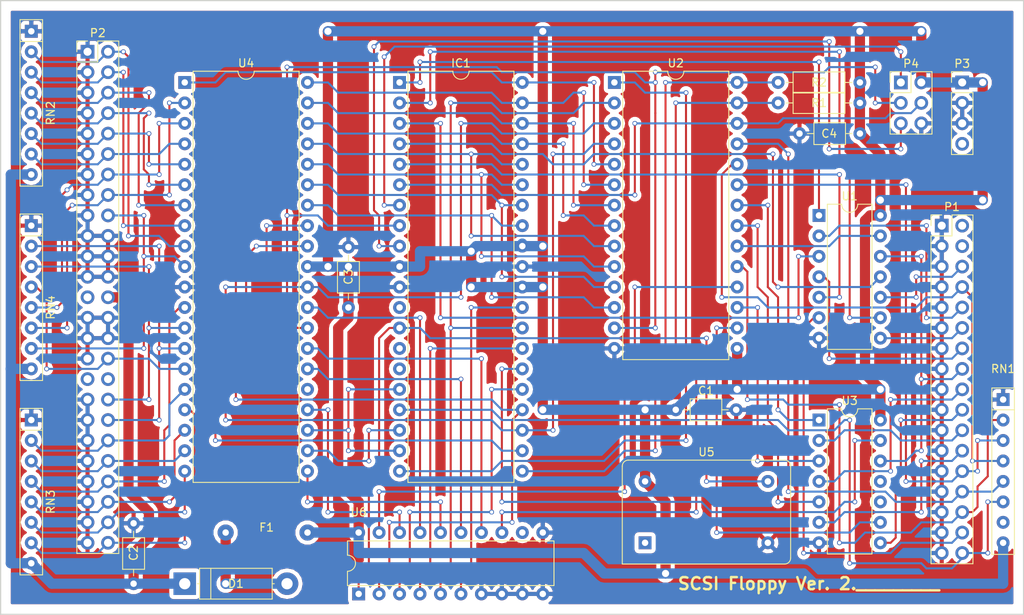
<source format=kicad_pcb>
(kicad_pcb (version 4) (host pcbnew 4.0.5)

  (general
    (links 208)
    (no_connects 0)
    (area 74.854999 35.484999 202.005001 111.9382)
    (thickness 1.6)
    (drawings 5)
    (tracks 849)
    (zones 0)
    (modules 23)
    (nets 92)
  )

  (page USLetter)
  (layers
    (0 F.Cu signal)
    (31 B.Cu signal)
    (37 F.SilkS user)
    (38 B.Mask user)
    (39 F.Mask user)
    (44 Edge.Cuts user)
    (48 B.Fab user)
    (49 F.Fab user)
  )

  (setup
    (last_trace_width 1.27)
    (user_trace_width 0.3048)
    (user_trace_width 0.635)
    (user_trace_width 1.27)
    (trace_clearance 0.2032)
    (zone_clearance 0.508)
    (zone_45_only no)
    (trace_min 0.2)
    (segment_width 0.2)
    (edge_width 0.15)
    (via_size 0.6)
    (via_drill 0.4)
    (via_min_size 0.4)
    (via_min_drill 0.3)
    (user_via 1.27 0.889)
    (uvia_size 0.3)
    (uvia_drill 0.1)
    (uvias_allowed no)
    (uvia_min_size 0.2)
    (uvia_min_drill 0.1)
    (pcb_text_width 0.3)
    (pcb_text_size 1.5 1.5)
    (mod_edge_width 0.15)
    (mod_text_size 1 1)
    (mod_text_width 0.15)
    (pad_size 1.524 1.524)
    (pad_drill 0.762)
    (pad_to_mask_clearance 0.2)
    (aux_axis_origin 0 0)
    (visible_elements FFFFFF7F)
    (pcbplotparams
      (layerselection 0x010e0_80000001)
      (usegerberextensions false)
      (excludeedgelayer true)
      (linewidth 0.100000)
      (plotframeref false)
      (viasonmask false)
      (mode 1)
      (useauxorigin false)
      (hpglpennumber 1)
      (hpglpenspeed 20)
      (hpglpendiameter 15)
      (hpglpenoverlay 2)
      (psnegative false)
      (psa4output false)
      (plotreference true)
      (plotvalue true)
      (plotinvisibletext false)
      (padsonsilk false)
      (subtractmaskfromsilk false)
      (outputformat 1)
      (mirror false)
      (drillshape 0)
      (scaleselection 1)
      (outputdirectory ""))
  )

  (net 0 "")
  (net 1 VCC)
  (net 2 GND)
  (net 3 /Sheet2/TERMPOWER)
  (net 4 "Net-(D1-Pad2)")
  (net 5 DRV0)
  (net 6 FDIRQ)
  (net 7 DRV1)
  (net 8 A0)
  (net 9 DRV2)
  (net 10 A1)
  (net 11 DRV3)
  (net 12 A2)
  (net 13 SIDE)
  (net 14 /Sheet4/A3)
  (net 15 DDEN)
  (net 16 "Net-(IC1-Pad7)")
  (net 17 /Sheet4/SEOP)
  (net 18 RST)
  (net 19 R/W)
  (net 20 "Net-(IC1-Pad9)")
  (net 21 /Sheet4/STB)
  (net 22 "Net-(IC1-Pad12)")
  (net 23 "Net-(IC1-Pad13)")
  (net 24 D7)
  (net 25 "Net-(IC1-Pad14)")
  (net 26 D6)
  (net 27 "Net-(IC1-Pad15)")
  (net 28 D5)
  (net 29 D4)
  (net 30 D3)
  (net 31 SDRQ)
  (net 32 D2)
  (net 33 SIRQ)
  (net 34 D1)
  (net 35 FDDRQ)
  (net 36 D0)
  (net 37 "Net-(P1-Pad2)")
  (net 38 "Net-(P1-Pad4)")
  (net 39 "Net-(P1-Pad6)")
  (net 40 "Net-(P1-Pad8)")
  (net 41 "Net-(P1-Pad10)")
  (net 42 "Net-(P1-Pad12)")
  (net 43 "Net-(P1-Pad14)")
  (net 44 "Net-(P1-Pad16)")
  (net 45 "Net-(P1-Pad18)")
  (net 46 "Net-(P1-Pad20)")
  (net 47 "Net-(P1-Pad22)")
  (net 48 "Net-(P1-Pad24)")
  (net 49 "Net-(P1-Pad26)")
  (net 50 "Net-(P1-Pad28)")
  (net 51 "Net-(P1-Pad30)")
  (net 52 "Net-(P1-Pad32)")
  (net 53 "Net-(P2-Pad2)")
  (net 54 "Net-(P2-Pad4)")
  (net 55 "Net-(P2-Pad6)")
  (net 56 "Net-(P2-Pad8)")
  (net 57 "Net-(P2-Pad10)")
  (net 58 "Net-(P2-Pad12)")
  (net 59 "Net-(P2-Pad14)")
  (net 60 "Net-(P2-Pad16)")
  (net 61 "Net-(P2-Pad18)")
  (net 62 "Net-(P2-Pad25)")
  (net 63 "Net-(P2-Pad32)")
  (net 64 "Net-(P2-Pad33)")
  (net 65 "Net-(P2-Pad34)")
  (net 66 "Net-(P2-Pad36)")
  (net 67 "Net-(P2-Pad38)")
  (net 68 "Net-(P2-Pad40)")
  (net 69 "Net-(P2-Pad42)")
  (net 70 "Net-(P2-Pad44)")
  (net 71 "Net-(P2-Pad46)")
  (net 72 "Net-(P2-Pad48)")
  (net 73 "Net-(P2-Pad50)")
  (net 74 "Net-(P3-Pad4)")
  (net 75 "Net-(RN1-Pad7)")
  (net 76 "Net-(U1-Pad13)")
  (net 77 FD_CS)
  (net 78 "Net-(U2-Pad16)")
  (net 79 "Net-(U2-Pad17)")
  (net 80 8MHZ)
  (net 81 "Net-(U2-Pad21)")
  (net 82 "Net-(U2-Pad22)")
  (net 83 SCSI_CS)
  (net 84 IOR)
  (net 85 "Net-(U4-Pad25)")
  (net 86 DACK)
  (net 87 EOP)
  (net 88 IOW)
  (net 89 "Net-(U6-Pad12)")
  (net 90 MON)
  (net 91 FDRDY)

  (net_class Default "This is the default net class."
    (clearance 0.2032)
    (trace_width 0.254)
    (via_dia 0.6)
    (via_drill 0.4)
    (uvia_dia 0.3)
    (uvia_drill 0.1)
    (add_net /Sheet2/TERMPOWER)
    (add_net /Sheet4/A3)
    (add_net /Sheet4/SEOP)
    (add_net /Sheet4/STB)
    (add_net 8MHZ)
    (add_net A0)
    (add_net A1)
    (add_net A2)
    (add_net D0)
    (add_net D1)
    (add_net D2)
    (add_net D3)
    (add_net D4)
    (add_net D5)
    (add_net D6)
    (add_net D7)
    (add_net DACK)
    (add_net DDEN)
    (add_net DRV0)
    (add_net DRV1)
    (add_net DRV2)
    (add_net DRV3)
    (add_net EOP)
    (add_net FDDRQ)
    (add_net FDIRQ)
    (add_net FDRDY)
    (add_net FD_CS)
    (add_net GND)
    (add_net IOR)
    (add_net IOW)
    (add_net MON)
    (add_net "Net-(D1-Pad2)")
    (add_net "Net-(IC1-Pad12)")
    (add_net "Net-(IC1-Pad13)")
    (add_net "Net-(IC1-Pad14)")
    (add_net "Net-(IC1-Pad15)")
    (add_net "Net-(IC1-Pad7)")
    (add_net "Net-(IC1-Pad9)")
    (add_net "Net-(P1-Pad10)")
    (add_net "Net-(P1-Pad12)")
    (add_net "Net-(P1-Pad14)")
    (add_net "Net-(P1-Pad16)")
    (add_net "Net-(P1-Pad18)")
    (add_net "Net-(P1-Pad2)")
    (add_net "Net-(P1-Pad20)")
    (add_net "Net-(P1-Pad22)")
    (add_net "Net-(P1-Pad24)")
    (add_net "Net-(P1-Pad26)")
    (add_net "Net-(P1-Pad28)")
    (add_net "Net-(P1-Pad30)")
    (add_net "Net-(P1-Pad32)")
    (add_net "Net-(P1-Pad4)")
    (add_net "Net-(P1-Pad6)")
    (add_net "Net-(P1-Pad8)")
    (add_net "Net-(P2-Pad10)")
    (add_net "Net-(P2-Pad12)")
    (add_net "Net-(P2-Pad14)")
    (add_net "Net-(P2-Pad16)")
    (add_net "Net-(P2-Pad18)")
    (add_net "Net-(P2-Pad2)")
    (add_net "Net-(P2-Pad25)")
    (add_net "Net-(P2-Pad32)")
    (add_net "Net-(P2-Pad33)")
    (add_net "Net-(P2-Pad34)")
    (add_net "Net-(P2-Pad36)")
    (add_net "Net-(P2-Pad38)")
    (add_net "Net-(P2-Pad4)")
    (add_net "Net-(P2-Pad40)")
    (add_net "Net-(P2-Pad42)")
    (add_net "Net-(P2-Pad44)")
    (add_net "Net-(P2-Pad46)")
    (add_net "Net-(P2-Pad48)")
    (add_net "Net-(P2-Pad50)")
    (add_net "Net-(P2-Pad6)")
    (add_net "Net-(P2-Pad8)")
    (add_net "Net-(P3-Pad4)")
    (add_net "Net-(RN1-Pad7)")
    (add_net "Net-(U1-Pad13)")
    (add_net "Net-(U2-Pad16)")
    (add_net "Net-(U2-Pad17)")
    (add_net "Net-(U2-Pad21)")
    (add_net "Net-(U2-Pad22)")
    (add_net "Net-(U4-Pad25)")
    (add_net "Net-(U6-Pad12)")
    (add_net R/W)
    (add_net RST)
    (add_net SCSI_CS)
    (add_net SDRQ)
    (add_net SIDE)
    (add_net SIRQ)
    (add_net VCC)
  )

  (net_class power ""
    (clearance 0.2032)
    (trace_width 1.27)
    (via_dia 1.27)
    (via_drill 0.635)
    (uvia_dia 0.3)
    (uvia_drill 0.1)
  )

  (module Housings_DIP:DIP-28_W15.24mm (layer F.Cu) (tedit 586281B5) (tstamp 58B18793)
    (at 151.13 45.72)
    (descr "28-lead dip package, row spacing 15.24 mm (600 mils)")
    (tags "DIL DIP PDIP 2.54mm 15.24mm 600mil")
    (path /58AF3FD6/58AF4116)
    (fp_text reference U2 (at 7.62 -2.39) (layer F.SilkS)
      (effects (font (size 1 1) (thickness 0.15)))
    )
    (fp_text value wd1772 (at 7.62 35.41) (layer F.Fab)
      (effects (font (size 1 1) (thickness 0.15)))
    )
    (fp_arc (start 7.62 -1.39) (end 6.62 -1.39) (angle -180) (layer F.SilkS) (width 0.12))
    (fp_line (start 1.255 -1.27) (end 14.985 -1.27) (layer F.Fab) (width 0.1))
    (fp_line (start 14.985 -1.27) (end 14.985 34.29) (layer F.Fab) (width 0.1))
    (fp_line (start 14.985 34.29) (end 0.255 34.29) (layer F.Fab) (width 0.1))
    (fp_line (start 0.255 34.29) (end 0.255 -0.27) (layer F.Fab) (width 0.1))
    (fp_line (start 0.255 -0.27) (end 1.255 -1.27) (layer F.Fab) (width 0.1))
    (fp_line (start 6.62 -1.39) (end 1.04 -1.39) (layer F.SilkS) (width 0.12))
    (fp_line (start 1.04 -1.39) (end 1.04 34.41) (layer F.SilkS) (width 0.12))
    (fp_line (start 1.04 34.41) (end 14.2 34.41) (layer F.SilkS) (width 0.12))
    (fp_line (start 14.2 34.41) (end 14.2 -1.39) (layer F.SilkS) (width 0.12))
    (fp_line (start 14.2 -1.39) (end 8.62 -1.39) (layer F.SilkS) (width 0.12))
    (fp_line (start -1.1 -1.6) (end -1.1 34.6) (layer F.CrtYd) (width 0.05))
    (fp_line (start -1.1 34.6) (end 16.3 34.6) (layer F.CrtYd) (width 0.05))
    (fp_line (start 16.3 34.6) (end 16.3 -1.6) (layer F.CrtYd) (width 0.05))
    (fp_line (start 16.3 -1.6) (end -1.1 -1.6) (layer F.CrtYd) (width 0.05))
    (pad 1 thru_hole rect (at 0 0) (size 1.6 1.6) (drill 0.8) (layers *.Cu *.Mask)
      (net 77 FD_CS))
    (pad 15 thru_hole oval (at 15.24 33.02) (size 1.6 1.6) (drill 0.8) (layers *.Cu *.Mask)
      (net 1 VCC))
    (pad 2 thru_hole oval (at 0 2.54) (size 1.6 1.6) (drill 0.8) (layers *.Cu *.Mask)
      (net 19 R/W))
    (pad 16 thru_hole oval (at 15.24 30.48) (size 1.6 1.6) (drill 0.8) (layers *.Cu *.Mask)
      (net 78 "Net-(U2-Pad16)"))
    (pad 3 thru_hole oval (at 0 5.08) (size 1.6 1.6) (drill 0.8) (layers *.Cu *.Mask)
      (net 8 A0))
    (pad 17 thru_hole oval (at 15.24 27.94) (size 1.6 1.6) (drill 0.8) (layers *.Cu *.Mask)
      (net 79 "Net-(U2-Pad17)"))
    (pad 4 thru_hole oval (at 0 7.62) (size 1.6 1.6) (drill 0.8) (layers *.Cu *.Mask)
      (net 10 A1))
    (pad 18 thru_hole oval (at 15.24 25.4) (size 1.6 1.6) (drill 0.8) (layers *.Cu *.Mask)
      (net 80 8MHZ))
    (pad 5 thru_hole oval (at 0 10.16) (size 1.6 1.6) (drill 0.8) (layers *.Cu *.Mask)
      (net 36 D0))
    (pad 19 thru_hole oval (at 15.24 22.86) (size 1.6 1.6) (drill 0.8) (layers *.Cu *.Mask)
      (net 51 "Net-(P1-Pad30)"))
    (pad 6 thru_hole oval (at 0 12.7) (size 1.6 1.6) (drill 0.8) (layers *.Cu *.Mask)
      (net 34 D1))
    (pad 20 thru_hole oval (at 15.24 20.32) (size 1.6 1.6) (drill 0.8) (layers *.Cu *.Mask)
      (net 76 "Net-(U1-Pad13)"))
    (pad 7 thru_hole oval (at 0 15.24) (size 1.6 1.6) (drill 0.8) (layers *.Cu *.Mask)
      (net 32 D2))
    (pad 21 thru_hole oval (at 15.24 17.78) (size 1.6 1.6) (drill 0.8) (layers *.Cu *.Mask)
      (net 81 "Net-(U2-Pad21)"))
    (pad 8 thru_hole oval (at 0 17.78) (size 1.6 1.6) (drill 0.8) (layers *.Cu *.Mask)
      (net 30 D3))
    (pad 22 thru_hole oval (at 15.24 15.24) (size 1.6 1.6) (drill 0.8) (layers *.Cu *.Mask)
      (net 82 "Net-(U2-Pad22)"))
    (pad 9 thru_hole oval (at 0 20.32) (size 1.6 1.6) (drill 0.8) (layers *.Cu *.Mask)
      (net 29 D4))
    (pad 23 thru_hole oval (at 15.24 12.7) (size 1.6 1.6) (drill 0.8) (layers *.Cu *.Mask)
      (net 49 "Net-(P1-Pad26)"))
    (pad 10 thru_hole oval (at 0 22.86) (size 1.6 1.6) (drill 0.8) (layers *.Cu *.Mask)
      (net 28 D5))
    (pad 24 thru_hole oval (at 15.24 10.16) (size 1.6 1.6) (drill 0.8) (layers *.Cu *.Mask)
      (net 40 "Net-(P1-Pad8)"))
    (pad 11 thru_hole oval (at 0 25.4) (size 1.6 1.6) (drill 0.8) (layers *.Cu *.Mask)
      (net 26 D6))
    (pad 25 thru_hole oval (at 15.24 7.62) (size 1.6 1.6) (drill 0.8) (layers *.Cu *.Mask)
      (net 50 "Net-(P1-Pad28)"))
    (pad 12 thru_hole oval (at 0 27.94) (size 1.6 1.6) (drill 0.8) (layers *.Cu *.Mask)
      (net 24 D7))
    (pad 26 thru_hole oval (at 15.24 5.08) (size 1.6 1.6) (drill 0.8) (layers *.Cu *.Mask)
      (net 15 DDEN))
    (pad 13 thru_hole oval (at 0 30.48) (size 1.6 1.6) (drill 0.8) (layers *.Cu *.Mask)
      (net 18 RST))
    (pad 27 thru_hole oval (at 15.24 2.54) (size 1.6 1.6) (drill 0.8) (layers *.Cu *.Mask)
      (net 35 FDDRQ))
    (pad 14 thru_hole oval (at 0 33.02) (size 1.6 1.6) (drill 0.8) (layers *.Cu *.Mask)
      (net 2 GND))
    (pad 28 thru_hole oval (at 15.24 0) (size 1.6 1.6) (drill 0.8) (layers *.Cu *.Mask)
      (net 6 FDIRQ))
    (model Housings_DIP.3dshapes/DIP-28_W15.24mm.wrl
      (at (xyz 0 0 0))
      (scale (xyz 1 1 1))
      (rotate (xyz 0 0 0))
    )
  )

  (module Capacitors_THT:C_Axial_L3.8mm_D2.6mm_P7.50mm_Horizontal (layer F.Cu) (tedit 58B2CC47) (tstamp 58B18512)
    (at 158.75 86.36)
    (descr "C, Axial series, Axial, Horizontal, pin pitch=7.5mm, , length*diameter=3.8*2.6mm^2, http://www.vishay.com/docs/45231/arseries.pdf")
    (tags "C Axial series Axial Horizontal pin pitch 7.5mm  length 3.8mm diameter 2.6mm")
    (path /58AF3FF2/58B03EB3)
    (fp_text reference C1 (at 3.75 -2.36) (layer F.SilkS)
      (effects (font (size 1 1) (thickness 0.15)))
    )
    (fp_text value C (at 3.75 2.36) (layer F.Fab) hide
      (effects (font (size 1 1) (thickness 0.15)))
    )
    (fp_line (start 1.85 -1.3) (end 1.85 1.3) (layer F.Fab) (width 0.1))
    (fp_line (start 1.85 1.3) (end 5.65 1.3) (layer F.Fab) (width 0.1))
    (fp_line (start 5.65 1.3) (end 5.65 -1.3) (layer F.Fab) (width 0.1))
    (fp_line (start 5.65 -1.3) (end 1.85 -1.3) (layer F.Fab) (width 0.1))
    (fp_line (start 0 0) (end 1.85 0) (layer F.Fab) (width 0.1))
    (fp_line (start 7.5 0) (end 5.65 0) (layer F.Fab) (width 0.1))
    (fp_line (start 1.79 -1.36) (end 1.79 1.36) (layer F.SilkS) (width 0.12))
    (fp_line (start 1.79 1.36) (end 5.71 1.36) (layer F.SilkS) (width 0.12))
    (fp_line (start 5.71 1.36) (end 5.71 -1.36) (layer F.SilkS) (width 0.12))
    (fp_line (start 5.71 -1.36) (end 1.79 -1.36) (layer F.SilkS) (width 0.12))
    (fp_line (start 0.98 0) (end 1.79 0) (layer F.SilkS) (width 0.12))
    (fp_line (start 6.52 0) (end 5.71 0) (layer F.SilkS) (width 0.12))
    (fp_line (start -1.05 -1.65) (end -1.05 1.65) (layer F.CrtYd) (width 0.05))
    (fp_line (start -1.05 1.65) (end 8.55 1.65) (layer F.CrtYd) (width 0.05))
    (fp_line (start 8.55 1.65) (end 8.55 -1.65) (layer F.CrtYd) (width 0.05))
    (fp_line (start 8.55 -1.65) (end -1.05 -1.65) (layer F.CrtYd) (width 0.05))
    (pad 1 thru_hole circle (at 0 0) (size 1.6 1.6) (drill 0.8) (layers *.Cu *.Mask)
      (net 1 VCC))
    (pad 2 thru_hole oval (at 7.5 0) (size 1.6 1.6) (drill 0.8) (layers *.Cu *.Mask)
      (net 2 GND))
    (model Capacitors_THT.3dshapes/C_Axial_L3.8mm_D2.6mm_P7.50mm_Horizontal.wrl
      (at (xyz 0 0 0))
      (scale (xyz 0.393701 0.393701 0.393701))
      (rotate (xyz 0 0 0))
    )
  )

  (module Capacitors_THT:C_Axial_L3.8mm_D2.6mm_P7.50mm_Horizontal (layer F.Cu) (tedit 5AAE9B04) (tstamp 58B18528)
    (at 91.44 107.95 90)
    (descr "C, Axial series, Axial, Horizontal, pin pitch=7.5mm, , length*diameter=3.8*2.6mm^2, http://www.vishay.com/docs/45231/arseries.pdf")
    (tags "C Axial series Axial Horizontal pin pitch 7.5mm  length 3.8mm diameter 2.6mm")
    (path /58AF3FF2/58AF5BBB)
    (fp_text reference C2 (at 3.81 0 90) (layer F.SilkS)
      (effects (font (size 1 1) (thickness 0.15)))
    )
    (fp_text value C (at 3.75 2.36 90) (layer F.Fab) hide
      (effects (font (size 1 1) (thickness 0.15)))
    )
    (fp_line (start 1.85 -1.3) (end 1.85 1.3) (layer F.Fab) (width 0.1))
    (fp_line (start 1.85 1.3) (end 5.65 1.3) (layer F.Fab) (width 0.1))
    (fp_line (start 5.65 1.3) (end 5.65 -1.3) (layer F.Fab) (width 0.1))
    (fp_line (start 5.65 -1.3) (end 1.85 -1.3) (layer F.Fab) (width 0.1))
    (fp_line (start 0 0) (end 1.85 0) (layer F.Fab) (width 0.1))
    (fp_line (start 7.5 0) (end 5.65 0) (layer F.Fab) (width 0.1))
    (fp_line (start 1.79 -1.36) (end 1.79 1.36) (layer F.SilkS) (width 0.12))
    (fp_line (start 1.79 1.36) (end 5.71 1.36) (layer F.SilkS) (width 0.12))
    (fp_line (start 5.71 1.36) (end 5.71 -1.36) (layer F.SilkS) (width 0.12))
    (fp_line (start 5.71 -1.36) (end 1.79 -1.36) (layer F.SilkS) (width 0.12))
    (fp_line (start 0.98 0) (end 1.79 0) (layer F.SilkS) (width 0.12))
    (fp_line (start 6.52 0) (end 5.71 0) (layer F.SilkS) (width 0.12))
    (fp_line (start -1.05 -1.65) (end -1.05 1.65) (layer F.CrtYd) (width 0.05))
    (fp_line (start -1.05 1.65) (end 8.55 1.65) (layer F.CrtYd) (width 0.05))
    (fp_line (start 8.55 1.65) (end 8.55 -1.65) (layer F.CrtYd) (width 0.05))
    (fp_line (start 8.55 -1.65) (end -1.05 -1.65) (layer F.CrtYd) (width 0.05))
    (pad 1 thru_hole circle (at 0 0 90) (size 1.6 1.6) (drill 0.8) (layers *.Cu *.Mask)
      (net 3 /Sheet2/TERMPOWER))
    (pad 2 thru_hole oval (at 7.5 0 90) (size 1.6 1.6) (drill 0.8) (layers *.Cu *.Mask)
      (net 2 GND))
    (model Capacitors_THT.3dshapes/C_Axial_L3.8mm_D2.6mm_P7.50mm_Horizontal.wrl
      (at (xyz 0 0 0))
      (scale (xyz 0.393701 0.393701 0.393701))
      (rotate (xyz 0 0 0))
    )
  )

  (module Capacitors_THT:C_Axial_L3.8mm_D2.6mm_P7.50mm_Horizontal (layer F.Cu) (tedit 5AAE9AFE) (tstamp 58B1853E)
    (at 118.11 73.66 90)
    (descr "C, Axial series, Axial, Horizontal, pin pitch=7.5mm, , length*diameter=3.8*2.6mm^2, http://www.vishay.com/docs/45231/arseries.pdf")
    (tags "C Axial series Axial Horizontal pin pitch 7.5mm  length 3.8mm diameter 2.6mm")
    (path /58B073AB/58B022A2)
    (fp_text reference C3 (at 3.81 0 90) (layer F.SilkS)
      (effects (font (size 1 1) (thickness 0.15)))
    )
    (fp_text value C (at 3.75 2.36 90) (layer F.Fab) hide
      (effects (font (size 1 1) (thickness 0.15)))
    )
    (fp_line (start 1.85 -1.3) (end 1.85 1.3) (layer F.Fab) (width 0.1))
    (fp_line (start 1.85 1.3) (end 5.65 1.3) (layer F.Fab) (width 0.1))
    (fp_line (start 5.65 1.3) (end 5.65 -1.3) (layer F.Fab) (width 0.1))
    (fp_line (start 5.65 -1.3) (end 1.85 -1.3) (layer F.Fab) (width 0.1))
    (fp_line (start 0 0) (end 1.85 0) (layer F.Fab) (width 0.1))
    (fp_line (start 7.5 0) (end 5.65 0) (layer F.Fab) (width 0.1))
    (fp_line (start 1.79 -1.36) (end 1.79 1.36) (layer F.SilkS) (width 0.12))
    (fp_line (start 1.79 1.36) (end 5.71 1.36) (layer F.SilkS) (width 0.12))
    (fp_line (start 5.71 1.36) (end 5.71 -1.36) (layer F.SilkS) (width 0.12))
    (fp_line (start 5.71 -1.36) (end 1.79 -1.36) (layer F.SilkS) (width 0.12))
    (fp_line (start 0.98 0) (end 1.79 0) (layer F.SilkS) (width 0.12))
    (fp_line (start 6.52 0) (end 5.71 0) (layer F.SilkS) (width 0.12))
    (fp_line (start -1.05 -1.65) (end -1.05 1.65) (layer F.CrtYd) (width 0.05))
    (fp_line (start -1.05 1.65) (end 8.55 1.65) (layer F.CrtYd) (width 0.05))
    (fp_line (start 8.55 1.65) (end 8.55 -1.65) (layer F.CrtYd) (width 0.05))
    (fp_line (start 8.55 -1.65) (end -1.05 -1.65) (layer F.CrtYd) (width 0.05))
    (pad 1 thru_hole circle (at 0 0 90) (size 1.6 1.6) (drill 0.8) (layers *.Cu *.Mask)
      (net 1 VCC))
    (pad 2 thru_hole oval (at 7.5 0 90) (size 1.6 1.6) (drill 0.8) (layers *.Cu *.Mask)
      (net 2 GND))
    (model Capacitors_THT.3dshapes/C_Axial_L3.8mm_D2.6mm_P7.50mm_Horizontal.wrl
      (at (xyz 0 0 0))
      (scale (xyz 0.393701 0.393701 0.393701))
      (rotate (xyz 0 0 0))
    )
  )

  (module Capacitors_THT:C_Axial_L3.8mm_D2.6mm_P7.50mm_Horizontal (layer F.Cu) (tedit 5AAE9AED) (tstamp 58B18554)
    (at 181.61 52.07 180)
    (descr "C, Axial series, Axial, Horizontal, pin pitch=7.5mm, , length*diameter=3.8*2.6mm^2, http://www.vishay.com/docs/45231/arseries.pdf")
    (tags "C Axial series Axial Horizontal pin pitch 7.5mm  length 3.8mm diameter 2.6mm")
    (path /58B073AB/58B179FD)
    (fp_text reference C4 (at 3.81 0 180) (layer F.SilkS)
      (effects (font (size 1 1) (thickness 0.15)))
    )
    (fp_text value C (at 3.75 2.36 180) (layer F.Fab) hide
      (effects (font (size 1 1) (thickness 0.15)))
    )
    (fp_line (start 1.85 -1.3) (end 1.85 1.3) (layer F.Fab) (width 0.1))
    (fp_line (start 1.85 1.3) (end 5.65 1.3) (layer F.Fab) (width 0.1))
    (fp_line (start 5.65 1.3) (end 5.65 -1.3) (layer F.Fab) (width 0.1))
    (fp_line (start 5.65 -1.3) (end 1.85 -1.3) (layer F.Fab) (width 0.1))
    (fp_line (start 0 0) (end 1.85 0) (layer F.Fab) (width 0.1))
    (fp_line (start 7.5 0) (end 5.65 0) (layer F.Fab) (width 0.1))
    (fp_line (start 1.79 -1.36) (end 1.79 1.36) (layer F.SilkS) (width 0.12))
    (fp_line (start 1.79 1.36) (end 5.71 1.36) (layer F.SilkS) (width 0.12))
    (fp_line (start 5.71 1.36) (end 5.71 -1.36) (layer F.SilkS) (width 0.12))
    (fp_line (start 5.71 -1.36) (end 1.79 -1.36) (layer F.SilkS) (width 0.12))
    (fp_line (start 0.98 0) (end 1.79 0) (layer F.SilkS) (width 0.12))
    (fp_line (start 6.52 0) (end 5.71 0) (layer F.SilkS) (width 0.12))
    (fp_line (start -1.05 -1.65) (end -1.05 1.65) (layer F.CrtYd) (width 0.05))
    (fp_line (start -1.05 1.65) (end 8.55 1.65) (layer F.CrtYd) (width 0.05))
    (fp_line (start 8.55 1.65) (end 8.55 -1.65) (layer F.CrtYd) (width 0.05))
    (fp_line (start 8.55 -1.65) (end -1.05 -1.65) (layer F.CrtYd) (width 0.05))
    (pad 1 thru_hole circle (at 0 0 180) (size 1.6 1.6) (drill 0.8) (layers *.Cu *.Mask)
      (net 1 VCC))
    (pad 2 thru_hole oval (at 7.5 0 180) (size 1.6 1.6) (drill 0.8) (layers *.Cu *.Mask)
      (net 2 GND))
    (model Capacitors_THT.3dshapes/C_Axial_L3.8mm_D2.6mm_P7.50mm_Horizontal.wrl
      (at (xyz 0 0 0))
      (scale (xyz 0.393701 0.393701 0.393701))
      (rotate (xyz 0 0 0))
    )
  )

  (module Diodes_THT:D_5W_P12.70mm_Horizontal (layer F.Cu) (tedit 5AAE9B0D) (tstamp 58B1856C)
    (at 97.79 107.95)
    (descr "D, 5W series, Axial, Horizontal, pin pitch=12.7mm, , length*diameter=8.9*3.7mm^2, , http://www.diodes.com/_files/packages/8686949.gif")
    (tags "D 5W series Axial Horizontal pin pitch 12.7mm  length 8.9mm diameter 3.7mm")
    (path /58AF3FF2/58AF5D5F)
    (fp_text reference D1 (at 6.35 0) (layer F.SilkS)
      (effects (font (size 1 1) (thickness 0.15)))
    )
    (fp_text value D (at 6.35 2.91) (layer F.Fab) hide
      (effects (font (size 1 1) (thickness 0.15)))
    )
    (fp_line (start 1.9 -1.85) (end 1.9 1.85) (layer F.Fab) (width 0.1))
    (fp_line (start 1.9 1.85) (end 10.8 1.85) (layer F.Fab) (width 0.1))
    (fp_line (start 10.8 1.85) (end 10.8 -1.85) (layer F.Fab) (width 0.1))
    (fp_line (start 10.8 -1.85) (end 1.9 -1.85) (layer F.Fab) (width 0.1))
    (fp_line (start 0 0) (end 1.9 0) (layer F.Fab) (width 0.1))
    (fp_line (start 12.7 0) (end 10.8 0) (layer F.Fab) (width 0.1))
    (fp_line (start 3.235 -1.85) (end 3.235 1.85) (layer F.Fab) (width 0.1))
    (fp_line (start 1.84 -1.91) (end 1.84 1.91) (layer F.SilkS) (width 0.12))
    (fp_line (start 1.84 1.91) (end 10.86 1.91) (layer F.SilkS) (width 0.12))
    (fp_line (start 10.86 1.91) (end 10.86 -1.91) (layer F.SilkS) (width 0.12))
    (fp_line (start 10.86 -1.91) (end 1.84 -1.91) (layer F.SilkS) (width 0.12))
    (fp_line (start 1.58 0) (end 1.84 0) (layer F.SilkS) (width 0.12))
    (fp_line (start 11.12 0) (end 10.86 0) (layer F.SilkS) (width 0.12))
    (fp_line (start 3.235 -1.91) (end 3.235 1.91) (layer F.SilkS) (width 0.12))
    (fp_line (start -1.65 -2.2) (end -1.65 2.2) (layer F.CrtYd) (width 0.05))
    (fp_line (start -1.65 2.2) (end 14.35 2.2) (layer F.CrtYd) (width 0.05))
    (fp_line (start 14.35 2.2) (end 14.35 -2.2) (layer F.CrtYd) (width 0.05))
    (fp_line (start 14.35 -2.2) (end -1.65 -2.2) (layer F.CrtYd) (width 0.05))
    (pad 1 thru_hole rect (at 0 0) (size 2.8 2.8) (drill 1.4) (layers *.Cu *.Mask)
      (net 3 /Sheet2/TERMPOWER))
    (pad 2 thru_hole oval (at 12.7 0) (size 2.8 2.8) (drill 1.4) (layers *.Cu *.Mask)
      (net 4 "Net-(D1-Pad2)"))
    (model Diodes_THT.3dshapes/D_5W_P12.70mm_Horizontal.wrl
      (at (xyz 0 0 0))
      (scale (xyz 0.393701 0.393701 0.393701))
      (rotate (xyz 0 0 0))
    )
  )

  (module Wire_Connections_Bridges:WireConnection_0.80mmDrill (layer F.Cu) (tedit 5AAE9B26) (tstamp 58B185C8)
    (at 102.87 101.6)
    (descr "WireConnection with 0.8mm drill")
    (path /58AF3FF2/58AF5DF0)
    (fp_text reference F1 (at 5.08 -0.635) (layer F.SilkS)
      (effects (font (size 1 1) (thickness 0.15)))
    )
    (fp_text value Fuse (at 5.08 1.27) (layer F.Fab)
      (effects (font (size 1 1) (thickness 0.15)))
    )
    (fp_line (start 14.0716 -3.7592) (end 13.8684 -3.6576) (layer Cmts.User) (width 0.381))
    (fp_line (start 13.8684 -3.6576) (end 13.6398 -3.6576) (layer Cmts.User) (width 0.381))
    (fp_line (start 13.6398 -3.6576) (end 13.4366 -3.7592) (layer Cmts.User) (width 0.381))
    (fp_line (start 13.4366 -3.7592) (end 13.3604 -4.1148) (layer Cmts.User) (width 0.381))
    (fp_line (start 13.3604 -4.1148) (end 13.3604 -4.572) (layer Cmts.User) (width 0.381))
    (fp_line (start 13.3604 -4.572) (end 13.462 -4.6482) (layer Cmts.User) (width 0.381))
    (fp_line (start 13.462 -4.6482) (end 13.7668 -4.7244) (layer Cmts.User) (width 0.381))
    (fp_line (start 13.7668 -4.7244) (end 13.9954 -4.6736) (layer Cmts.User) (width 0.381))
    (fp_line (start 13.9954 -4.6736) (end 14.0462 -4.318) (layer Cmts.User) (width 0.381))
    (fp_line (start 14.0462 -4.318) (end 13.4366 -4.191) (layer Cmts.User) (width 0.381))
    (fp_line (start 13.4366 -4.191) (end 13.4366 -4.2418) (layer Cmts.User) (width 0.381))
    (fp_line (start 12.7508 -3.7084) (end 12.4206 -3.7084) (layer Cmts.User) (width 0.381))
    (fp_line (start 12.4206 -3.7084) (end 12.2174 -3.7084) (layer Cmts.User) (width 0.381))
    (fp_line (start 12.2174 -3.7084) (end 12.0396 -3.8608) (layer Cmts.User) (width 0.381))
    (fp_line (start 12.0396 -3.8608) (end 12.0396 -4.2418) (layer Cmts.User) (width 0.381))
    (fp_line (start 12.0396 -4.2418) (end 12.1412 -4.572) (layer Cmts.User) (width 0.381))
    (fp_line (start 12.1412 -4.572) (end 12.2936 -4.6482) (layer Cmts.User) (width 0.381))
    (fp_line (start 12.2936 -4.6482) (end 12.573 -4.6482) (layer Cmts.User) (width 0.381))
    (fp_line (start 12.573 -4.6482) (end 12.7508 -4.572) (layer Cmts.User) (width 0.381))
    (fp_line (start 12.7508 -4.572) (end 12.7762 -4.2672) (layer Cmts.User) (width 0.381))
    (fp_line (start 12.7762 -4.2672) (end 12.1412 -4.2418) (layer Cmts.User) (width 0.381))
    (fp_line (start 11.2268 -4.5212) (end 11.6078 -4.6736) (layer Cmts.User) (width 0.381))
    (fp_line (start 11.6078 -4.6736) (end 11.6332 -4.6736) (layer Cmts.User) (width 0.381))
    (fp_line (start 11.2014 -4.7244) (end 11.2014 -3.6576) (layer Cmts.User) (width 0.381))
    (fp_line (start 9.9822 -4.6736) (end 10.668 -4.7244) (layer Cmts.User) (width 0.381))
    (fp_line (start 10.7188 -5.207) (end 10.541 -5.207) (layer Cmts.User) (width 0.381))
    (fp_line (start 10.541 -5.207) (end 10.3886 -5.08) (layer Cmts.User) (width 0.381))
    (fp_line (start 10.3886 -5.08) (end 10.3378 -3.7084) (layer Cmts.User) (width 0.381))
    (fp_line (start 8.4328 -4.5974) (end 8.3058 -4.6736) (layer Cmts.User) (width 0.381))
    (fp_line (start 8.3058 -4.6736) (end 8.0264 -4.6736) (layer Cmts.User) (width 0.381))
    (fp_line (start 8.0264 -4.6736) (end 7.874 -4.445) (layer Cmts.User) (width 0.381))
    (fp_line (start 7.874 -4.445) (end 7.8994 -4.2672) (layer Cmts.User) (width 0.381))
    (fp_line (start 7.8994 -4.2672) (end 8.1788 -4.191) (layer Cmts.User) (width 0.381))
    (fp_line (start 8.1788 -4.191) (end 8.4328 -4.1148) (layer Cmts.User) (width 0.381))
    (fp_line (start 8.4328 -4.1148) (end 8.4836 -3.8354) (layer Cmts.User) (width 0.381))
    (fp_line (start 8.4836 -3.8354) (end 8.2804 -3.6576) (layer Cmts.User) (width 0.381))
    (fp_line (start 8.2804 -3.6576) (end 7.8994 -3.7084) (layer Cmts.User) (width 0.381))
    (fp_line (start 7.1628 -3.6576) (end 6.8072 -3.7592) (layer Cmts.User) (width 0.381))
    (fp_line (start 6.8072 -3.7592) (end 6.604 -3.8354) (layer Cmts.User) (width 0.381))
    (fp_line (start 6.604 -3.8354) (end 6.477 -4.1656) (layer Cmts.User) (width 0.381))
    (fp_line (start 6.477 -4.1656) (end 6.477 -4.4704) (layer Cmts.User) (width 0.381))
    (fp_line (start 6.477 -4.4704) (end 6.6802 -4.6736) (layer Cmts.User) (width 0.381))
    (fp_line (start 6.6802 -4.6736) (end 7.0104 -4.7244) (layer Cmts.User) (width 0.381))
    (fp_line (start 7.2136 -5.207) (end 7.2136 -3.6576) (layer Cmts.User) (width 0.381))
    (fp_line (start 5.715 -3.6576) (end 5.2578 -3.7084) (layer Cmts.User) (width 0.381))
    (fp_line (start 5.2578 -3.7084) (end 5.1054 -3.9116) (layer Cmts.User) (width 0.381))
    (fp_line (start 5.1054 -3.9116) (end 5.1308 -4.191) (layer Cmts.User) (width 0.381))
    (fp_line (start 5.1308 -4.191) (end 5.842 -4.2418) (layer Cmts.User) (width 0.381))
    (fp_line (start 5.1054 -4.572) (end 5.3848 -4.7244) (layer Cmts.User) (width 0.381))
    (fp_line (start 5.3848 -4.7244) (end 5.6388 -4.6482) (layer Cmts.User) (width 0.381))
    (fp_line (start 5.6388 -4.6482) (end 5.7912 -4.4704) (layer Cmts.User) (width 0.381))
    (fp_line (start 5.7912 -4.4704) (end 5.842 -3.6322) (layer Cmts.User) (width 0.381))
    (fp_line (start 3.6068 -3.6576) (end 3.6322 -5.2578) (layer Cmts.User) (width 0.381))
    (fp_line (start 3.6322 -5.2578) (end 4.0894 -5.2578) (layer Cmts.User) (width 0.381))
    (fp_line (start 4.0894 -5.2578) (end 4.3688 -5.1308) (layer Cmts.User) (width 0.381))
    (fp_line (start 4.3688 -5.1308) (end 4.4958 -4.8768) (layer Cmts.User) (width 0.381))
    (fp_line (start 4.4958 -4.8768) (end 4.4958 -4.5974) (layer Cmts.User) (width 0.381))
    (fp_line (start 4.4958 -4.5974) (end 4.3688 -4.3942) (layer Cmts.User) (width 0.381))
    (fp_line (start 4.3688 -4.3942) (end 4.0894 -4.445) (layer Cmts.User) (width 0.381))
    (fp_line (start 4.0894 -4.445) (end 3.6322 -4.445) (layer Cmts.User) (width 0.381))
    (fp_line (start 1.778 -3.7592) (end 1.524 -3.6576) (layer Cmts.User) (width 0.381))
    (fp_line (start 1.524 -3.6576) (end 1.27 -3.7592) (layer Cmts.User) (width 0.381))
    (fp_line (start 1.27 -3.7592) (end 1.1176 -3.9116) (layer Cmts.User) (width 0.381))
    (fp_line (start 1.1176 -3.9116) (end 1.0414 -4.318) (layer Cmts.User) (width 0.381))
    (fp_line (start 1.0414 -4.318) (end 1.1684 -4.572) (layer Cmts.User) (width 0.381))
    (fp_line (start 1.1684 -4.572) (end 1.3716 -4.6736) (layer Cmts.User) (width 0.381))
    (fp_line (start 1.3716 -4.6736) (end 1.651 -4.6482) (layer Cmts.User) (width 0.381))
    (fp_line (start 1.651 -4.6482) (end 1.8034 -4.5212) (layer Cmts.User) (width 0.381))
    (fp_line (start 1.8034 -4.5212) (end 1.8034 -4.318) (layer Cmts.User) (width 0.381))
    (fp_line (start 1.8034 -4.318) (end 1.1684 -4.2418) (layer Cmts.User) (width 0.381))
    (fp_line (start -0.1524 -4.7244) (end 0.3048 -3.6576) (layer Cmts.User) (width 0.381))
    (fp_line (start 0.3048 -3.6576) (end 0.5842 -4.6736) (layer Cmts.User) (width 0.381))
    (fp_line (start 0.5842 -4.6736) (end 0.5588 -4.6736) (layer Cmts.User) (width 0.381))
    (fp_line (start -1.4732 -4.3942) (end -1.4732 -3.9116) (layer Cmts.User) (width 0.381))
    (fp_line (start -1.4732 -3.9116) (end -1.27 -3.7084) (layer Cmts.User) (width 0.381))
    (fp_line (start -1.27 -3.7084) (end -1.0414 -3.6576) (layer Cmts.User) (width 0.381))
    (fp_line (start -1.0414 -3.6576) (end -0.762 -3.7846) (layer Cmts.User) (width 0.381))
    (fp_line (start -0.762 -3.7846) (end -0.6604 -3.9878) (layer Cmts.User) (width 0.381))
    (fp_line (start -0.6604 -3.9878) (end -0.6604 -4.445) (layer Cmts.User) (width 0.381))
    (fp_line (start -0.6604 -4.445) (end -0.8382 -4.6482) (layer Cmts.User) (width 0.381))
    (fp_line (start -0.8382 -4.6482) (end -1.1176 -4.7244) (layer Cmts.User) (width 0.381))
    (fp_line (start -1.1176 -4.7244) (end -1.4478 -4.4704) (layer Cmts.User) (width 0.381))
    (fp_line (start -3.0988 -3.6322) (end -3.0988 -5.2578) (layer Cmts.User) (width 0.381))
    (fp_line (start -3.0988 -5.2578) (end -2.6162 -4.1148) (layer Cmts.User) (width 0.381))
    (fp_line (start -2.6162 -4.1148) (end -2.1336 -5.1816) (layer Cmts.User) (width 0.381))
    (fp_line (start -2.1336 -5.1816) (end -2.1336 -3.6322) (layer Cmts.User) (width 0.381))
    (pad 1 thru_hole circle (at 0 0) (size 1.99898 1.99898) (drill 0.8001) (layers *.Cu *.Mask)
      (net 4 "Net-(D1-Pad2)"))
    (pad 2 thru_hole circle (at 10.16 0) (size 1.99898 1.99898) (drill 0.8001) (layers *.Cu *.Mask)
      (net 1 VCC))
  )

  (module Housings_DIP:DIP-40_W15.24mm (layer F.Cu) (tedit 586281B5) (tstamp 58B18603)
    (at 124.46 45.72)
    (descr "40-lead dip package, row spacing 15.24 mm (600 mils)")
    (tags "DIL DIP PDIP 2.54mm 15.24mm 600mil")
    (path /58B073AB/58B06A58)
    (fp_text reference IC1 (at 7.62 -2.39) (layer F.SilkS)
      (effects (font (size 1 1) (thickness 0.15)))
    )
    (fp_text value ATMEGA32-P (at 7.62 50.65) (layer F.Fab)
      (effects (font (size 1 1) (thickness 0.15)))
    )
    (fp_arc (start 7.62 -1.39) (end 6.62 -1.39) (angle -180) (layer F.SilkS) (width 0.12))
    (fp_line (start 1.255 -1.27) (end 14.985 -1.27) (layer F.Fab) (width 0.1))
    (fp_line (start 14.985 -1.27) (end 14.985 49.53) (layer F.Fab) (width 0.1))
    (fp_line (start 14.985 49.53) (end 0.255 49.53) (layer F.Fab) (width 0.1))
    (fp_line (start 0.255 49.53) (end 0.255 -0.27) (layer F.Fab) (width 0.1))
    (fp_line (start 0.255 -0.27) (end 1.255 -1.27) (layer F.Fab) (width 0.1))
    (fp_line (start 6.62 -1.39) (end 1.04 -1.39) (layer F.SilkS) (width 0.12))
    (fp_line (start 1.04 -1.39) (end 1.04 49.65) (layer F.SilkS) (width 0.12))
    (fp_line (start 1.04 49.65) (end 14.2 49.65) (layer F.SilkS) (width 0.12))
    (fp_line (start 14.2 49.65) (end 14.2 -1.39) (layer F.SilkS) (width 0.12))
    (fp_line (start 14.2 -1.39) (end 8.62 -1.39) (layer F.SilkS) (width 0.12))
    (fp_line (start -1.1 -1.6) (end -1.1 49.8) (layer F.CrtYd) (width 0.05))
    (fp_line (start -1.1 49.8) (end 16.3 49.8) (layer F.CrtYd) (width 0.05))
    (fp_line (start 16.3 49.8) (end 16.3 -1.6) (layer F.CrtYd) (width 0.05))
    (fp_line (start 16.3 -1.6) (end -1.1 -1.6) (layer F.CrtYd) (width 0.05))
    (pad 1 thru_hole rect (at 0 0) (size 1.6 1.6) (drill 0.8) (layers *.Cu *.Mask)
      (net 5 DRV0))
    (pad 21 thru_hole oval (at 15.24 48.26) (size 1.6 1.6) (drill 0.8) (layers *.Cu *.Mask)
      (net 6 FDIRQ))
    (pad 2 thru_hole oval (at 0 2.54) (size 1.6 1.6) (drill 0.8) (layers *.Cu *.Mask)
      (net 7 DRV1))
    (pad 22 thru_hole oval (at 15.24 45.72) (size 1.6 1.6) (drill 0.8) (layers *.Cu *.Mask)
      (net 8 A0))
    (pad 3 thru_hole oval (at 0 5.08) (size 1.6 1.6) (drill 0.8) (layers *.Cu *.Mask)
      (net 9 DRV2))
    (pad 23 thru_hole oval (at 15.24 43.18) (size 1.6 1.6) (drill 0.8) (layers *.Cu *.Mask)
      (net 10 A1))
    (pad 4 thru_hole oval (at 0 7.62) (size 1.6 1.6) (drill 0.8) (layers *.Cu *.Mask)
      (net 11 DRV3))
    (pad 24 thru_hole oval (at 15.24 40.64) (size 1.6 1.6) (drill 0.8) (layers *.Cu *.Mask)
      (net 12 A2))
    (pad 5 thru_hole oval (at 0 10.16) (size 1.6 1.6) (drill 0.8) (layers *.Cu *.Mask)
      (net 13 SIDE))
    (pad 25 thru_hole oval (at 15.24 38.1) (size 1.6 1.6) (drill 0.8) (layers *.Cu *.Mask)
      (net 14 /Sheet4/A3))
    (pad 6 thru_hole oval (at 0 12.7) (size 1.6 1.6) (drill 0.8) (layers *.Cu *.Mask)
      (net 15 DDEN))
    (pad 26 thru_hole oval (at 15.24 35.56) (size 1.6 1.6) (drill 0.8) (layers *.Cu *.Mask)
      (net 90 MON))
    (pad 7 thru_hole oval (at 0 15.24) (size 1.6 1.6) (drill 0.8) (layers *.Cu *.Mask)
      (net 16 "Net-(IC1-Pad7)"))
    (pad 27 thru_hole oval (at 15.24 33.02) (size 1.6 1.6) (drill 0.8) (layers *.Cu *.Mask)
      (net 17 /Sheet4/SEOP))
    (pad 8 thru_hole oval (at 0 17.78) (size 1.6 1.6) (drill 0.8) (layers *.Cu *.Mask)
      (net 18 RST))
    (pad 28 thru_hole oval (at 15.24 30.48) (size 1.6 1.6) (drill 0.8) (layers *.Cu *.Mask)
      (net 19 R/W))
    (pad 9 thru_hole oval (at 0 20.32) (size 1.6 1.6) (drill 0.8) (layers *.Cu *.Mask)
      (net 20 "Net-(IC1-Pad9)"))
    (pad 29 thru_hole oval (at 15.24 27.94) (size 1.6 1.6) (drill 0.8) (layers *.Cu *.Mask)
      (net 21 /Sheet4/STB))
    (pad 10 thru_hole oval (at 0 22.86) (size 1.6 1.6) (drill 0.8) (layers *.Cu *.Mask)
      (net 1 VCC))
    (pad 30 thru_hole oval (at 15.24 25.4) (size 1.6 1.6) (drill 0.8) (layers *.Cu *.Mask)
      (net 1 VCC))
    (pad 11 thru_hole oval (at 0 25.4) (size 1.6 1.6) (drill 0.8) (layers *.Cu *.Mask)
      (net 2 GND))
    (pad 31 thru_hole oval (at 15.24 22.86) (size 1.6 1.6) (drill 0.8) (layers *.Cu *.Mask)
      (net 2 GND))
    (pad 12 thru_hole oval (at 0 27.94) (size 1.6 1.6) (drill 0.8) (layers *.Cu *.Mask)
      (net 22 "Net-(IC1-Pad12)"))
    (pad 32 thru_hole oval (at 15.24 20.32) (size 1.6 1.6) (drill 0.8) (layers *.Cu *.Mask)
      (net 1 VCC))
    (pad 13 thru_hole oval (at 0 30.48) (size 1.6 1.6) (drill 0.8) (layers *.Cu *.Mask)
      (net 23 "Net-(IC1-Pad13)"))
    (pad 33 thru_hole oval (at 15.24 17.78) (size 1.6 1.6) (drill 0.8) (layers *.Cu *.Mask)
      (net 24 D7))
    (pad 14 thru_hole oval (at 0 33.02) (size 1.6 1.6) (drill 0.8) (layers *.Cu *.Mask)
      (net 25 "Net-(IC1-Pad14)"))
    (pad 34 thru_hole oval (at 15.24 15.24) (size 1.6 1.6) (drill 0.8) (layers *.Cu *.Mask)
      (net 26 D6))
    (pad 15 thru_hole oval (at 0 35.56) (size 1.6 1.6) (drill 0.8) (layers *.Cu *.Mask)
      (net 27 "Net-(IC1-Pad15)"))
    (pad 35 thru_hole oval (at 15.24 12.7) (size 1.6 1.6) (drill 0.8) (layers *.Cu *.Mask)
      (net 28 D5))
    (pad 16 thru_hole oval (at 0 38.1) (size 1.6 1.6) (drill 0.8) (layers *.Cu *.Mask)
      (net 33 SIRQ))
    (pad 36 thru_hole oval (at 15.24 10.16) (size 1.6 1.6) (drill 0.8) (layers *.Cu *.Mask)
      (net 29 D4))
    (pad 17 thru_hole oval (at 0 40.64) (size 1.6 1.6) (drill 0.8) (layers *.Cu *.Mask)
      (net 91 FDRDY))
    (pad 37 thru_hole oval (at 15.24 7.62) (size 1.6 1.6) (drill 0.8) (layers *.Cu *.Mask)
      (net 30 D3))
    (pad 18 thru_hole oval (at 0 43.18) (size 1.6 1.6) (drill 0.8) (layers *.Cu *.Mask)
      (net 31 SDRQ))
    (pad 38 thru_hole oval (at 15.24 5.08) (size 1.6 1.6) (drill 0.8) (layers *.Cu *.Mask)
      (net 32 D2))
    (pad 19 thru_hole oval (at 0 45.72) (size 1.6 1.6) (drill 0.8) (layers *.Cu *.Mask)
      (net 33 SIRQ))
    (pad 39 thru_hole oval (at 15.24 2.54) (size 1.6 1.6) (drill 0.8) (layers *.Cu *.Mask)
      (net 34 D1))
    (pad 20 thru_hole oval (at 0 48.26) (size 1.6 1.6) (drill 0.8) (layers *.Cu *.Mask)
      (net 35 FDDRQ))
    (pad 40 thru_hole oval (at 15.24 0) (size 1.6 1.6) (drill 0.8) (layers *.Cu *.Mask)
      (net 36 D0))
    (model Housings_DIP.3dshapes/DIP-40_W15.24mm.wrl
      (at (xyz 0 0 0))
      (scale (xyz 1 1 1))
      (rotate (xyz 0 0 0))
    )
  )

  (module Socket_Strips:Socket_Strip_Straight_1x04_Pitch2.54mm (layer F.Cu) (tedit 58B2CB86) (tstamp 58B18695)
    (at 194.31 45.72)
    (descr "Through hole straight socket strip, 1x04, 2.54mm pitch, single row")
    (tags "Through hole socket strip THT 1x04 2.54mm single row")
    (path /58B073AB/58B170C2)
    (fp_text reference P3 (at 0 -2.33) (layer F.SilkS)
      (effects (font (size 1 1) (thickness 0.15)))
    )
    (fp_text value CONN_01X04 (at 0 9.95) (layer F.Fab) hide
      (effects (font (size 1 1) (thickness 0.15)))
    )
    (fp_line (start -1.27 -1.27) (end -1.27 8.89) (layer F.Fab) (width 0.1))
    (fp_line (start -1.27 8.89) (end 1.27 8.89) (layer F.Fab) (width 0.1))
    (fp_line (start 1.27 8.89) (end 1.27 -1.27) (layer F.Fab) (width 0.1))
    (fp_line (start 1.27 -1.27) (end -1.27 -1.27) (layer F.Fab) (width 0.1))
    (fp_line (start -1.33 1.27) (end -1.33 8.95) (layer F.SilkS) (width 0.12))
    (fp_line (start -1.33 8.95) (end 1.33 8.95) (layer F.SilkS) (width 0.12))
    (fp_line (start 1.33 8.95) (end 1.33 1.27) (layer F.SilkS) (width 0.12))
    (fp_line (start 1.33 1.27) (end -1.33 1.27) (layer F.SilkS) (width 0.12))
    (fp_line (start -1.33 0) (end -1.33 -1.33) (layer F.SilkS) (width 0.12))
    (fp_line (start -1.33 -1.33) (end 0 -1.33) (layer F.SilkS) (width 0.12))
    (fp_line (start -1.55 -1.55) (end -1.55 9.15) (layer F.CrtYd) (width 0.05))
    (fp_line (start -1.55 9.15) (end 1.55 9.15) (layer F.CrtYd) (width 0.05))
    (fp_line (start 1.55 9.15) (end 1.55 -1.55) (layer F.CrtYd) (width 0.05))
    (fp_line (start 1.55 -1.55) (end -1.55 -1.55) (layer F.CrtYd) (width 0.05))
    (pad 1 thru_hole rect (at 0 0) (size 1.7 1.7) (drill 1) (layers *.Cu *.Mask)
      (net 1 VCC))
    (pad 2 thru_hole oval (at 0 2.54) (size 1.7 1.7) (drill 1) (layers *.Cu *.Mask)
      (net 2 GND))
    (pad 3 thru_hole oval (at 0 5.08) (size 1.7 1.7) (drill 1) (layers *.Cu *.Mask)
      (net 2 GND))
    (pad 4 thru_hole oval (at 0 7.62) (size 1.7 1.7) (drill 1) (layers *.Cu *.Mask)
      (net 74 "Net-(P3-Pad4)"))
    (model Socket_Strips.3dshapes/Socket_Strip_Straight_1x04_Pitch2.54mm.wrl
      (at (xyz 0 -0.15 0))
      (scale (xyz 1 1 1))
      (rotate (xyz 0 0 270))
    )
  )

  (module Resistors_THT:R_Axial_DIN0207_L6.3mm_D2.5mm_P10.16mm_Horizontal (layer F.Cu) (tedit 58B2CC2D) (tstamp 58B186C5)
    (at 181.61 48.26 180)
    (descr "Resistor, Axial_DIN0207 series, Axial, Horizontal, pin pitch=10.16mm, 0.25W = 1/4W, length*diameter=6.3*2.5mm^2, http://cdn-reichelt.de/documents/datenblatt/B400/1_4W%23YAG.pdf")
    (tags "Resistor Axial_DIN0207 series Axial Horizontal pin pitch 10.16mm 0.25W = 1/4W length 6.3mm diameter 2.5mm")
    (path /58AF3FD6/58AF4126)
    (fp_text reference R1 (at 5.08 0 180) (layer F.SilkS)
      (effects (font (size 1 1) (thickness 0.15)))
    )
    (fp_text value 10k (at 5.08 2.31 180) (layer F.Fab) hide
      (effects (font (size 1 1) (thickness 0.15)))
    )
    (fp_line (start 1.93 -1.25) (end 1.93 1.25) (layer F.Fab) (width 0.1))
    (fp_line (start 1.93 1.25) (end 8.23 1.25) (layer F.Fab) (width 0.1))
    (fp_line (start 8.23 1.25) (end 8.23 -1.25) (layer F.Fab) (width 0.1))
    (fp_line (start 8.23 -1.25) (end 1.93 -1.25) (layer F.Fab) (width 0.1))
    (fp_line (start 0 0) (end 1.93 0) (layer F.Fab) (width 0.1))
    (fp_line (start 10.16 0) (end 8.23 0) (layer F.Fab) (width 0.1))
    (fp_line (start 1.87 -1.31) (end 1.87 1.31) (layer F.SilkS) (width 0.12))
    (fp_line (start 1.87 1.31) (end 8.29 1.31) (layer F.SilkS) (width 0.12))
    (fp_line (start 8.29 1.31) (end 8.29 -1.31) (layer F.SilkS) (width 0.12))
    (fp_line (start 8.29 -1.31) (end 1.87 -1.31) (layer F.SilkS) (width 0.12))
    (fp_line (start 0.98 0) (end 1.87 0) (layer F.SilkS) (width 0.12))
    (fp_line (start 9.18 0) (end 8.29 0) (layer F.SilkS) (width 0.12))
    (fp_line (start -1.05 -1.6) (end -1.05 1.6) (layer F.CrtYd) (width 0.05))
    (fp_line (start -1.05 1.6) (end 11.25 1.6) (layer F.CrtYd) (width 0.05))
    (fp_line (start 11.25 1.6) (end 11.25 -1.6) (layer F.CrtYd) (width 0.05))
    (fp_line (start 11.25 -1.6) (end -1.05 -1.6) (layer F.CrtYd) (width 0.05))
    (pad 1 thru_hole circle (at 0 0 180) (size 1.6 1.6) (drill 0.8) (layers *.Cu *.Mask)
      (net 1 VCC))
    (pad 2 thru_hole oval (at 10.16 0 180) (size 1.6 1.6) (drill 0.8) (layers *.Cu *.Mask)
      (net 35 FDDRQ))
    (model Resistors_THT.3dshapes/R_Axial_DIN0207_L6.3mm_D2.5mm_P10.16mm_Horizontal.wrl
      (at (xyz 0 0 0))
      (scale (xyz 0.393701 0.393701 0.393701))
      (rotate (xyz 0 0 0))
    )
  )

  (module Resistors_THT:R_Axial_DIN0207_L6.3mm_D2.5mm_P10.16mm_Horizontal (layer F.Cu) (tedit 5AAE9AE4) (tstamp 58B186DB)
    (at 181.61 45.72 180)
    (descr "Resistor, Axial_DIN0207 series, Axial, Horizontal, pin pitch=10.16mm, 0.25W = 1/4W, length*diameter=6.3*2.5mm^2, http://cdn-reichelt.de/documents/datenblatt/B400/1_4W%23YAG.pdf")
    (tags "Resistor Axial_DIN0207 series Axial Horizontal pin pitch 10.16mm 0.25W = 1/4W length 6.3mm diameter 2.5mm")
    (path /58AF3FD6/58AF4127)
    (fp_text reference R2 (at 5.08 0 180) (layer F.SilkS)
      (effects (font (size 1 1) (thickness 0.15)))
    )
    (fp_text value 10k (at 5.08 2.31 180) (layer F.Fab) hide
      (effects (font (size 1 1) (thickness 0.15)))
    )
    (fp_line (start 1.93 -1.25) (end 1.93 1.25) (layer F.Fab) (width 0.1))
    (fp_line (start 1.93 1.25) (end 8.23 1.25) (layer F.Fab) (width 0.1))
    (fp_line (start 8.23 1.25) (end 8.23 -1.25) (layer F.Fab) (width 0.1))
    (fp_line (start 8.23 -1.25) (end 1.93 -1.25) (layer F.Fab) (width 0.1))
    (fp_line (start 0 0) (end 1.93 0) (layer F.Fab) (width 0.1))
    (fp_line (start 10.16 0) (end 8.23 0) (layer F.Fab) (width 0.1))
    (fp_line (start 1.87 -1.31) (end 1.87 1.31) (layer F.SilkS) (width 0.12))
    (fp_line (start 1.87 1.31) (end 8.29 1.31) (layer F.SilkS) (width 0.12))
    (fp_line (start 8.29 1.31) (end 8.29 -1.31) (layer F.SilkS) (width 0.12))
    (fp_line (start 8.29 -1.31) (end 1.87 -1.31) (layer F.SilkS) (width 0.12))
    (fp_line (start 0.98 0) (end 1.87 0) (layer F.SilkS) (width 0.12))
    (fp_line (start 9.18 0) (end 8.29 0) (layer F.SilkS) (width 0.12))
    (fp_line (start -1.05 -1.6) (end -1.05 1.6) (layer F.CrtYd) (width 0.05))
    (fp_line (start -1.05 1.6) (end 11.25 1.6) (layer F.CrtYd) (width 0.05))
    (fp_line (start 11.25 1.6) (end 11.25 -1.6) (layer F.CrtYd) (width 0.05))
    (fp_line (start 11.25 -1.6) (end -1.05 -1.6) (layer F.CrtYd) (width 0.05))
    (pad 1 thru_hole circle (at 0 0 180) (size 1.6 1.6) (drill 0.8) (layers *.Cu *.Mask)
      (net 1 VCC))
    (pad 2 thru_hole oval (at 10.16 0 180) (size 1.6 1.6) (drill 0.8) (layers *.Cu *.Mask)
      (net 6 FDIRQ))
    (model Resistors_THT.3dshapes/R_Axial_DIN0207_L6.3mm_D2.5mm_P10.16mm_Horizontal.wrl
      (at (xyz 0 0 0))
      (scale (xyz 0.393701 0.393701 0.393701))
      (rotate (xyz 0 0 0))
    )
  )

  (module Resistors_THT:R_Array_SIP8 (layer F.Cu) (tedit 58B2CB5E) (tstamp 58B186F5)
    (at 199.39 85.09 270)
    (descr "8-pin Resistor SIP pack")
    (tags R)
    (path /58AF3FD6/58AF4117)
    (fp_text reference RN1 (at -3.81 0 360) (layer F.SilkS)
      (effects (font (size 1 1) (thickness 0.15)))
    )
    (fp_text value 220/330 (at 10.16 2.4 270) (layer F.Fab)
      (effects (font (size 1 1) (thickness 0.15)))
    )
    (fp_line (start -1.29 -1.25) (end -1.29 1.25) (layer F.Fab) (width 0.1))
    (fp_line (start -1.29 1.25) (end 19.07 1.25) (layer F.Fab) (width 0.1))
    (fp_line (start 19.07 1.25) (end 19.07 -1.25) (layer F.Fab) (width 0.1))
    (fp_line (start 19.07 -1.25) (end -1.29 -1.25) (layer F.Fab) (width 0.1))
    (fp_line (start 1.27 -1.25) (end 1.27 1.25) (layer F.Fab) (width 0.1))
    (fp_line (start -1.44 -1.4) (end -1.44 1.4) (layer F.SilkS) (width 0.12))
    (fp_line (start -1.44 1.4) (end 19.22 1.4) (layer F.SilkS) (width 0.12))
    (fp_line (start 19.22 1.4) (end 19.22 -1.4) (layer F.SilkS) (width 0.12))
    (fp_line (start 19.22 -1.4) (end -1.44 -1.4) (layer F.SilkS) (width 0.12))
    (fp_line (start 1.27 -1.4) (end 1.27 1.4) (layer F.SilkS) (width 0.12))
    (fp_line (start -1.7 -1.65) (end -1.7 1.65) (layer F.CrtYd) (width 0.05))
    (fp_line (start -1.7 1.65) (end 19.5 1.65) (layer F.CrtYd) (width 0.05))
    (fp_line (start 19.5 1.65) (end 19.5 -1.65) (layer F.CrtYd) (width 0.05))
    (fp_line (start 19.5 -1.65) (end -1.7 -1.65) (layer F.CrtYd) (width 0.05))
    (pad 1 thru_hole rect (at 0 0 270) (size 1.6 1.6) (drill 0.8) (layers *.Cu *.Mask)
      (net 2 GND))
    (pad 2 thru_hole oval (at 2.54 0 270) (size 1.6 1.6) (drill 0.8) (layers *.Cu *.Mask)
      (net 51 "Net-(P1-Pad30)"))
    (pad 3 thru_hole oval (at 5.08 0 270) (size 1.6 1.6) (drill 0.8) (layers *.Cu *.Mask)
      (net 49 "Net-(P1-Pad26)"))
    (pad 4 thru_hole oval (at 7.62 0 270) (size 1.6 1.6) (drill 0.8) (layers *.Cu *.Mask)
      (net 40 "Net-(P1-Pad8)"))
    (pad 5 thru_hole oval (at 10.16 0 270) (size 1.6 1.6) (drill 0.8) (layers *.Cu *.Mask)
      (net 50 "Net-(P1-Pad28)"))
    (pad 6 thru_hole oval (at 12.7 0 270) (size 1.6 1.6) (drill 0.8) (layers *.Cu *.Mask)
      (net 91 FDRDY))
    (pad 7 thru_hole oval (at 15.24 0 270) (size 1.6 1.6) (drill 0.8) (layers *.Cu *.Mask)
      (net 75 "Net-(RN1-Pad7)"))
    (pad 8 thru_hole oval (at 17.78 0 270) (size 1.6 1.6) (drill 0.8) (layers *.Cu *.Mask)
      (net 1 VCC))
    (model Resistors_THT.3dshapes/R_Array_SIP8.wrl
      (at (xyz 0 0 0))
      (scale (xyz 0.39 0.39 0.39))
      (rotate (xyz 0 0 0))
    )
  )

  (module Resistors_THT:R_Array_SIP8 (layer F.Cu) (tedit 57FA3974) (tstamp 58B1870F)
    (at 78.74 39.37 270)
    (descr "8-pin Resistor SIP pack")
    (tags R)
    (path /58AF3FF2/58AF43B8)
    (fp_text reference RN2 (at 10.16 -2.4 270) (layer F.SilkS)
      (effects (font (size 1 1) (thickness 0.15)))
    )
    (fp_text value 220/330 (at 10.16 2.4 270) (layer F.Fab)
      (effects (font (size 1 1) (thickness 0.15)))
    )
    (fp_line (start -1.29 -1.25) (end -1.29 1.25) (layer F.Fab) (width 0.1))
    (fp_line (start -1.29 1.25) (end 19.07 1.25) (layer F.Fab) (width 0.1))
    (fp_line (start 19.07 1.25) (end 19.07 -1.25) (layer F.Fab) (width 0.1))
    (fp_line (start 19.07 -1.25) (end -1.29 -1.25) (layer F.Fab) (width 0.1))
    (fp_line (start 1.27 -1.25) (end 1.27 1.25) (layer F.Fab) (width 0.1))
    (fp_line (start -1.44 -1.4) (end -1.44 1.4) (layer F.SilkS) (width 0.12))
    (fp_line (start -1.44 1.4) (end 19.22 1.4) (layer F.SilkS) (width 0.12))
    (fp_line (start 19.22 1.4) (end 19.22 -1.4) (layer F.SilkS) (width 0.12))
    (fp_line (start 19.22 -1.4) (end -1.44 -1.4) (layer F.SilkS) (width 0.12))
    (fp_line (start 1.27 -1.4) (end 1.27 1.4) (layer F.SilkS) (width 0.12))
    (fp_line (start -1.7 -1.65) (end -1.7 1.65) (layer F.CrtYd) (width 0.05))
    (fp_line (start -1.7 1.65) (end 19.5 1.65) (layer F.CrtYd) (width 0.05))
    (fp_line (start 19.5 1.65) (end 19.5 -1.65) (layer F.CrtYd) (width 0.05))
    (fp_line (start 19.5 -1.65) (end -1.7 -1.65) (layer F.CrtYd) (width 0.05))
    (pad 1 thru_hole rect (at 0 0 270) (size 1.6 1.6) (drill 0.8) (layers *.Cu *.Mask)
      (net 2 GND))
    (pad 2 thru_hole oval (at 2.54 0 270) (size 1.6 1.6) (drill 0.8) (layers *.Cu *.Mask)
      (net 53 "Net-(P2-Pad2)"))
    (pad 3 thru_hole oval (at 5.08 0 270) (size 1.6 1.6) (drill 0.8) (layers *.Cu *.Mask)
      (net 54 "Net-(P2-Pad4)"))
    (pad 4 thru_hole oval (at 7.62 0 270) (size 1.6 1.6) (drill 0.8) (layers *.Cu *.Mask)
      (net 55 "Net-(P2-Pad6)"))
    (pad 5 thru_hole oval (at 10.16 0 270) (size 1.6 1.6) (drill 0.8) (layers *.Cu *.Mask)
      (net 56 "Net-(P2-Pad8)"))
    (pad 6 thru_hole oval (at 12.7 0 270) (size 1.6 1.6) (drill 0.8) (layers *.Cu *.Mask)
      (net 57 "Net-(P2-Pad10)"))
    (pad 7 thru_hole oval (at 15.24 0 270) (size 1.6 1.6) (drill 0.8) (layers *.Cu *.Mask)
      (net 58 "Net-(P2-Pad12)"))
    (pad 8 thru_hole oval (at 17.78 0 270) (size 1.6 1.6) (drill 0.8) (layers *.Cu *.Mask)
      (net 3 /Sheet2/TERMPOWER))
    (model Resistors_THT.3dshapes/R_Array_SIP8.wrl
      (at (xyz 0 0 0))
      (scale (xyz 0.39 0.39 0.39))
      (rotate (xyz 0 0 0))
    )
  )

  (module Resistors_THT:R_Array_SIP8 (layer F.Cu) (tedit 57FA3974) (tstamp 58B18729)
    (at 78.74 87.63 270)
    (descr "8-pin Resistor SIP pack")
    (tags R)
    (path /58AF3FF2/58AF445B)
    (fp_text reference RN3 (at 10.16 -2.4 270) (layer F.SilkS)
      (effects (font (size 1 1) (thickness 0.15)))
    )
    (fp_text value 220/330 (at 10.16 2.4 270) (layer F.Fab)
      (effects (font (size 1 1) (thickness 0.15)))
    )
    (fp_line (start -1.29 -1.25) (end -1.29 1.25) (layer F.Fab) (width 0.1))
    (fp_line (start -1.29 1.25) (end 19.07 1.25) (layer F.Fab) (width 0.1))
    (fp_line (start 19.07 1.25) (end 19.07 -1.25) (layer F.Fab) (width 0.1))
    (fp_line (start 19.07 -1.25) (end -1.29 -1.25) (layer F.Fab) (width 0.1))
    (fp_line (start 1.27 -1.25) (end 1.27 1.25) (layer F.Fab) (width 0.1))
    (fp_line (start -1.44 -1.4) (end -1.44 1.4) (layer F.SilkS) (width 0.12))
    (fp_line (start -1.44 1.4) (end 19.22 1.4) (layer F.SilkS) (width 0.12))
    (fp_line (start 19.22 1.4) (end 19.22 -1.4) (layer F.SilkS) (width 0.12))
    (fp_line (start 19.22 -1.4) (end -1.44 -1.4) (layer F.SilkS) (width 0.12))
    (fp_line (start 1.27 -1.4) (end 1.27 1.4) (layer F.SilkS) (width 0.12))
    (fp_line (start -1.7 -1.65) (end -1.7 1.65) (layer F.CrtYd) (width 0.05))
    (fp_line (start -1.7 1.65) (end 19.5 1.65) (layer F.CrtYd) (width 0.05))
    (fp_line (start 19.5 1.65) (end 19.5 -1.65) (layer F.CrtYd) (width 0.05))
    (fp_line (start 19.5 -1.65) (end -1.7 -1.65) (layer F.CrtYd) (width 0.05))
    (pad 1 thru_hole rect (at 0 0 270) (size 1.6 1.6) (drill 0.8) (layers *.Cu *.Mask)
      (net 2 GND))
    (pad 2 thru_hole oval (at 2.54 0 270) (size 1.6 1.6) (drill 0.8) (layers *.Cu *.Mask)
      (net 68 "Net-(P2-Pad40)"))
    (pad 3 thru_hole oval (at 5.08 0 270) (size 1.6 1.6) (drill 0.8) (layers *.Cu *.Mask)
      (net 69 "Net-(P2-Pad42)"))
    (pad 4 thru_hole oval (at 7.62 0 270) (size 1.6 1.6) (drill 0.8) (layers *.Cu *.Mask)
      (net 70 "Net-(P2-Pad44)"))
    (pad 5 thru_hole oval (at 10.16 0 270) (size 1.6 1.6) (drill 0.8) (layers *.Cu *.Mask)
      (net 71 "Net-(P2-Pad46)"))
    (pad 6 thru_hole oval (at 12.7 0 270) (size 1.6 1.6) (drill 0.8) (layers *.Cu *.Mask)
      (net 72 "Net-(P2-Pad48)"))
    (pad 7 thru_hole oval (at 15.24 0 270) (size 1.6 1.6) (drill 0.8) (layers *.Cu *.Mask)
      (net 73 "Net-(P2-Pad50)"))
    (pad 8 thru_hole oval (at 17.78 0 270) (size 1.6 1.6) (drill 0.8) (layers *.Cu *.Mask)
      (net 3 /Sheet2/TERMPOWER))
    (model Resistors_THT.3dshapes/R_Array_SIP8.wrl
      (at (xyz 0 0 0))
      (scale (xyz 0.39 0.39 0.39))
      (rotate (xyz 0 0 0))
    )
  )

  (module Resistors_THT:R_Array_SIP8 (layer F.Cu) (tedit 57FA3974) (tstamp 58B18743)
    (at 78.74 63.5 270)
    (descr "8-pin Resistor SIP pack")
    (tags R)
    (path /58AF3FF2/58AF43E9)
    (fp_text reference RN4 (at 10.16 -2.4 270) (layer F.SilkS)
      (effects (font (size 1 1) (thickness 0.15)))
    )
    (fp_text value 220/330 (at 10.16 2.4 270) (layer F.Fab)
      (effects (font (size 1 1) (thickness 0.15)))
    )
    (fp_line (start -1.29 -1.25) (end -1.29 1.25) (layer F.Fab) (width 0.1))
    (fp_line (start -1.29 1.25) (end 19.07 1.25) (layer F.Fab) (width 0.1))
    (fp_line (start 19.07 1.25) (end 19.07 -1.25) (layer F.Fab) (width 0.1))
    (fp_line (start 19.07 -1.25) (end -1.29 -1.25) (layer F.Fab) (width 0.1))
    (fp_line (start 1.27 -1.25) (end 1.27 1.25) (layer F.Fab) (width 0.1))
    (fp_line (start -1.44 -1.4) (end -1.44 1.4) (layer F.SilkS) (width 0.12))
    (fp_line (start -1.44 1.4) (end 19.22 1.4) (layer F.SilkS) (width 0.12))
    (fp_line (start 19.22 1.4) (end 19.22 -1.4) (layer F.SilkS) (width 0.12))
    (fp_line (start 19.22 -1.4) (end -1.44 -1.4) (layer F.SilkS) (width 0.12))
    (fp_line (start 1.27 -1.4) (end 1.27 1.4) (layer F.SilkS) (width 0.12))
    (fp_line (start -1.7 -1.65) (end -1.7 1.65) (layer F.CrtYd) (width 0.05))
    (fp_line (start -1.7 1.65) (end 19.5 1.65) (layer F.CrtYd) (width 0.05))
    (fp_line (start 19.5 1.65) (end 19.5 -1.65) (layer F.CrtYd) (width 0.05))
    (fp_line (start 19.5 -1.65) (end -1.7 -1.65) (layer F.CrtYd) (width 0.05))
    (pad 1 thru_hole rect (at 0 0 270) (size 1.6 1.6) (drill 0.8) (layers *.Cu *.Mask)
      (net 2 GND))
    (pad 2 thru_hole oval (at 2.54 0 270) (size 1.6 1.6) (drill 0.8) (layers *.Cu *.Mask)
      (net 67 "Net-(P2-Pad38)"))
    (pad 3 thru_hole oval (at 5.08 0 270) (size 1.6 1.6) (drill 0.8) (layers *.Cu *.Mask)
      (net 66 "Net-(P2-Pad36)"))
    (pad 4 thru_hole oval (at 7.62 0 270) (size 1.6 1.6) (drill 0.8) (layers *.Cu *.Mask)
      (net 63 "Net-(P2-Pad32)"))
    (pad 5 thru_hole oval (at 10.16 0 270) (size 1.6 1.6) (drill 0.8) (layers *.Cu *.Mask)
      (net 59 "Net-(P2-Pad14)"))
    (pad 6 thru_hole oval (at 12.7 0 270) (size 1.6 1.6) (drill 0.8) (layers *.Cu *.Mask)
      (net 60 "Net-(P2-Pad16)"))
    (pad 7 thru_hole oval (at 15.24 0 270) (size 1.6 1.6) (drill 0.8) (layers *.Cu *.Mask)
      (net 61 "Net-(P2-Pad18)"))
    (pad 8 thru_hole oval (at 17.78 0 270) (size 1.6 1.6) (drill 0.8) (layers *.Cu *.Mask)
      (net 3 /Sheet2/TERMPOWER))
    (model Resistors_THT.3dshapes/R_Array_SIP8.wrl
      (at (xyz 0 0 0))
      (scale (xyz 0.39 0.39 0.39))
      (rotate (xyz 0 0 0))
    )
  )

  (module Housings_DIP:DIP-14_W7.62mm (layer F.Cu) (tedit 5AAE9B4B) (tstamp 58B18764)
    (at 176.53 62.23)
    (descr "14-lead dip package, row spacing 7.62 mm (300 mils)")
    (tags "DIL DIP PDIP 2.54mm 7.62mm 300mil")
    (path /58AF3FD6/58AF4118)
    (fp_text reference U1 (at 3.81 -2.39) (layer F.SilkS)
      (effects (font (size 1 1) (thickness 0.15)))
    )
    (fp_text value 7406 (at 3.81 17.63) (layer F.Fab)
      (effects (font (size 1 1) (thickness 0.15)))
    )
    (fp_arc (start 3.81 -1.39) (end 2.81 -1.39) (angle -180) (layer F.SilkS) (width 0.12))
    (fp_line (start 1.635 -1.27) (end 6.985 -1.27) (layer F.Fab) (width 0.1))
    (fp_line (start 6.985 -1.27) (end 6.985 16.51) (layer F.Fab) (width 0.1))
    (fp_line (start 6.985 16.51) (end 0.635 16.51) (layer F.Fab) (width 0.1))
    (fp_line (start 0.635 16.51) (end 0.635 -0.27) (layer F.Fab) (width 0.1))
    (fp_line (start 0.635 -0.27) (end 1.635 -1.27) (layer F.Fab) (width 0.1))
    (fp_line (start 2.81 -1.39) (end 1.04 -1.39) (layer F.SilkS) (width 0.12))
    (fp_line (start 1.04 -1.39) (end 1.04 16.63) (layer F.SilkS) (width 0.12))
    (fp_line (start 1.04 16.63) (end 6.58 16.63) (layer F.SilkS) (width 0.12))
    (fp_line (start 6.58 16.63) (end 6.58 -1.39) (layer F.SilkS) (width 0.12))
    (fp_line (start 6.58 -1.39) (end 4.81 -1.39) (layer F.SilkS) (width 0.12))
    (fp_line (start -1.1 -1.6) (end -1.1 16.8) (layer F.CrtYd) (width 0.05))
    (fp_line (start -1.1 16.8) (end 8.7 16.8) (layer F.CrtYd) (width 0.05))
    (fp_line (start 8.7 16.8) (end 8.7 -1.6) (layer F.CrtYd) (width 0.05))
    (fp_line (start 8.7 -1.6) (end -1.1 -1.6) (layer F.CrtYd) (width 0.05))
    (pad 1 thru_hole rect (at 0 0) (size 1.6 1.6) (drill 0.8) (layers *.Cu *.Mask)
      (net 5 DRV0))
    (pad 8 thru_hole oval (at 7.62 15.24) (size 1.6 1.6) (drill 0.8) (layers *.Cu *.Mask)
      (net 42 "Net-(P1-Pad12)"))
    (pad 2 thru_hole oval (at 0 2.54) (size 1.6 1.6) (drill 0.8) (layers *.Cu *.Mask)
      (net 41 "Net-(P1-Pad10)"))
    (pad 9 thru_hole oval (at 7.62 12.7) (size 1.6 1.6) (drill 0.8) (layers *.Cu *.Mask)
      (net 7 DRV1))
    (pad 3 thru_hole oval (at 0 5.08) (size 1.6 1.6) (drill 0.8) (layers *.Cu *.Mask)
      (net 9 DRV2))
    (pad 10 thru_hole oval (at 7.62 10.16) (size 1.6 1.6) (drill 0.8) (layers *.Cu *.Mask)
      (net 39 "Net-(P1-Pad6)"))
    (pad 4 thru_hole oval (at 0 7.62) (size 1.6 1.6) (drill 0.8) (layers *.Cu *.Mask)
      (net 43 "Net-(P1-Pad14)"))
    (pad 11 thru_hole oval (at 7.62 7.62) (size 1.6 1.6) (drill 0.8) (layers *.Cu *.Mask)
      (net 11 DRV3))
    (pad 5 thru_hole oval (at 0 10.16) (size 1.6 1.6) (drill 0.8) (layers *.Cu *.Mask)
      (net 13 SIDE))
    (pad 12 thru_hole oval (at 7.62 5.08) (size 1.6 1.6) (drill 0.8) (layers *.Cu *.Mask)
      (net 44 "Net-(P1-Pad16)"))
    (pad 6 thru_hole oval (at 0 12.7) (size 1.6 1.6) (drill 0.8) (layers *.Cu *.Mask)
      (net 52 "Net-(P1-Pad32)"))
    (pad 13 thru_hole oval (at 7.62 2.54) (size 1.6 1.6) (drill 0.8) (layers *.Cu *.Mask)
      (net 76 "Net-(U1-Pad13)"))
    (pad 7 thru_hole oval (at 0 15.24) (size 1.6 1.6) (drill 0.8) (layers *.Cu *.Mask)
      (net 2 GND))
    (pad 14 thru_hole oval (at 7.62 0) (size 1.6 1.6) (drill 0.8) (layers *.Cu *.Mask)
      (net 1 VCC))
    (model Housings_DIP.3dshapes/DIP-14_W7.62mm.wrl
      (at (xyz 0 0 0))
      (scale (xyz 1 1 1))
      (rotate (xyz 0 0 0))
    )
  )

  (module Housings_DIP:DIP-14_W7.62mm (layer F.Cu) (tedit 5AAE9B53) (tstamp 58B187B4)
    (at 176.53 87.63)
    (descr "14-lead dip package, row spacing 7.62 mm (300 mils)")
    (tags "DIL DIP PDIP 2.54mm 7.62mm 300mil")
    (path /58AF3FD6/58AF4119)
    (fp_text reference U3 (at 3.81 -2.39) (layer F.SilkS)
      (effects (font (size 1 1) (thickness 0.15)))
    )
    (fp_text value 7406 (at 3.81 17.63) (layer F.Fab)
      (effects (font (size 1 1) (thickness 0.15)))
    )
    (fp_arc (start 3.81 -1.39) (end 2.81 -1.39) (angle -180) (layer F.SilkS) (width 0.12))
    (fp_line (start 1.635 -1.27) (end 6.985 -1.27) (layer F.Fab) (width 0.1))
    (fp_line (start 6.985 -1.27) (end 6.985 16.51) (layer F.Fab) (width 0.1))
    (fp_line (start 6.985 16.51) (end 0.635 16.51) (layer F.Fab) (width 0.1))
    (fp_line (start 0.635 16.51) (end 0.635 -0.27) (layer F.Fab) (width 0.1))
    (fp_line (start 0.635 -0.27) (end 1.635 -1.27) (layer F.Fab) (width 0.1))
    (fp_line (start 2.81 -1.39) (end 1.04 -1.39) (layer F.SilkS) (width 0.12))
    (fp_line (start 1.04 -1.39) (end 1.04 16.63) (layer F.SilkS) (width 0.12))
    (fp_line (start 1.04 16.63) (end 6.58 16.63) (layer F.SilkS) (width 0.12))
    (fp_line (start 6.58 16.63) (end 6.58 -1.39) (layer F.SilkS) (width 0.12))
    (fp_line (start 6.58 -1.39) (end 4.81 -1.39) (layer F.SilkS) (width 0.12))
    (fp_line (start -1.1 -1.6) (end -1.1 16.8) (layer F.CrtYd) (width 0.05))
    (fp_line (start -1.1 16.8) (end 8.7 16.8) (layer F.CrtYd) (width 0.05))
    (fp_line (start 8.7 16.8) (end 8.7 -1.6) (layer F.CrtYd) (width 0.05))
    (fp_line (start 8.7 -1.6) (end -1.1 -1.6) (layer F.CrtYd) (width 0.05))
    (pad 1 thru_hole rect (at 0 0) (size 1.6 1.6) (drill 0.8) (layers *.Cu *.Mask)
      (net 82 "Net-(U2-Pad22)"))
    (pad 8 thru_hole oval (at 7.62 15.24) (size 1.6 1.6) (drill 0.8) (layers *.Cu *.Mask)
      (net 46 "Net-(P1-Pad20)"))
    (pad 2 thru_hole oval (at 0 2.54) (size 1.6 1.6) (drill 0.8) (layers *.Cu *.Mask)
      (net 47 "Net-(P1-Pad22)"))
    (pad 9 thru_hole oval (at 7.62 12.7) (size 1.6 1.6) (drill 0.8) (layers *.Cu *.Mask)
      (net 78 "Net-(U2-Pad16)"))
    (pad 3 thru_hole oval (at 0 5.08) (size 1.6 1.6) (drill 0.8) (layers *.Cu *.Mask)
      (net 79 "Net-(U2-Pad17)"))
    (pad 10 thru_hole oval (at 7.62 10.16) (size 1.6 1.6) (drill 0.8) (layers *.Cu *.Mask))
    (pad 4 thru_hole oval (at 0 7.62) (size 1.6 1.6) (drill 0.8) (layers *.Cu *.Mask)
      (net 45 "Net-(P1-Pad18)"))
    (pad 11 thru_hole oval (at 7.62 7.62) (size 1.6 1.6) (drill 0.8) (layers *.Cu *.Mask))
    (pad 5 thru_hole oval (at 0 10.16) (size 1.6 1.6) (drill 0.8) (layers *.Cu *.Mask)
      (net 81 "Net-(U2-Pad21)"))
    (pad 12 thru_hole oval (at 7.62 5.08) (size 1.6 1.6) (drill 0.8) (layers *.Cu *.Mask)
      (net 44 "Net-(P1-Pad16)"))
    (pad 6 thru_hole oval (at 0 12.7) (size 1.6 1.6) (drill 0.8) (layers *.Cu *.Mask)
      (net 48 "Net-(P1-Pad24)"))
    (pad 13 thru_hole oval (at 7.62 2.54) (size 1.6 1.6) (drill 0.8) (layers *.Cu *.Mask)
      (net 90 MON))
    (pad 7 thru_hole oval (at 0 15.24) (size 1.6 1.6) (drill 0.8) (layers *.Cu *.Mask)
      (net 2 GND))
    (pad 14 thru_hole oval (at 7.62 0) (size 1.6 1.6) (drill 0.8) (layers *.Cu *.Mask)
      (net 1 VCC))
    (model Housings_DIP.3dshapes/DIP-14_W7.62mm.wrl
      (at (xyz 0 0 0))
      (scale (xyz 1 1 1))
      (rotate (xyz 0 0 0))
    )
  )

  (module Housings_DIP:DIP-40_W15.24mm (layer F.Cu) (tedit 586281B5) (tstamp 58B187EF)
    (at 97.79 45.72)
    (descr "40-lead dip package, row spacing 15.24 mm (600 mils)")
    (tags "DIL DIP PDIP 2.54mm 15.24mm 600mil")
    (path /58AF3FF2/58B17C33)
    (fp_text reference U4 (at 7.62 -2.39) (layer F.SilkS)
      (effects (font (size 1 1) (thickness 0.15)))
    )
    (fp_text value NCR5380 (at 7.62 50.65) (layer F.Fab)
      (effects (font (size 1 1) (thickness 0.15)))
    )
    (fp_arc (start 7.62 -1.39) (end 6.62 -1.39) (angle -180) (layer F.SilkS) (width 0.12))
    (fp_line (start 1.255 -1.27) (end 14.985 -1.27) (layer F.Fab) (width 0.1))
    (fp_line (start 14.985 -1.27) (end 14.985 49.53) (layer F.Fab) (width 0.1))
    (fp_line (start 14.985 49.53) (end 0.255 49.53) (layer F.Fab) (width 0.1))
    (fp_line (start 0.255 49.53) (end 0.255 -0.27) (layer F.Fab) (width 0.1))
    (fp_line (start 0.255 -0.27) (end 1.255 -1.27) (layer F.Fab) (width 0.1))
    (fp_line (start 6.62 -1.39) (end 1.04 -1.39) (layer F.SilkS) (width 0.12))
    (fp_line (start 1.04 -1.39) (end 1.04 49.65) (layer F.SilkS) (width 0.12))
    (fp_line (start 1.04 49.65) (end 14.2 49.65) (layer F.SilkS) (width 0.12))
    (fp_line (start 14.2 49.65) (end 14.2 -1.39) (layer F.SilkS) (width 0.12))
    (fp_line (start 14.2 -1.39) (end 8.62 -1.39) (layer F.SilkS) (width 0.12))
    (fp_line (start -1.1 -1.6) (end -1.1 49.8) (layer F.CrtYd) (width 0.05))
    (fp_line (start -1.1 49.8) (end 16.3 49.8) (layer F.CrtYd) (width 0.05))
    (fp_line (start 16.3 49.8) (end 16.3 -1.6) (layer F.CrtYd) (width 0.05))
    (fp_line (start 16.3 -1.6) (end -1.1 -1.6) (layer F.CrtYd) (width 0.05))
    (pad 1 thru_hole rect (at 0 0) (size 1.6 1.6) (drill 0.8) (layers *.Cu *.Mask)
      (net 36 D0))
    (pad 21 thru_hole oval (at 15.24 48.26) (size 1.6 1.6) (drill 0.8) (layers *.Cu *.Mask)
      (net 83 SCSI_CS))
    (pad 2 thru_hole oval (at 0 2.54) (size 1.6 1.6) (drill 0.8) (layers *.Cu *.Mask)
      (net 60 "Net-(P2-Pad16)"))
    (pad 22 thru_hole oval (at 15.24 45.72) (size 1.6 1.6) (drill 0.8) (layers *.Cu *.Mask)
      (net 31 SDRQ))
    (pad 3 thru_hole oval (at 0 5.08) (size 1.6 1.6) (drill 0.8) (layers *.Cu *.Mask)
      (net 59 "Net-(P2-Pad14)"))
    (pad 23 thru_hole oval (at 15.24 43.18) (size 1.6 1.6) (drill 0.8) (layers *.Cu *.Mask)
      (net 33 SIRQ))
    (pad 4 thru_hole oval (at 0 7.62) (size 1.6 1.6) (drill 0.8) (layers *.Cu *.Mask)
      (net 58 "Net-(P2-Pad12)"))
    (pad 24 thru_hole oval (at 15.24 40.64) (size 1.6 1.6) (drill 0.8) (layers *.Cu *.Mask)
      (net 84 IOR))
    (pad 5 thru_hole oval (at 0 10.16) (size 1.6 1.6) (drill 0.8) (layers *.Cu *.Mask)
      (net 57 "Net-(P2-Pad10)"))
    (pad 25 thru_hole oval (at 15.24 38.1) (size 1.6 1.6) (drill 0.8) (layers *.Cu *.Mask)
      (net 85 "Net-(U4-Pad25)"))
    (pad 6 thru_hole oval (at 0 12.7) (size 1.6 1.6) (drill 0.8) (layers *.Cu *.Mask)
      (net 56 "Net-(P2-Pad8)"))
    (pad 26 thru_hole oval (at 15.24 35.56) (size 1.6 1.6) (drill 0.8) (layers *.Cu *.Mask)
      (net 86 DACK))
    (pad 7 thru_hole oval (at 0 15.24) (size 1.6 1.6) (drill 0.8) (layers *.Cu *.Mask)
      (net 55 "Net-(P2-Pad6)"))
    (pad 27 thru_hole oval (at 15.24 33.02) (size 1.6 1.6) (drill 0.8) (layers *.Cu *.Mask)
      (net 87 EOP))
    (pad 8 thru_hole oval (at 0 17.78) (size 1.6 1.6) (drill 0.8) (layers *.Cu *.Mask)
      (net 54 "Net-(P2-Pad4)"))
    (pad 28 thru_hole oval (at 15.24 30.48) (size 1.6 1.6) (drill 0.8) (layers *.Cu *.Mask)
      (net 18 RST))
    (pad 9 thru_hole oval (at 0 20.32) (size 1.6 1.6) (drill 0.8) (layers *.Cu *.Mask)
      (net 53 "Net-(P2-Pad2)"))
    (pad 29 thru_hole oval (at 15.24 27.94) (size 1.6 1.6) (drill 0.8) (layers *.Cu *.Mask)
      (net 88 IOW))
    (pad 10 thru_hole oval (at 0 22.86) (size 1.6 1.6) (drill 0.8) (layers *.Cu *.Mask)
      (net 61 "Net-(P2-Pad18)"))
    (pad 30 thru_hole oval (at 15.24 25.4) (size 1.6 1.6) (drill 0.8) (layers *.Cu *.Mask)
      (net 8 A0))
    (pad 11 thru_hole oval (at 0 25.4) (size 1.6 1.6) (drill 0.8) (layers *.Cu *.Mask)
      (net 2 GND))
    (pad 31 thru_hole oval (at 15.24 22.86) (size 1.6 1.6) (drill 0.8) (layers *.Cu *.Mask)
      (net 1 VCC))
    (pad 12 thru_hole oval (at 0 27.94) (size 1.6 1.6) (drill 0.8) (layers *.Cu *.Mask)
      (net 70 "Net-(P2-Pad44)"))
    (pad 32 thru_hole oval (at 15.24 20.32) (size 1.6 1.6) (drill 0.8) (layers *.Cu *.Mask)
      (net 10 A1))
    (pad 13 thru_hole oval (at 0 30.48) (size 1.6 1.6) (drill 0.8) (layers *.Cu *.Mask)
      (net 66 "Net-(P2-Pad36)"))
    (pad 33 thru_hole oval (at 15.24 17.78) (size 1.6 1.6) (drill 0.8) (layers *.Cu *.Mask)
      (net 12 A2))
    (pad 14 thru_hole oval (at 0 33.02) (size 1.6 1.6) (drill 0.8) (layers *.Cu *.Mask)
      (net 67 "Net-(P2-Pad38)"))
    (pad 34 thru_hole oval (at 15.24 15.24) (size 1.6 1.6) (drill 0.8) (layers *.Cu *.Mask)
      (net 24 D7))
    (pad 15 thru_hole oval (at 0 35.56) (size 1.6 1.6) (drill 0.8) (layers *.Cu *.Mask)
      (net 63 "Net-(P2-Pad32)"))
    (pad 35 thru_hole oval (at 15.24 12.7) (size 1.6 1.6) (drill 0.8) (layers *.Cu *.Mask)
      (net 26 D6))
    (pad 16 thru_hole oval (at 0 38.1) (size 1.6 1.6) (drill 0.8) (layers *.Cu *.Mask)
      (net 68 "Net-(P2-Pad40)"))
    (pad 36 thru_hole oval (at 15.24 10.16) (size 1.6 1.6) (drill 0.8) (layers *.Cu *.Mask)
      (net 28 D5))
    (pad 17 thru_hole oval (at 0 40.64) (size 1.6 1.6) (drill 0.8) (layers *.Cu *.Mask)
      (net 73 "Net-(P2-Pad50)"))
    (pad 37 thru_hole oval (at 15.24 7.62) (size 1.6 1.6) (drill 0.8) (layers *.Cu *.Mask)
      (net 29 D4))
    (pad 18 thru_hole oval (at 0 43.18) (size 1.6 1.6) (drill 0.8) (layers *.Cu *.Mask)
      (net 71 "Net-(P2-Pad46)"))
    (pad 38 thru_hole oval (at 15.24 5.08) (size 1.6 1.6) (drill 0.8) (layers *.Cu *.Mask)
      (net 30 D3))
    (pad 19 thru_hole oval (at 0 45.72) (size 1.6 1.6) (drill 0.8) (layers *.Cu *.Mask)
      (net 69 "Net-(P2-Pad42)"))
    (pad 39 thru_hole oval (at 15.24 2.54) (size 1.6 1.6) (drill 0.8) (layers *.Cu *.Mask)
      (net 32 D2))
    (pad 20 thru_hole oval (at 0 48.26) (size 1.6 1.6) (drill 0.8) (layers *.Cu *.Mask)
      (net 72 "Net-(P2-Pad48)"))
    (pad 40 thru_hole oval (at 15.24 0) (size 1.6 1.6) (drill 0.8) (layers *.Cu *.Mask)
      (net 34 D1))
    (model Housings_DIP.3dshapes/DIP-40_W15.24mm.wrl
      (at (xyz 0 0 0))
      (scale (xyz 1 1 1))
      (rotate (xyz 0 0 0))
    )
  )

  (module Oscillators:Oscillator_DIP-14 (layer F.Cu) (tedit 58B2CB3E) (tstamp 58B187F7)
    (at 154.94 102.87)
    (descr "Oscillator, DIP14, http://cdn-reichelt.de/documents/datenblatt/B400/OSZI.pdf")
    (tags oscillator)
    (path /58B073AB/58B17C6B)
    (fp_text reference U5 (at 7.62 -11.26) (layer F.SilkS)
      (effects (font (size 1 1) (thickness 0.15)))
    )
    (fp_text value k1100 (at 7.62 3.74) (layer F.Fab) hide
      (effects (font (size 1 1) (thickness 0.15)))
    )
    (fp_line (start 18.22 2.79) (end 18.22 -10.41) (layer F.CrtYd) (width 0.05))
    (fp_line (start 18.22 -10.41) (end -2.98 -10.41) (layer F.CrtYd) (width 0.05))
    (fp_line (start -2.98 -10.41) (end -2.98 2.79) (layer F.CrtYd) (width 0.05))
    (fp_line (start -2.98 2.79) (end 18.22 2.79) (layer F.CrtYd) (width 0.05))
    (fp_line (start 16.97 1.19) (end 16.97 -8.81) (layer F.Fab) (width 0.1))
    (fp_arc (start 16.62 1.19) (end 16.97 1.19) (angle 90) (layer F.Fab) (width 0.1))
    (fp_arc (start 16.62 -8.81) (end 16.62 -9.16) (angle 90) (layer F.Fab) (width 0.1))
    (fp_arc (start -1.38 -8.81) (end -1.73 -8.81) (angle 90) (layer F.Fab) (width 0.1))
    (fp_line (start -1.38 -9.16) (end 16.62 -9.16) (layer F.Fab) (width 0.1))
    (fp_line (start -1.73 1.54) (end -1.73 -8.81) (layer F.Fab) (width 0.1))
    (fp_line (start -1.73 1.54) (end 16.62 1.54) (layer F.Fab) (width 0.1))
    (fp_arc (start 17.32 1.89) (end 18.07 1.89) (angle 90) (layer F.SilkS) (width 0.12))
    (fp_arc (start 17.32 -9.51) (end 17.32 -10.26) (angle 90) (layer F.SilkS) (width 0.12))
    (fp_arc (start -2.08 -9.51) (end -2.83 -9.51) (angle 90) (layer F.SilkS) (width 0.12))
    (fp_line (start -2.83 -9.51) (end -2.83 2.64) (layer F.SilkS) (width 0.12))
    (fp_line (start 17.32 -10.26) (end -2.08 -10.26) (layer F.SilkS) (width 0.12))
    (fp_line (start 18.07 1.89) (end 18.07 -9.51) (layer F.SilkS) (width 0.12))
    (fp_line (start -2.83 2.64) (end 17.32 2.64) (layer F.SilkS) (width 0.12))
    (fp_line (start -2.73 2.54) (end 17.32 2.54) (layer F.Fab) (width 0.1))
    (fp_arc (start 17.32 1.89) (end 17.97 1.89) (angle 90) (layer F.Fab) (width 0.1))
    (fp_arc (start 17.32 -9.51) (end 17.32 -10.16) (angle 90) (layer F.Fab) (width 0.1))
    (fp_arc (start -2.08 -9.51) (end -2.73 -9.51) (angle 90) (layer F.Fab) (width 0.1))
    (fp_line (start 17.97 -9.51) (end 17.97 1.89) (layer F.Fab) (width 0.1))
    (fp_line (start -2.08 -10.16) (end 17.32 -10.16) (layer F.Fab) (width 0.1))
    (fp_line (start -2.73 2.54) (end -2.73 -9.51) (layer F.Fab) (width 0.1))
    (pad 1 thru_hole rect (at 0 0) (size 1.6 1.6) (drill 0.8) (layers *.Cu *.Mask))
    (pad 14 thru_hole circle (at 0 -7.62) (size 1.6 1.6) (drill 0.8) (layers *.Cu *.Mask)
      (net 1 VCC))
    (pad 8 thru_hole circle (at 15.24 -7.62) (size 1.6 1.6) (drill 0.8) (layers *.Cu *.Mask)
      (net 23 "Net-(IC1-Pad13)"))
    (pad 7 thru_hole circle (at 15.24 0) (size 1.6 1.6) (drill 0.8) (layers *.Cu *.Mask)
      (net 2 GND))
    (model Oscillators.3dshapes/Oscillator_DIP-14.wrl
      (at (xyz 0 0 0))
      (scale (xyz 0.3937 0.3937 0.3937))
      (rotate (xyz 0 0 0))
    )
  )

  (module Housings_DIP:DIP-20_W7.62mm (layer F.Cu) (tedit 58B2CB24) (tstamp 58B1881E)
    (at 119.38 109.22 90)
    (descr "20-lead dip package, row spacing 7.62 mm (300 mils)")
    (tags "DIL DIP PDIP 2.54mm 7.62mm 300mil")
    (path /58B073AB/58B074E3)
    (fp_text reference U6 (at 10.16 0 360) (layer F.SilkS)
      (effects (font (size 1 1) (thickness 0.15)))
    )
    (fp_text value GAL16V8 (at 3.81 25.25 90) (layer F.Fab)
      (effects (font (size 1 1) (thickness 0.15)))
    )
    (fp_arc (start 3.81 -1.39) (end 2.81 -1.39) (angle -180) (layer F.SilkS) (width 0.12))
    (fp_line (start 1.635 -1.27) (end 6.985 -1.27) (layer F.Fab) (width 0.1))
    (fp_line (start 6.985 -1.27) (end 6.985 24.13) (layer F.Fab) (width 0.1))
    (fp_line (start 6.985 24.13) (end 0.635 24.13) (layer F.Fab) (width 0.1))
    (fp_line (start 0.635 24.13) (end 0.635 -0.27) (layer F.Fab) (width 0.1))
    (fp_line (start 0.635 -0.27) (end 1.635 -1.27) (layer F.Fab) (width 0.1))
    (fp_line (start 2.81 -1.39) (end 1.04 -1.39) (layer F.SilkS) (width 0.12))
    (fp_line (start 1.04 -1.39) (end 1.04 24.25) (layer F.SilkS) (width 0.12))
    (fp_line (start 1.04 24.25) (end 6.58 24.25) (layer F.SilkS) (width 0.12))
    (fp_line (start 6.58 24.25) (end 6.58 -1.39) (layer F.SilkS) (width 0.12))
    (fp_line (start 6.58 -1.39) (end 4.81 -1.39) (layer F.SilkS) (width 0.12))
    (fp_line (start -1.1 -1.6) (end -1.1 24.4) (layer F.CrtYd) (width 0.05))
    (fp_line (start -1.1 24.4) (end 8.7 24.4) (layer F.CrtYd) (width 0.05))
    (fp_line (start 8.7 24.4) (end 8.7 -1.6) (layer F.CrtYd) (width 0.05))
    (fp_line (start 8.7 -1.6) (end -1.1 -1.6) (layer F.CrtYd) (width 0.05))
    (pad 1 thru_hole rect (at 0 0 90) (size 1.6 1.6) (drill 0.8) (layers *.Cu *.Mask)
      (net 23 "Net-(IC1-Pad13)"))
    (pad 11 thru_hole oval (at 7.62 22.86 90) (size 1.6 1.6) (drill 0.8) (layers *.Cu *.Mask)
      (net 2 GND))
    (pad 2 thru_hole oval (at 0 2.54 90) (size 1.6 1.6) (drill 0.8) (layers *.Cu *.Mask)
      (net 12 A2))
    (pad 12 thru_hole oval (at 7.62 20.32 90) (size 1.6 1.6) (drill 0.8) (layers *.Cu *.Mask)
      (net 89 "Net-(U6-Pad12)"))
    (pad 3 thru_hole oval (at 0 5.08 90) (size 1.6 1.6) (drill 0.8) (layers *.Cu *.Mask)
      (net 14 /Sheet4/A3))
    (pad 13 thru_hole oval (at 7.62 17.78 90) (size 1.6 1.6) (drill 0.8) (layers *.Cu *.Mask)
      (net 77 FD_CS))
    (pad 4 thru_hole oval (at 0 7.62 90) (size 1.6 1.6) (drill 0.8) (layers *.Cu *.Mask)
      (net 17 /Sheet4/SEOP))
    (pad 14 thru_hole oval (at 7.62 15.24 90) (size 1.6 1.6) (drill 0.8) (layers *.Cu *.Mask)
      (net 87 EOP))
    (pad 5 thru_hole oval (at 0 10.16 90) (size 1.6 1.6) (drill 0.8) (layers *.Cu *.Mask)
      (net 19 R/W))
    (pad 15 thru_hole oval (at 7.62 12.7 90) (size 1.6 1.6) (drill 0.8) (layers *.Cu *.Mask)
      (net 86 DACK))
    (pad 6 thru_hole oval (at 0 12.7 90) (size 1.6 1.6) (drill 0.8) (layers *.Cu *.Mask)
      (net 21 /Sheet4/STB))
    (pad 16 thru_hole oval (at 7.62 10.16 90) (size 1.6 1.6) (drill 0.8) (layers *.Cu *.Mask)
      (net 83 SCSI_CS))
    (pad 7 thru_hole oval (at 0 15.24 90) (size 1.6 1.6) (drill 0.8) (layers *.Cu *.Mask)
      (net 2 GND))
    (pad 17 thru_hole oval (at 7.62 7.62 90) (size 1.6 1.6) (drill 0.8) (layers *.Cu *.Mask)
      (net 88 IOW))
    (pad 8 thru_hole oval (at 0 17.78 90) (size 1.6 1.6) (drill 0.8) (layers *.Cu *.Mask)
      (net 2 GND))
    (pad 18 thru_hole oval (at 7.62 5.08 90) (size 1.6 1.6) (drill 0.8) (layers *.Cu *.Mask)
      (net 84 IOR))
    (pad 9 thru_hole oval (at 0 20.32 90) (size 1.6 1.6) (drill 0.8) (layers *.Cu *.Mask)
      (net 2 GND))
    (pad 19 thru_hole oval (at 7.62 2.54 90) (size 1.6 1.6) (drill 0.8) (layers *.Cu *.Mask)
      (net 80 8MHZ))
    (pad 10 thru_hole oval (at 0 22.86 90) (size 1.6 1.6) (drill 0.8) (layers *.Cu *.Mask)
      (net 2 GND))
    (pad 20 thru_hole oval (at 7.62 0 90) (size 1.6 1.6) (drill 0.8) (layers *.Cu *.Mask)
      (net 1 VCC))
    (model Housings_DIP.3dshapes/DIP-20_W7.62mm.wrl
      (at (xyz 0 0 0))
      (scale (xyz 1 1 1))
      (rotate (xyz 0 0 0))
    )
  )

  (module Pin_Headers:Pin_Header_Straight_2x17_Pitch2.54mm (layer F.Cu) (tedit 5AAE9A82) (tstamp 5A81B6B6)
    (at 191.77 63.5)
    (descr "Through hole straight pin header, 2x17, 2.54mm pitch, double rows")
    (tags "Through hole pin header THT 2x17 2.54mm double row")
    (path /58AF3FD6/58AF411D)
    (fp_text reference P1 (at 1.27 -2.33) (layer F.SilkS)
      (effects (font (size 1 1) (thickness 0.15)))
    )
    (fp_text value "Floppy Disk" (at -2.54 25.4 90) (layer F.Fab)
      (effects (font (size 1 1) (thickness 0.15)))
    )
    (fp_line (start 0 -1.27) (end 3.81 -1.27) (layer F.Fab) (width 0.1))
    (fp_line (start 3.81 -1.27) (end 3.81 41.91) (layer F.Fab) (width 0.1))
    (fp_line (start 3.81 41.91) (end -1.27 41.91) (layer F.Fab) (width 0.1))
    (fp_line (start -1.27 41.91) (end -1.27 0) (layer F.Fab) (width 0.1))
    (fp_line (start -1.27 0) (end 0 -1.27) (layer F.Fab) (width 0.1))
    (fp_line (start -1.33 41.97) (end 3.87 41.97) (layer F.SilkS) (width 0.12))
    (fp_line (start -1.33 1.27) (end -1.33 41.97) (layer F.SilkS) (width 0.12))
    (fp_line (start 3.87 -1.33) (end 3.87 41.97) (layer F.SilkS) (width 0.12))
    (fp_line (start -1.33 1.27) (end 1.27 1.27) (layer F.SilkS) (width 0.12))
    (fp_line (start 1.27 1.27) (end 1.27 -1.33) (layer F.SilkS) (width 0.12))
    (fp_line (start 1.27 -1.33) (end 3.87 -1.33) (layer F.SilkS) (width 0.12))
    (fp_line (start -1.33 0) (end -1.33 -1.33) (layer F.SilkS) (width 0.12))
    (fp_line (start -1.33 -1.33) (end 0 -1.33) (layer F.SilkS) (width 0.12))
    (fp_line (start -1.8 -1.8) (end -1.8 42.45) (layer F.CrtYd) (width 0.05))
    (fp_line (start -1.8 42.45) (end 4.35 42.45) (layer F.CrtYd) (width 0.05))
    (fp_line (start 4.35 42.45) (end 4.35 -1.8) (layer F.CrtYd) (width 0.05))
    (fp_line (start 4.35 -1.8) (end -1.8 -1.8) (layer F.CrtYd) (width 0.05))
    (fp_text user %R (at -2.54 16.51 90) (layer F.Fab)
      (effects (font (size 1 1) (thickness 0.15)))
    )
    (pad 1 thru_hole rect (at 0 0) (size 1.7 1.7) (drill 1) (layers *.Cu *.Mask)
      (net 2 GND))
    (pad 2 thru_hole oval (at 2.54 0) (size 1.7 1.7) (drill 1) (layers *.Cu *.Mask)
      (net 37 "Net-(P1-Pad2)"))
    (pad 3 thru_hole oval (at 0 2.54) (size 1.7 1.7) (drill 1) (layers *.Cu *.Mask)
      (net 2 GND))
    (pad 4 thru_hole oval (at 2.54 2.54) (size 1.7 1.7) (drill 1) (layers *.Cu *.Mask)
      (net 38 "Net-(P1-Pad4)"))
    (pad 5 thru_hole oval (at 0 5.08) (size 1.7 1.7) (drill 1) (layers *.Cu *.Mask)
      (net 2 GND))
    (pad 6 thru_hole oval (at 2.54 5.08) (size 1.7 1.7) (drill 1) (layers *.Cu *.Mask)
      (net 39 "Net-(P1-Pad6)"))
    (pad 7 thru_hole oval (at 0 7.62) (size 1.7 1.7) (drill 1) (layers *.Cu *.Mask)
      (net 2 GND))
    (pad 8 thru_hole oval (at 2.54 7.62) (size 1.7 1.7) (drill 1) (layers *.Cu *.Mask)
      (net 40 "Net-(P1-Pad8)"))
    (pad 9 thru_hole oval (at 0 10.16) (size 1.7 1.7) (drill 1) (layers *.Cu *.Mask)
      (net 2 GND))
    (pad 10 thru_hole oval (at 2.54 10.16) (size 1.7 1.7) (drill 1) (layers *.Cu *.Mask)
      (net 41 "Net-(P1-Pad10)"))
    (pad 11 thru_hole oval (at 0 12.7) (size 1.7 1.7) (drill 1) (layers *.Cu *.Mask)
      (net 2 GND))
    (pad 12 thru_hole oval (at 2.54 12.7) (size 1.7 1.7) (drill 1) (layers *.Cu *.Mask)
      (net 42 "Net-(P1-Pad12)"))
    (pad 13 thru_hole oval (at 0 15.24) (size 1.7 1.7) (drill 1) (layers *.Cu *.Mask)
      (net 2 GND))
    (pad 14 thru_hole oval (at 2.54 15.24) (size 1.7 1.7) (drill 1) (layers *.Cu *.Mask)
      (net 43 "Net-(P1-Pad14)"))
    (pad 15 thru_hole oval (at 0 17.78) (size 1.7 1.7) (drill 1) (layers *.Cu *.Mask)
      (net 2 GND))
    (pad 16 thru_hole oval (at 2.54 17.78) (size 1.7 1.7) (drill 1) (layers *.Cu *.Mask)
      (net 44 "Net-(P1-Pad16)"))
    (pad 17 thru_hole oval (at 0 20.32) (size 1.7 1.7) (drill 1) (layers *.Cu *.Mask)
      (net 2 GND))
    (pad 18 thru_hole oval (at 2.54 20.32) (size 1.7 1.7) (drill 1) (layers *.Cu *.Mask)
      (net 45 "Net-(P1-Pad18)"))
    (pad 19 thru_hole oval (at 0 22.86) (size 1.7 1.7) (drill 1) (layers *.Cu *.Mask)
      (net 2 GND))
    (pad 20 thru_hole oval (at 2.54 22.86) (size 1.7 1.7) (drill 1) (layers *.Cu *.Mask)
      (net 46 "Net-(P1-Pad20)"))
    (pad 21 thru_hole oval (at 0 25.4) (size 1.7 1.7) (drill 1) (layers *.Cu *.Mask)
      (net 2 GND))
    (pad 22 thru_hole oval (at 2.54 25.4) (size 1.7 1.7) (drill 1) (layers *.Cu *.Mask)
      (net 47 "Net-(P1-Pad22)"))
    (pad 23 thru_hole oval (at 0 27.94) (size 1.7 1.7) (drill 1) (layers *.Cu *.Mask)
      (net 2 GND))
    (pad 24 thru_hole oval (at 2.54 27.94) (size 1.7 1.7) (drill 1) (layers *.Cu *.Mask)
      (net 48 "Net-(P1-Pad24)"))
    (pad 25 thru_hole oval (at 0 30.48) (size 1.7 1.7) (drill 1) (layers *.Cu *.Mask)
      (net 2 GND))
    (pad 26 thru_hole oval (at 2.54 30.48) (size 1.7 1.7) (drill 1) (layers *.Cu *.Mask)
      (net 49 "Net-(P1-Pad26)"))
    (pad 27 thru_hole oval (at 0 33.02) (size 1.7 1.7) (drill 1) (layers *.Cu *.Mask)
      (net 2 GND))
    (pad 28 thru_hole oval (at 2.54 33.02) (size 1.7 1.7) (drill 1) (layers *.Cu *.Mask)
      (net 50 "Net-(P1-Pad28)"))
    (pad 29 thru_hole oval (at 0 35.56) (size 1.7 1.7) (drill 1) (layers *.Cu *.Mask)
      (net 2 GND))
    (pad 30 thru_hole oval (at 2.54 35.56) (size 1.7 1.7) (drill 1) (layers *.Cu *.Mask)
      (net 51 "Net-(P1-Pad30)"))
    (pad 31 thru_hole oval (at 0 38.1) (size 1.7 1.7) (drill 1) (layers *.Cu *.Mask)
      (net 2 GND))
    (pad 32 thru_hole oval (at 2.54 38.1) (size 1.7 1.7) (drill 1) (layers *.Cu *.Mask)
      (net 52 "Net-(P1-Pad32)"))
    (pad 33 thru_hole oval (at 0 40.64) (size 1.7 1.7) (drill 1) (layers *.Cu *.Mask)
      (net 2 GND))
    (pad 34 thru_hole oval (at 2.54 40.64) (size 1.7 1.7) (drill 1) (layers *.Cu *.Mask)
      (net 91 FDRDY))
    (model ${KISYS3DMOD}/Pin_Headers.3dshapes/Pin_Header_Straight_2x17_Pitch2.54mm.wrl
      (at (xyz 0 0 0))
      (scale (xyz 1 1 1))
      (rotate (xyz 0 0 0))
    )
  )

  (module Pin_Headers:Pin_Header_Straight_2x25_Pitch2.54mm (layer F.Cu) (tedit 5AAE9A9C) (tstamp 5A81B6EC)
    (at 85.725 41.91)
    (descr "Through hole straight pin header, 2x25, 2.54mm pitch, double rows")
    (tags "Through hole pin header THT 2x25 2.54mm double row")
    (path /58AF3FF2/58AF4385)
    (fp_text reference P2 (at 1.27 -2.33) (layer F.SilkS)
      (effects (font (size 1 1) (thickness 0.15)))
    )
    (fp_text value "SCSI Bus" (at 5.715 34.29 90) (layer F.Fab)
      (effects (font (size 1 1) (thickness 0.15)))
    )
    (fp_line (start 0 -1.27) (end 3.81 -1.27) (layer F.Fab) (width 0.1))
    (fp_line (start 3.81 -1.27) (end 3.81 62.23) (layer F.Fab) (width 0.1))
    (fp_line (start 3.81 62.23) (end -1.27 62.23) (layer F.Fab) (width 0.1))
    (fp_line (start -1.27 62.23) (end -1.27 0) (layer F.Fab) (width 0.1))
    (fp_line (start -1.27 0) (end 0 -1.27) (layer F.Fab) (width 0.1))
    (fp_line (start -1.33 62.29) (end 3.87 62.29) (layer F.SilkS) (width 0.12))
    (fp_line (start -1.33 1.27) (end -1.33 62.29) (layer F.SilkS) (width 0.12))
    (fp_line (start 3.87 -1.33) (end 3.87 62.29) (layer F.SilkS) (width 0.12))
    (fp_line (start -1.33 1.27) (end 1.27 1.27) (layer F.SilkS) (width 0.12))
    (fp_line (start 1.27 1.27) (end 1.27 -1.33) (layer F.SilkS) (width 0.12))
    (fp_line (start 1.27 -1.33) (end 3.87 -1.33) (layer F.SilkS) (width 0.12))
    (fp_line (start -1.33 0) (end -1.33 -1.33) (layer F.SilkS) (width 0.12))
    (fp_line (start -1.33 -1.33) (end 0 -1.33) (layer F.SilkS) (width 0.12))
    (fp_line (start -1.8 -1.8) (end -1.8 62.75) (layer F.CrtYd) (width 0.05))
    (fp_line (start -1.8 62.75) (end 4.35 62.75) (layer F.CrtYd) (width 0.05))
    (fp_line (start 4.35 62.75) (end 4.35 -1.8) (layer F.CrtYd) (width 0.05))
    (fp_line (start 4.35 -1.8) (end -1.8 -1.8) (layer F.CrtYd) (width 0.05))
    (fp_text user %R (at 5.715 27.305 90) (layer F.Fab)
      (effects (font (size 1 1) (thickness 0.15)))
    )
    (pad 1 thru_hole rect (at 0 0) (size 1.7 1.7) (drill 1) (layers *.Cu *.Mask)
      (net 2 GND))
    (pad 2 thru_hole oval (at 2.54 0) (size 1.7 1.7) (drill 1) (layers *.Cu *.Mask)
      (net 53 "Net-(P2-Pad2)"))
    (pad 3 thru_hole oval (at 0 2.54) (size 1.7 1.7) (drill 1) (layers *.Cu *.Mask)
      (net 2 GND))
    (pad 4 thru_hole oval (at 2.54 2.54) (size 1.7 1.7) (drill 1) (layers *.Cu *.Mask)
      (net 54 "Net-(P2-Pad4)"))
    (pad 5 thru_hole oval (at 0 5.08) (size 1.7 1.7) (drill 1) (layers *.Cu *.Mask)
      (net 2 GND))
    (pad 6 thru_hole oval (at 2.54 5.08) (size 1.7 1.7) (drill 1) (layers *.Cu *.Mask)
      (net 55 "Net-(P2-Pad6)"))
    (pad 7 thru_hole oval (at 0 7.62) (size 1.7 1.7) (drill 1) (layers *.Cu *.Mask)
      (net 2 GND))
    (pad 8 thru_hole oval (at 2.54 7.62) (size 1.7 1.7) (drill 1) (layers *.Cu *.Mask)
      (net 56 "Net-(P2-Pad8)"))
    (pad 9 thru_hole oval (at 0 10.16) (size 1.7 1.7) (drill 1) (layers *.Cu *.Mask)
      (net 2 GND))
    (pad 10 thru_hole oval (at 2.54 10.16) (size 1.7 1.7) (drill 1) (layers *.Cu *.Mask)
      (net 57 "Net-(P2-Pad10)"))
    (pad 11 thru_hole oval (at 0 12.7) (size 1.7 1.7) (drill 1) (layers *.Cu *.Mask)
      (net 2 GND))
    (pad 12 thru_hole oval (at 2.54 12.7) (size 1.7 1.7) (drill 1) (layers *.Cu *.Mask)
      (net 58 "Net-(P2-Pad12)"))
    (pad 13 thru_hole oval (at 0 15.24) (size 1.7 1.7) (drill 1) (layers *.Cu *.Mask)
      (net 2 GND))
    (pad 14 thru_hole oval (at 2.54 15.24) (size 1.7 1.7) (drill 1) (layers *.Cu *.Mask)
      (net 59 "Net-(P2-Pad14)"))
    (pad 15 thru_hole oval (at 0 17.78) (size 1.7 1.7) (drill 1) (layers *.Cu *.Mask)
      (net 2 GND))
    (pad 16 thru_hole oval (at 2.54 17.78) (size 1.7 1.7) (drill 1) (layers *.Cu *.Mask)
      (net 60 "Net-(P2-Pad16)"))
    (pad 17 thru_hole oval (at 0 20.32) (size 1.7 1.7) (drill 1) (layers *.Cu *.Mask)
      (net 2 GND))
    (pad 18 thru_hole oval (at 2.54 20.32) (size 1.7 1.7) (drill 1) (layers *.Cu *.Mask)
      (net 61 "Net-(P2-Pad18)"))
    (pad 19 thru_hole oval (at 0 22.86) (size 1.7 1.7) (drill 1) (layers *.Cu *.Mask)
      (net 2 GND))
    (pad 20 thru_hole oval (at 2.54 22.86) (size 1.7 1.7) (drill 1) (layers *.Cu *.Mask)
      (net 2 GND))
    (pad 21 thru_hole oval (at 0 25.4) (size 1.7 1.7) (drill 1) (layers *.Cu *.Mask)
      (net 2 GND))
    (pad 22 thru_hole oval (at 2.54 25.4) (size 1.7 1.7) (drill 1) (layers *.Cu *.Mask)
      (net 2 GND))
    (pad 23 thru_hole oval (at 0 27.94) (size 1.7 1.7) (drill 1) (layers *.Cu *.Mask)
      (net 2 GND))
    (pad 24 thru_hole oval (at 2.54 27.94) (size 1.7 1.7) (drill 1) (layers *.Cu *.Mask)
      (net 2 GND))
    (pad 25 thru_hole oval (at 0 30.48) (size 1.7 1.7) (drill 1) (layers *.Cu *.Mask)
      (net 62 "Net-(P2-Pad25)"))
    (pad 26 thru_hole oval (at 2.54 30.48) (size 1.7 1.7) (drill 1) (layers *.Cu *.Mask)
      (net 3 /Sheet2/TERMPOWER))
    (pad 27 thru_hole oval (at 0 33.02) (size 1.7 1.7) (drill 1) (layers *.Cu *.Mask)
      (net 2 GND))
    (pad 28 thru_hole oval (at 2.54 33.02) (size 1.7 1.7) (drill 1) (layers *.Cu *.Mask)
      (net 2 GND))
    (pad 29 thru_hole oval (at 0 35.56) (size 1.7 1.7) (drill 1) (layers *.Cu *.Mask)
      (net 2 GND))
    (pad 30 thru_hole oval (at 2.54 35.56) (size 1.7 1.7) (drill 1) (layers *.Cu *.Mask)
      (net 2 GND))
    (pad 31 thru_hole oval (at 0 38.1) (size 1.7 1.7) (drill 1) (layers *.Cu *.Mask)
      (net 2 GND))
    (pad 32 thru_hole oval (at 2.54 38.1) (size 1.7 1.7) (drill 1) (layers *.Cu *.Mask)
      (net 63 "Net-(P2-Pad32)"))
    (pad 33 thru_hole oval (at 0 40.64) (size 1.7 1.7) (drill 1) (layers *.Cu *.Mask)
      (net 64 "Net-(P2-Pad33)"))
    (pad 34 thru_hole oval (at 2.54 40.64) (size 1.7 1.7) (drill 1) (layers *.Cu *.Mask)
      (net 65 "Net-(P2-Pad34)"))
    (pad 35 thru_hole oval (at 0 43.18) (size 1.7 1.7) (drill 1) (layers *.Cu *.Mask)
      (net 2 GND))
    (pad 36 thru_hole oval (at 2.54 43.18) (size 1.7 1.7) (drill 1) (layers *.Cu *.Mask)
      (net 66 "Net-(P2-Pad36)"))
    (pad 37 thru_hole oval (at 0 45.72) (size 1.7 1.7) (drill 1) (layers *.Cu *.Mask)
      (net 2 GND))
    (pad 38 thru_hole oval (at 2.54 45.72) (size 1.7 1.7) (drill 1) (layers *.Cu *.Mask)
      (net 67 "Net-(P2-Pad38)"))
    (pad 39 thru_hole oval (at 0 48.26) (size 1.7 1.7) (drill 1) (layers *.Cu *.Mask)
      (net 2 GND))
    (pad 40 thru_hole oval (at 2.54 48.26) (size 1.7 1.7) (drill 1) (layers *.Cu *.Mask)
      (net 68 "Net-(P2-Pad40)"))
    (pad 41 thru_hole oval (at 0 50.8) (size 1.7 1.7) (drill 1) (layers *.Cu *.Mask)
      (net 2 GND))
    (pad 42 thru_hole oval (at 2.54 50.8) (size 1.7 1.7) (drill 1) (layers *.Cu *.Mask)
      (net 69 "Net-(P2-Pad42)"))
    (pad 43 thru_hole oval (at 0 53.34) (size 1.7 1.7) (drill 1) (layers *.Cu *.Mask)
      (net 2 GND))
    (pad 44 thru_hole oval (at 2.54 53.34) (size 1.7 1.7) (drill 1) (layers *.Cu *.Mask)
      (net 70 "Net-(P2-Pad44)"))
    (pad 45 thru_hole oval (at 0 55.88) (size 1.7 1.7) (drill 1) (layers *.Cu *.Mask)
      (net 2 GND))
    (pad 46 thru_hole oval (at 2.54 55.88) (size 1.7 1.7) (drill 1) (layers *.Cu *.Mask)
      (net 71 "Net-(P2-Pad46)"))
    (pad 47 thru_hole oval (at 0 58.42) (size 1.7 1.7) (drill 1) (layers *.Cu *.Mask)
      (net 2 GND))
    (pad 48 thru_hole oval (at 2.54 58.42) (size 1.7 1.7) (drill 1) (layers *.Cu *.Mask)
      (net 72 "Net-(P2-Pad48)"))
    (pad 49 thru_hole oval (at 0 60.96) (size 1.7 1.7) (drill 1) (layers *.Cu *.Mask)
      (net 2 GND))
    (pad 50 thru_hole oval (at 2.54 60.96) (size 1.7 1.7) (drill 1) (layers *.Cu *.Mask)
      (net 73 "Net-(P2-Pad50)"))
    (model ${KISYS3DMOD}/Pin_Headers.3dshapes/Pin_Header_Straight_2x25_Pitch2.54mm.wrl
      (at (xyz 0 0 0))
      (scale (xyz 1 1 1))
      (rotate (xyz 0 0 0))
    )
  )

  (module Pin_Headers:Pin_Header_Straight_2x03_Pitch2.54mm (layer F.Cu) (tedit 5AAE9ABB) (tstamp 5A81B6F6)
    (at 186.69 45.72)
    (descr "Through hole straight pin header, 2x03, 2.54mm pitch, double rows")
    (tags "Through hole pin header THT 2x03 2.54mm double row")
    (path /58B073AB/58B01EB0)
    (fp_text reference P4 (at 1.27 -2.33) (layer F.SilkS)
      (effects (font (size 1 1) (thickness 0.15)))
    )
    (fp_text value ISP (at -2.54 2.54 90) (layer F.Fab)
      (effects (font (size 1 1) (thickness 0.15)))
    )
    (fp_line (start 0 -1.27) (end 3.81 -1.27) (layer F.Fab) (width 0.1))
    (fp_line (start 3.81 -1.27) (end 3.81 6.35) (layer F.Fab) (width 0.1))
    (fp_line (start 3.81 6.35) (end -1.27 6.35) (layer F.Fab) (width 0.1))
    (fp_line (start -1.27 6.35) (end -1.27 0) (layer F.Fab) (width 0.1))
    (fp_line (start -1.27 0) (end 0 -1.27) (layer F.Fab) (width 0.1))
    (fp_line (start -1.33 6.41) (end 3.87 6.41) (layer F.SilkS) (width 0.12))
    (fp_line (start -1.33 1.27) (end -1.33 6.41) (layer F.SilkS) (width 0.12))
    (fp_line (start 3.87 -1.33) (end 3.87 6.41) (layer F.SilkS) (width 0.12))
    (fp_line (start -1.33 1.27) (end 1.27 1.27) (layer F.SilkS) (width 0.12))
    (fp_line (start 1.27 1.27) (end 1.27 -1.33) (layer F.SilkS) (width 0.12))
    (fp_line (start 1.27 -1.33) (end 3.87 -1.33) (layer F.SilkS) (width 0.12))
    (fp_line (start -1.33 0) (end -1.33 -1.33) (layer F.SilkS) (width 0.12))
    (fp_line (start -1.33 -1.33) (end 0 -1.33) (layer F.SilkS) (width 0.12))
    (fp_line (start -1.8 -1.8) (end -1.8 6.85) (layer F.CrtYd) (width 0.05))
    (fp_line (start -1.8 6.85) (end 4.35 6.85) (layer F.CrtYd) (width 0.05))
    (fp_line (start 4.35 6.85) (end 4.35 -1.8) (layer F.CrtYd) (width 0.05))
    (fp_line (start 4.35 -1.8) (end -1.8 -1.8) (layer F.CrtYd) (width 0.05))
    (fp_text user %R (at 1.27 2.54 90) (layer F.Fab) hide
      (effects (font (size 1 1) (thickness 0.15)))
    )
    (pad 1 thru_hole rect (at 0 0) (size 1.7 1.7) (drill 1) (layers *.Cu *.Mask)
      (net 16 "Net-(IC1-Pad7)"))
    (pad 2 thru_hole oval (at 2.54 0) (size 1.7 1.7) (drill 1) (layers *.Cu *.Mask)
      (net 1 VCC))
    (pad 3 thru_hole oval (at 0 2.54) (size 1.7 1.7) (drill 1) (layers *.Cu *.Mask)
      (net 18 RST))
    (pad 4 thru_hole oval (at 2.54 2.54) (size 1.7 1.7) (drill 1) (layers *.Cu *.Mask)
      (net 15 DDEN))
    (pad 5 thru_hole oval (at 0 5.08) (size 1.7 1.7) (drill 1) (layers *.Cu *.Mask)
      (net 20 "Net-(IC1-Pad9)"))
    (pad 6 thru_hole oval (at 2.54 5.08) (size 1.7 1.7) (drill 1) (layers *.Cu *.Mask)
      (net 2 GND))
    (model ${KISYS3DMOD}/Pin_Headers.3dshapes/Pin_Header_Straight_2x03_Pitch2.54mm.wrl
      (at (xyz 0 0 0))
      (scale (xyz 1 1 1))
      (rotate (xyz 0 0 0))
    )
  )

  (gr_text "SCSI Floppy Ver. 2._________" (at 175.26 107.95) (layer F.SilkS)
    (effects (font (size 1.5 1.5) (thickness 0.3)))
  )
  (gr_line (start 201.93 111.76) (end 74.93 111.76) (angle 90) (layer Edge.Cuts) (width 0.15))
  (gr_line (start 201.93 35.56) (end 201.93 111.76) (angle 90) (layer Edge.Cuts) (width 0.15))
  (gr_line (start 74.93 35.56) (end 201.93 35.56) (angle 90) (layer Edge.Cuts) (width 0.15))
  (gr_line (start 74.93 111.76) (end 74.93 35.56) (angle 90) (layer Edge.Cuts) (width 0.15))

  (segment (start 194.31 45.72) (end 196.85 45.72) (width 1.27) (layer B.Cu) (net 1))
  (segment (start 184.15 60.325) (end 184.15 60.96) (width 1.27) (layer F.Cu) (net 1) (tstamp 5ABA3FB1))
  (via (at 184.15 60.325) (size 1.27) (drill 0.889) (layers F.Cu B.Cu) (net 1))
  (segment (start 196.85 60.325) (end 184.15 60.325) (width 1.27) (layer B.Cu) (net 1) (tstamp 5ABA3FAC))
  (via (at 196.85 60.325) (size 1.27) (drill 0.889) (layers F.Cu B.Cu) (net 1))
  (segment (start 196.85 45.72) (end 196.85 60.325) (width 1.27) (layer F.Cu) (net 1) (tstamp 5ABA3FA3))
  (via (at 196.85 45.72) (size 1.27) (drill 0.889) (layers F.Cu B.Cu) (net 1))
  (segment (start 139.7 71.12) (end 142.24 71.12) (width 1.27) (layer B.Cu) (net 1))
  (via (at 142.24 71.12) (size 1.27) (drill 0.889) (layers F.Cu B.Cu) (net 1))
  (segment (start 154.94 86.36) (end 142.24 86.36) (width 1.27) (layer B.Cu) (net 1))
  (via (at 142.24 86.36) (size 1.27) (drill 0.889) (layers F.Cu B.Cu) (net 1))
  (segment (start 142.24 86.36) (end 142.24 71.12) (width 1.27) (layer F.Cu) (net 1) (tstamp 5ABA2E72))
  (segment (start 142.24 71.12) (end 142.24 66.04) (width 1.27) (layer F.Cu) (net 1) (tstamp 5ABA2E9B))
  (segment (start 142.24 39.37) (end 115.57 39.37) (width 1.27) (layer B.Cu) (net 1))
  (via (at 115.57 68.58) (size 1.27) (drill 0.889) (layers F.Cu B.Cu) (net 1))
  (segment (start 115.57 39.37) (end 115.57 68.58) (width 1.27) (layer F.Cu) (net 1) (tstamp 5ABA2E2D))
  (via (at 115.57 39.37) (size 1.27) (drill 0.889) (layers F.Cu B.Cu) (net 1))
  (segment (start 181.61 48.26) (end 181.61 45.72) (width 1.27) (layer F.Cu) (net 1))
  (segment (start 181.61 45.72) (end 181.61 39.37) (width 1.27) (layer F.Cu) (net 1) (tstamp 5ABA2D84))
  (via (at 181.61 39.37) (size 1.27) (drill 0.889) (layers F.Cu B.Cu) (net 1))
  (segment (start 139.7 66.04) (end 142.24 66.04) (width 1.27) (layer B.Cu) (net 1))
  (via (at 142.24 66.04) (size 1.27) (drill 0.889) (layers F.Cu B.Cu) (net 1))
  (segment (start 189.23 39.37) (end 189.23 45.72) (width 1.27) (layer F.Cu) (net 1) (tstamp 5ABA2D07))
  (via (at 189.23 39.37) (size 1.27) (drill 0.889) (layers F.Cu B.Cu) (net 1))
  (segment (start 142.24 39.37) (end 181.61 39.37) (width 1.27) (layer B.Cu) (net 1) (tstamp 5ABA2CF9))
  (segment (start 181.61 39.37) (end 189.23 39.37) (width 1.27) (layer B.Cu) (net 1) (tstamp 5ABA2D8C))
  (via (at 142.24 39.37) (size 1.27) (drill 0.889) (layers F.Cu B.Cu) (net 1))
  (segment (start 142.24 66.04) (end 142.24 39.37) (width 1.27) (layer F.Cu) (net 1) (tstamp 5ABA2CF1))
  (segment (start 118.11 73.66) (end 118.11 68.58) (width 1.27) (layer F.Cu) (net 1))
  (via (at 118.11 68.58) (size 1.27) (drill 0.889) (layers F.Cu B.Cu) (net 1))
  (segment (start 166.37 78.74) (end 166.37 83.82) (width 1.27) (layer F.Cu) (net 1))
  (via (at 166.37 83.82) (size 1.27) (drill 0.889) (layers F.Cu B.Cu) (net 1))
  (segment (start 133.35 66.675) (end 133.985 66.04) (width 1.27) (layer B.Cu) (net 1))
  (segment (start 133.985 66.04) (end 139.395202 66.04) (width 1.27) (layer B.Cu) (net 1) (tstamp 5AAE935C))
  (segment (start 139.395202 66.04) (end 139.7 65.735202) (width 1.27) (layer B.Cu) (net 1) (tstamp 5AAE935E))
  (segment (start 139.7 65.735202) (end 139.7 66.04) (width 1.27) (layer B.Cu) (net 1) (tstamp 5AAE9361))
  (segment (start 119.38 101.6) (end 113.03 101.6) (width 1.27) (layer B.Cu) (net 1))
  (segment (start 181.61 48.26) (end 181.61 52.07) (width 1.27) (layer F.Cu) (net 1))
  (segment (start 181.61 52.07) (end 184.15 54.61) (width 1.27) (layer F.Cu) (net 1) (tstamp 5AAE9257))
  (segment (start 184.15 54.61) (end 184.15 60.96) (width 1.27) (layer F.Cu) (net 1) (tstamp 5AAE9258))
  (segment (start 184.15 60.96) (end 184.15 62.23) (width 1.27) (layer F.Cu) (net 1) (tstamp 5ABA3FB6))
  (segment (start 194.31 45.72) (end 189.23 45.72) (width 1.27) (layer B.Cu) (net 1))
  (segment (start 157.48 106.68) (end 174.625 106.68) (width 1.27) (layer B.Cu) (net 1))
  (segment (start 199.39 107.95) (end 199.39 102.87) (width 1.27) (layer B.Cu) (net 1) (tstamp 5AAE9156))
  (segment (start 175.895 107.95) (end 199.39 107.95) (width 1.27) (layer B.Cu) (net 1) (tstamp 5AAE9152))
  (segment (start 174.625 106.68) (end 175.895 107.95) (width 1.27) (layer B.Cu) (net 1) (tstamp 5AAE914D))
  (segment (start 139.7 71.12) (end 133.35 71.12) (width 1.27) (layer B.Cu) (net 1))
  (segment (start 127 68.58) (end 124.46 68.58) (width 1.27) (layer B.Cu) (net 1) (tstamp 5A81CA08))
  (segment (start 127 66.675) (end 127 68.58) (width 1.27) (layer B.Cu) (net 1) (tstamp 5A81CA07))
  (segment (start 133.35 66.675) (end 127 66.675) (width 1.27) (layer B.Cu) (net 1) (tstamp 5A81CA06))
  (via (at 133.35 66.675) (size 1.27) (drill 0.889) (layers F.Cu B.Cu) (net 1))
  (segment (start 133.35 71.12) (end 133.35 66.675) (width 1.27) (layer F.Cu) (net 1) (tstamp 5A81CA01))
  (via (at 133.35 71.12) (size 1.27) (drill 0.889) (layers F.Cu B.Cu) (net 1))
  (segment (start 184.15 62.23) (end 182.88 62.23) (width 1.27) (layer F.Cu) (net 1))
  (segment (start 182.245 81.915) (end 184.15 83.82) (width 1.27) (layer F.Cu) (net 1) (tstamp 5A81BB53))
  (segment (start 182.245 62.865) (end 182.245 81.915) (width 1.27) (layer F.Cu) (net 1) (tstamp 5A81BB4A))
  (segment (start 182.88 62.23) (end 182.245 62.865) (width 1.27) (layer F.Cu) (net 1) (tstamp 5A81BB45))
  (segment (start 184.15 62.23) (end 183.515 62.23) (width 1.27) (layer F.Cu) (net 1))
  (segment (start 158.75 86.36) (end 161.29 83.82) (width 1.27) (layer B.Cu) (net 1) (status 10))
  (segment (start 161.29 83.82) (end 166.37 83.82) (width 1.27) (layer B.Cu) (net 1) (tstamp 58B2C659))
  (segment (start 166.37 83.82) (end 184.15 83.82) (width 1.27) (layer B.Cu) (net 1) (tstamp 5AAE94CB))
  (via (at 184.15 83.82) (size 1.27) (drill 0.889) (layers F.Cu B.Cu) (net 1))
  (segment (start 154.94 95.25) (end 154.94 86.36) (width 1.27) (layer F.Cu) (net 1) (status 10))
  (via (at 154.94 86.36) (size 1.27) (drill 0.889) (layers F.Cu B.Cu) (net 1))
  (segment (start 184.15 87.63) (end 184.15 83.82) (width 1.27) (layer F.Cu) (net 1) (status 10))
  (segment (start 154.94 86.36) (end 158.75 86.36) (width 1.27) (layer B.Cu) (net 1) (tstamp 58B2C618) (status 20))
  (segment (start 113.03 68.58) (end 115.57 68.58) (width 1.27) (layer B.Cu) (net 1) (status 30))
  (segment (start 115.57 68.58) (end 118.11 68.58) (width 1.27) (layer B.Cu) (net 1) (tstamp 5ABA2E3C) (status 30))
  (segment (start 118.11 68.58) (end 124.46 68.58) (width 1.27) (layer B.Cu) (net 1) (tstamp 5AAE99AF) (status 30))
  (segment (start 118.11 73.66) (end 118.11 74.93) (width 1.27) (layer F.Cu) (net 1) (status 10))
  (segment (start 119.38 97.79) (end 119.38 101.6) (width 1.27) (layer F.Cu) (net 1) (tstamp 58B2B834) (status 20))
  (segment (start 116.84 95.25) (end 119.38 97.79) (width 1.27) (layer F.Cu) (net 1) (tstamp 58B2B82E))
  (segment (start 116.84 76.2) (end 116.84 95.25) (width 1.27) (layer F.Cu) (net 1) (tstamp 58B2B823))
  (segment (start 118.11 74.93) (end 116.84 76.2) (width 1.27) (layer F.Cu) (net 1) (tstamp 58B2B81E))
  (segment (start 119.38 101.6) (end 119.38 104.14) (width 1.27) (layer B.Cu) (net 1) (status 10))
  (segment (start 119.38 104.14) (end 147.32 104.14) (width 1.27) (layer B.Cu) (net 1) (tstamp 58B2B4DB))
  (segment (start 147.32 104.14) (end 149.86 106.68) (width 1.27) (layer B.Cu) (net 1) (tstamp 58B2B4E6))
  (segment (start 149.86 106.68) (end 157.48 106.68) (width 1.27) (layer B.Cu) (net 1) (tstamp 58B2B4EE))
  (via (at 157.48 106.68) (size 1.27) (drill 0.889) (layers F.Cu B.Cu) (net 1))
  (segment (start 157.48 106.68) (end 157.48 97.79) (width 1.27) (layer F.Cu) (net 1) (tstamp 58B2B501))
  (segment (start 157.48 97.79) (end 154.94 95.25) (width 1.27) (layer F.Cu) (net 1) (tstamp 58B2B502) (status 20))
  (segment (start 88.265 72.39) (end 89.535 72.39) (width 1.27) (layer F.Cu) (net 3))
  (segment (start 91.44 104.14) (end 91.44 107.95) (width 1.27) (layer F.Cu) (net 3) (tstamp 5A81C5C4))
  (segment (start 93.345 102.235) (end 91.44 104.14) (width 1.27) (layer F.Cu) (net 3) (tstamp 5A81C5C1))
  (segment (start 93.345 99.06) (end 93.345 102.235) (width 1.27) (layer F.Cu) (net 3) (tstamp 5A81C5BC))
  (segment (start 90.805 96.52) (end 93.345 99.06) (width 1.27) (layer F.Cu) (net 3) (tstamp 5A81C5AF))
  (segment (start 90.805 73.66) (end 90.805 96.52) (width 1.27) (layer F.Cu) (net 3) (tstamp 5A81C5A9))
  (segment (start 89.535 72.39) (end 90.805 73.66) (width 1.27) (layer F.Cu) (net 3) (tstamp 5A81C5A7))
  (segment (start 78.74 81.28) (end 76.2 81.28) (width 1.27) (layer B.Cu) (net 3) (status 10))
  (segment (start 76.2 81.28) (end 76.2 57.15) (width 1.27) (layer B.Cu) (net 3) (tstamp 58B1A2EC))
  (segment (start 76.2 57.15) (end 78.74 57.15) (width 1.27) (layer B.Cu) (net 3) (tstamp 58B1A2EE) (status 20))
  (segment (start 78.74 105.41) (end 76.2 105.41) (width 1.27) (layer B.Cu) (net 3) (status 10))
  (segment (start 76.2 105.41) (end 76.2 81.28) (width 1.27) (layer B.Cu) (net 3) (tstamp 58B1A2E0))
  (segment (start 91.44 107.95) (end 81.28 107.95) (width 1.27) (layer B.Cu) (net 3) (status 10))
  (segment (start 81.28 107.95) (end 78.74 105.41) (width 1.27) (layer B.Cu) (net 3) (tstamp 58B1A2D7) (status 20))
  (segment (start 97.79 107.95) (end 91.44 107.95) (width 1.27) (layer B.Cu) (net 3) (status 30))
  (segment (start 110.49 107.95) (end 102.87 107.95) (width 1.27) (layer B.Cu) (net 4))
  (segment (start 102.87 107.95) (end 102.87 101.6) (width 1.27) (layer F.Cu) (net 4) (tstamp 5AAE934D))
  (via (at 102.87 107.95) (size 1.27) (drill 0.889) (layers F.Cu B.Cu) (net 4))
  (segment (start 124.46 45.72) (end 127 45.72) (width 0.254) (layer B.Cu) (net 5) (status 10))
  (segment (start 176.53 43.18) (end 176.53 62.23) (width 0.254) (layer F.Cu) (net 5) (tstamp 58B1BD91) (status 20))
  (via (at 176.53 43.18) (size 0.6) (drill 0.4) (layers F.Cu B.Cu) (net 5))
  (segment (start 127 43.18) (end 176.53 43.18) (width 0.254) (layer B.Cu) (net 5) (tstamp 58B1BD8A))
  (via (at 127 43.18) (size 0.6) (drill 0.4) (layers F.Cu B.Cu) (net 5))
  (segment (start 127 45.72) (end 127 43.18) (width 0.254) (layer F.Cu) (net 5) (tstamp 58B1BD86))
  (via (at 127 45.72) (size 0.6) (drill 0.4) (layers F.Cu B.Cu) (net 5))
  (segment (start 171.45 45.72) (end 166.37 45.72) (width 0.254) (layer B.Cu) (net 6) (status 30))
  (segment (start 166.37 45.72) (end 157.48 45.72) (width 0.254) (layer B.Cu) (net 6) (tstamp 58B1C657) (status 10))
  (via (at 157.48 45.72) (size 0.6) (drill 0.4) (layers F.Cu B.Cu) (net 6))
  (segment (start 157.48 45.72) (end 157.48 81.28) (width 0.254) (layer F.Cu) (net 6) (tstamp 58B1C65F))
  (segment (start 157.48 81.28) (end 156.21 82.55) (width 0.254) (layer F.Cu) (net 6) (tstamp 58B1C660))
  (segment (start 156.21 82.55) (end 156.21 91.44) (width 0.254) (layer F.Cu) (net 6) (tstamp 58B1C67B))
  (via (at 156.21 91.44) (size 0.6) (drill 0.4) (layers F.Cu B.Cu) (net 6))
  (segment (start 156.21 91.44) (end 152.4 91.44) (width 0.254) (layer B.Cu) (net 6) (tstamp 58B1C68B))
  (segment (start 152.4 91.44) (end 149.86 93.98) (width 0.254) (layer B.Cu) (net 6) (tstamp 58B1C68C))
  (segment (start 149.86 93.98) (end 139.7 93.98) (width 0.254) (layer B.Cu) (net 6) (tstamp 58B1C68D) (status 20))
  (segment (start 124.46 48.26) (end 128.27 48.26) (width 0.254) (layer B.Cu) (net 7) (status 10))
  (segment (start 180.34 74.93) (end 184.15 74.93) (width 0.254) (layer B.Cu) (net 7) (tstamp 58B1BDE4) (status 20))
  (via (at 180.34 74.93) (size 0.6) (drill 0.4) (layers F.Cu B.Cu) (net 7))
  (segment (start 180.34 55.88) (end 180.34 74.93) (width 0.254) (layer F.Cu) (net 7) (tstamp 58B1BDDA))
  (segment (start 179.07 54.61) (end 180.34 55.88) (width 0.254) (layer F.Cu) (net 7) (tstamp 58B1BDD8))
  (segment (start 179.07 41.91) (end 179.07 54.61) (width 0.254) (layer F.Cu) (net 7) (tstamp 58B1BDD7))
  (via (at 179.07 41.91) (size 0.6) (drill 0.4) (layers F.Cu B.Cu) (net 7))
  (segment (start 128.27 41.91) (end 179.07 41.91) (width 0.254) (layer B.Cu) (net 7) (tstamp 58B1BDCB))
  (via (at 128.27 41.91) (size 0.6) (drill 0.4) (layers F.Cu B.Cu) (net 7))
  (segment (start 128.27 48.26) (end 128.27 41.91) (width 0.254) (layer F.Cu) (net 7) (tstamp 58B1BDC7))
  (via (at 128.27 48.26) (size 0.6) (drill 0.4) (layers F.Cu B.Cu) (net 7))
  (segment (start 151.13 50.8) (end 148.59 50.8) (width 0.254) (layer B.Cu) (net 8) (status 10))
  (segment (start 114.3 71.12) (end 113.03 71.12) (width 0.254) (layer B.Cu) (net 8) (tstamp 58B1C7EB) (status 20))
  (segment (start 115.57 72.39) (end 114.3 71.12) (width 0.254) (layer B.Cu) (net 8) (tstamp 58B1C7D7))
  (segment (start 132.08 72.39) (end 115.57 72.39) (width 0.254) (layer B.Cu) (net 8) (tstamp 58B1C7D6))
  (via (at 132.08 72.39) (size 0.6) (drill 0.4) (layers F.Cu B.Cu) (net 8))
  (segment (start 132.08 50.8) (end 132.08 72.39) (width 0.254) (layer F.Cu) (net 8) (tstamp 58B1C7B8))
  (via (at 132.08 50.8) (size 0.6) (drill 0.4) (layers F.Cu B.Cu) (net 8))
  (segment (start 135.89 50.8) (end 132.08 50.8) (width 0.254) (layer B.Cu) (net 8) (tstamp 58B1C7B3))
  (segment (start 137.16 52.07) (end 135.89 50.8) (width 0.254) (layer B.Cu) (net 8) (tstamp 58B1C7AA))
  (segment (start 147.32 52.07) (end 137.16 52.07) (width 0.254) (layer B.Cu) (net 8) (tstamp 58B1C7A8))
  (segment (start 148.59 50.8) (end 147.32 52.07) (width 0.254) (layer B.Cu) (net 8) (tstamp 58B1C7A2))
  (segment (start 139.7 91.44) (end 137.16 91.44) (width 0.254) (layer B.Cu) (net 8) (status 10))
  (segment (start 102.87 71.12) (end 113.03 71.12) (width 0.254) (layer B.Cu) (net 8) (tstamp 58B1AED7) (status 20))
  (via (at 102.87 71.12) (size 0.6) (drill 0.4) (layers F.Cu B.Cu) (net 8))
  (segment (start 102.87 76.2) (end 102.87 71.12) (width 0.254) (layer F.Cu) (net 8) (tstamp 58B1AED0))
  (segment (start 101.6 77.47) (end 102.87 76.2) (width 0.254) (layer F.Cu) (net 8) (tstamp 58B1AECD))
  (segment (start 101.6 90.17) (end 101.6 77.47) (width 0.254) (layer F.Cu) (net 8) (tstamp 58B1AECC))
  (via (at 101.6 90.17) (size 0.6) (drill 0.4) (layers F.Cu B.Cu) (net 8))
  (segment (start 135.89 90.17) (end 101.6 90.17) (width 0.254) (layer B.Cu) (net 8) (tstamp 58B1AEBE))
  (segment (start 137.16 91.44) (end 135.89 90.17) (width 0.254) (layer B.Cu) (net 8) (tstamp 58B1AEBA))
  (segment (start 124.46 50.8) (end 129.54 50.8) (width 0.254) (layer B.Cu) (net 9))
  (segment (start 173.99 67.31) (end 176.53 67.31) (width 0.254) (layer B.Cu) (net 9) (tstamp 5ABA2CC1))
  (via (at 173.99 67.31) (size 0.6) (drill 0.4) (layers F.Cu B.Cu) (net 9))
  (segment (start 173.99 74.93) (end 173.99 67.31) (width 0.254) (layer F.Cu) (net 9) (tstamp 5ABA2CBD))
  (via (at 173.99 74.93) (size 0.6) (drill 0.4) (layers F.Cu B.Cu) (net 9))
  (segment (start 129.54 74.93) (end 173.99 74.93) (width 0.254) (layer B.Cu) (net 9) (tstamp 5ABA2CAA))
  (via (at 129.54 74.93) (size 0.6) (drill 0.4) (layers F.Cu B.Cu) (net 9))
  (segment (start 129.54 50.8) (end 129.54 74.93) (width 0.254) (layer F.Cu) (net 9) (tstamp 5ABA2C8F))
  (via (at 129.54 50.8) (size 0.6) (drill 0.4) (layers F.Cu B.Cu) (net 9))
  (segment (start 151.13 53.34) (end 148.59 53.34) (width 0.254) (layer B.Cu) (net 10) (status 10))
  (segment (start 143.51 88.9) (end 139.7 88.9) (width 0.254) (layer B.Cu) (net 10) (tstamp 58B1C816) (status 20))
  (via (at 143.51 88.9) (size 0.6) (drill 0.4) (layers F.Cu B.Cu) (net 10))
  (segment (start 143.51 54.61) (end 143.51 88.9) (width 0.254) (layer F.Cu) (net 10) (tstamp 58B1C80F))
  (via (at 143.51 54.61) (size 0.6) (drill 0.4) (layers F.Cu B.Cu) (net 10))
  (segment (start 147.32 54.61) (end 143.51 54.61) (width 0.254) (layer B.Cu) (net 10) (tstamp 58B1C808))
  (segment (start 148.59 53.34) (end 147.32 54.61) (width 0.254) (layer B.Cu) (net 10) (tstamp 58B1C804))
  (segment (start 139.7 88.9) (end 137.16 88.9) (width 0.254) (layer B.Cu) (net 10) (status 10))
  (segment (start 106.68 66.04) (end 113.03 66.04) (width 0.254) (layer B.Cu) (net 10) (tstamp 58B1AF12) (status 20))
  (via (at 106.68 66.04) (size 0.6) (drill 0.4) (layers F.Cu B.Cu) (net 10))
  (segment (start 104.14 68.58) (end 106.68 66.04) (width 0.254) (layer F.Cu) (net 10) (tstamp 58B1AEFD))
  (segment (start 104.14 77.47) (end 104.14 68.58) (width 0.254) (layer F.Cu) (net 10) (tstamp 58B1AEFB))
  (segment (start 102.87 78.74) (end 104.14 77.47) (width 0.254) (layer F.Cu) (net 10) (tstamp 58B1AEF0))
  (segment (start 102.87 87.63) (end 102.87 78.74) (width 0.254) (layer F.Cu) (net 10) (tstamp 58B1AEEF))
  (via (at 102.87 87.63) (size 0.6) (drill 0.4) (layers F.Cu B.Cu) (net 10))
  (segment (start 135.89 87.63) (end 102.87 87.63) (width 0.254) (layer B.Cu) (net 10) (tstamp 58B1AEE6))
  (segment (start 137.16 88.9) (end 135.89 87.63) (width 0.254) (layer B.Cu) (net 10) (tstamp 58B1AEE4))
  (segment (start 184.15 69.85) (end 182.88 71.12) (width 0.254) (layer B.Cu) (net 11))
  (segment (start 135.89 53.34) (end 124.46 53.34) (width 0.254) (layer B.Cu) (net 11) (tstamp 5A81BD9A))
  (segment (start 137.16 54.61) (end 135.89 53.34) (width 0.254) (layer B.Cu) (net 11) (tstamp 5A81BD97))
  (segment (start 142.24 54.61) (end 137.16 54.61) (width 0.254) (layer B.Cu) (net 11) (tstamp 5A81BD94))
  (segment (start 143.51 55.88) (end 142.24 54.61) (width 0.254) (layer B.Cu) (net 11) (tstamp 5A81BD8F))
  (segment (start 147.32 55.88) (end 143.51 55.88) (width 0.254) (layer B.Cu) (net 11) (tstamp 5A81BD8C))
  (segment (start 148.59 54.61) (end 147.32 55.88) (width 0.254) (layer B.Cu) (net 11) (tstamp 5A81BD88))
  (segment (start 170.815 54.61) (end 148.59 54.61) (width 0.254) (layer B.Cu) (net 11) (tstamp 5A81BD87))
  (via (at 170.815 54.61) (size 0.6) (drill 0.4) (layers F.Cu B.Cu) (net 11))
  (segment (start 170.815 70.485) (end 170.815 54.61) (width 0.254) (layer F.Cu) (net 11) (tstamp 5A81BD7D))
  (segment (start 171.45 71.12) (end 170.815 70.485) (width 0.254) (layer F.Cu) (net 11) (tstamp 5A81BD7C))
  (via (at 171.45 71.12) (size 0.6) (drill 0.4) (layers F.Cu B.Cu) (net 11))
  (segment (start 182.88 71.12) (end 171.45 71.12) (width 0.254) (layer B.Cu) (net 11) (tstamp 5A81BD66))
  (segment (start 121.92 109.22) (end 121.92 106.68) (width 0.254) (layer F.Cu) (net 12) (status 10))
  (segment (start 138.43 87.63) (end 139.7 86.36) (width 0.254) (layer F.Cu) (net 12) (tstamp 58B306B8) (status 20))
  (segment (start 138.43 100.33) (end 138.43 87.63) (width 0.254) (layer F.Cu) (net 12) (tstamp 58B306B7))
  (via (at 138.43 100.33) (size 0.6) (drill 0.4) (layers F.Cu B.Cu) (net 12))
  (segment (start 123.19 100.33) (end 138.43 100.33) (width 0.254) (layer B.Cu) (net 12) (tstamp 58B306B2))
  (via (at 123.19 100.33) (size 0.6) (drill 0.4) (layers F.Cu B.Cu) (net 12))
  (segment (start 123.19 105.41) (end 123.19 100.33) (width 0.254) (layer F.Cu) (net 12) (tstamp 58B306A8))
  (segment (start 121.92 106.68) (end 123.19 105.41) (width 0.254) (layer F.Cu) (net 12) (tstamp 58B306A2))
  (segment (start 139.7 86.36) (end 137.16 86.36) (width 0.254) (layer B.Cu) (net 12) (status 10))
  (segment (start 107.95 63.5) (end 113.03 63.5) (width 0.254) (layer B.Cu) (net 12) (tstamp 58B1AF4C) (status 20))
  (via (at 107.95 63.5) (size 0.6) (drill 0.4) (layers F.Cu B.Cu) (net 12))
  (segment (start 107.95 67.31) (end 107.95 63.5) (width 0.254) (layer F.Cu) (net 12) (tstamp 58B1AF41))
  (segment (start 105.41 69.85) (end 107.95 67.31) (width 0.254) (layer F.Cu) (net 12) (tstamp 58B1AF3F))
  (segment (start 105.41 78.74) (end 105.41 69.85) (width 0.254) (layer F.Cu) (net 12) (tstamp 58B1AF37))
  (segment (start 104.14 80.01) (end 105.41 78.74) (width 0.254) (layer F.Cu) (net 12) (tstamp 58B1AF2F))
  (segment (start 104.14 85.09) (end 104.14 80.01) (width 0.254) (layer F.Cu) (net 12) (tstamp 58B1AF2E))
  (via (at 104.14 85.09) (size 0.6) (drill 0.4) (layers F.Cu B.Cu) (net 12))
  (segment (start 135.89 85.09) (end 104.14 85.09) (width 0.254) (layer B.Cu) (net 12) (tstamp 58B1AF25))
  (segment (start 137.16 86.36) (end 135.89 85.09) (width 0.254) (layer B.Cu) (net 12) (tstamp 58B1AF22))
  (segment (start 124.46 55.88) (end 135.89 55.88) (width 0.254) (layer B.Cu) (net 13) (status 10))
  (segment (start 179.07 72.39) (end 176.53 72.39) (width 0.254) (layer B.Cu) (net 13) (tstamp 58B1BD33) (status 20))
  (via (at 179.07 72.39) (size 0.6) (drill 0.4) (layers F.Cu B.Cu) (net 13))
  (segment (start 179.07 57.15) (end 179.07 72.39) (width 0.254) (layer F.Cu) (net 13) (tstamp 58B1BD27))
  (via (at 179.07 57.15) (size 0.6) (drill 0.4) (layers F.Cu B.Cu) (net 13))
  (segment (start 137.16 57.15) (end 179.07 57.15) (width 0.254) (layer B.Cu) (net 13) (tstamp 58B1BD16))
  (segment (start 135.89 55.88) (end 137.16 57.15) (width 0.254) (layer B.Cu) (net 13) (tstamp 58B1BD13))
  (segment (start 124.46 109.22) (end 124.46 107.95) (width 0.254) (layer F.Cu) (net 14) (status 10))
  (segment (start 135.89 83.82) (end 139.7 83.82) (width 0.254) (layer B.Cu) (net 14) (tstamp 58B1B386) (status 20))
  (via (at 135.89 83.82) (size 0.6) (drill 0.4) (layers F.Cu B.Cu) (net 14))
  (segment (start 135.89 99.06) (end 135.89 83.82) (width 0.254) (layer F.Cu) (net 14) (tstamp 58B1B381))
  (via (at 135.89 99.06) (size 0.6) (drill 0.4) (layers F.Cu B.Cu) (net 14))
  (segment (start 125.73 99.06) (end 135.89 99.06) (width 0.254) (layer B.Cu) (net 14) (tstamp 58B1B37A))
  (via (at 125.73 99.06) (size 0.6) (drill 0.4) (layers F.Cu B.Cu) (net 14))
  (segment (start 125.73 106.68) (end 125.73 99.06) (width 0.254) (layer F.Cu) (net 14) (tstamp 58B1B369))
  (segment (start 124.46 107.95) (end 125.73 106.68) (width 0.254) (layer F.Cu) (net 14) (tstamp 58B1B367))
  (segment (start 166.37 50.8) (end 171.45 50.8) (width 0.254) (layer B.Cu) (net 15))
  (segment (start 187.96 49.53) (end 189.23 48.26) (width 0.254) (layer B.Cu) (net 15) (tstamp 5A81C115))
  (segment (start 185.42 49.53) (end 187.96 49.53) (width 0.254) (layer B.Cu) (net 15) (tstamp 5A81C112))
  (segment (start 184.785 50.165) (end 185.42 49.53) (width 0.254) (layer B.Cu) (net 15) (tstamp 5A81C10F))
  (segment (start 182.88 50.165) (end 184.785 50.165) (width 0.254) (layer B.Cu) (net 15) (tstamp 5A81C108))
  (segment (start 172.085 50.165) (end 182.88 50.165) (width 0.254) (layer B.Cu) (net 15) (tstamp 5A81C106))
  (segment (start 171.45 50.8) (end 172.085 50.165) (width 0.254) (layer B.Cu) (net 15) (tstamp 5A81C102))
  (segment (start 124.46 58.42) (end 135.89 58.42) (width 0.254) (layer B.Cu) (net 15) (status 10))
  (segment (start 153.67 50.8) (end 166.37 50.8) (width 0.254) (layer B.Cu) (net 15) (tstamp 58B1BD53) (status 20))
  (via (at 153.67 50.8) (size 0.6) (drill 0.4) (layers F.Cu B.Cu) (net 15))
  (segment (start 153.67 59.69) (end 153.67 50.8) (width 0.254) (layer F.Cu) (net 15) (tstamp 58B1BD4F))
  (via (at 153.67 59.69) (size 0.6) (drill 0.4) (layers F.Cu B.Cu) (net 15))
  (segment (start 137.16 59.69) (end 153.67 59.69) (width 0.254) (layer B.Cu) (net 15) (tstamp 58B1BD46))
  (segment (start 135.89 58.42) (end 137.16 59.69) (width 0.254) (layer B.Cu) (net 15) (tstamp 58B1BD42))
  (segment (start 186.69 45.72) (end 186.69 41.91) (width 0.254) (layer F.Cu) (net 16))
  (segment (start 122.555 60.96) (end 124.46 60.96) (width 0.254) (layer B.Cu) (net 16) (tstamp 5A81C1C5))
  (via (at 122.555 60.96) (size 0.6) (drill 0.4) (layers F.Cu B.Cu) (net 16))
  (segment (start 122.555 42.545) (end 122.555 60.96) (width 0.254) (layer F.Cu) (net 16) (tstamp 5A81C1BF))
  (via (at 122.555 42.545) (size 0.6) (drill 0.4) (layers F.Cu B.Cu) (net 16))
  (segment (start 123.825 41.275) (end 122.555 42.545) (width 0.254) (layer B.Cu) (net 16) (tstamp 5A81C1A8))
  (segment (start 186.055 41.275) (end 123.825 41.275) (width 0.254) (layer B.Cu) (net 16) (tstamp 5A81C1A6))
  (segment (start 186.69 41.91) (end 186.055 41.275) (width 0.254) (layer B.Cu) (net 16) (tstamp 5A81C1A5))
  (via (at 186.69 41.91) (size 0.6) (drill 0.4) (layers F.Cu B.Cu) (net 16))
  (segment (start 127 109.22) (end 127 107.95) (width 0.254) (layer F.Cu) (net 17) (status 10))
  (segment (start 128.27 78.74) (end 139.7 78.74) (width 0.254) (layer B.Cu) (net 17) (tstamp 58B1B351) (status 20))
  (via (at 128.27 78.74) (size 0.6) (drill 0.4) (layers F.Cu B.Cu) (net 17))
  (segment (start 128.27 106.68) (end 128.27 78.74) (width 0.254) (layer F.Cu) (net 17) (tstamp 58B1B342))
  (segment (start 127 107.95) (end 128.27 106.68) (width 0.254) (layer F.Cu) (net 17) (tstamp 58B1B33F))
  (segment (start 186.69 48.26) (end 183.515 48.26) (width 0.254) (layer B.Cu) (net 18))
  (segment (start 156.21 44.45) (end 156.21 45.72) (width 0.254) (layer F.Cu) (net 18) (tstamp 5A81C181))
  (via (at 156.21 44.45) (size 0.6) (drill 0.4) (layers F.Cu B.Cu) (net 18))
  (segment (start 177.165 44.45) (end 156.21 44.45) (width 0.254) (layer B.Cu) (net 18) (tstamp 5A81C173))
  (segment (start 177.8 43.815) (end 177.165 44.45) (width 0.254) (layer B.Cu) (net 18) (tstamp 5A81C170))
  (segment (start 183.515 43.815) (end 177.8 43.815) (width 0.254) (layer B.Cu) (net 18) (tstamp 5A81C16F))
  (via (at 183.515 43.815) (size 0.6) (drill 0.4) (layers F.Cu B.Cu) (net 18))
  (segment (start 183.515 48.26) (end 183.515 43.815) (width 0.254) (layer F.Cu) (net 18) (tstamp 5A81C158))
  (via (at 183.515 48.26) (size 0.6) (drill 0.4) (layers F.Cu B.Cu) (net 18))
  (segment (start 156.21 54.61) (end 156.21 49.53) (width 0.254) (layer F.Cu) (net 18))
  (segment (start 156.21 49.53) (end 156.21 45.72) (width 0.254) (layer F.Cu) (net 18) (tstamp 5A81BDD8))
  (via (at 156.21 45.72) (size 0.6) (drill 0.4) (layers F.Cu B.Cu) (net 18))
  (segment (start 156.21 76.2) (end 156.21 54.61) (width 0.254) (layer F.Cu) (net 18) (tstamp 58B1BF75))
  (segment (start 110.49 43.815) (end 110.49 62.23) (width 0.254) (layer F.Cu) (net 18) (tstamp 58B41B05))
  (via (at 110.49 43.815) (size 0.6) (drill 0.4) (layers F.Cu B.Cu) (net 18))
  (segment (start 136.525 43.815) (end 110.49 43.815) (width 0.254) (layer B.Cu) (net 18) (tstamp 58B41AEB))
  (segment (start 137.16 44.45) (end 136.525 43.815) (width 0.254) (layer B.Cu) (net 18) (tstamp 58B41AAB))
  (segment (start 153.67 44.45) (end 137.16 44.45) (width 0.254) (layer B.Cu) (net 18) (tstamp 58B41AA1))
  (segment (start 154.94 45.72) (end 153.67 44.45) (width 0.254) (layer B.Cu) (net 18) (tstamp 58B41A9E))
  (segment (start 156.21 45.72) (end 154.94 45.72) (width 0.254) (layer B.Cu) (net 18) (tstamp 58B41A9D))
  (segment (start 124.46 63.5) (end 115.57 63.5) (width 0.254) (layer B.Cu) (net 18) (status 10))
  (segment (start 115.57 63.5) (end 114.3 62.23) (width 0.254) (layer B.Cu) (net 18) (tstamp 58B2B699))
  (segment (start 114.3 62.23) (end 110.49 62.23) (width 0.254) (layer B.Cu) (net 18) (tstamp 58B2B6A7))
  (via (at 110.49 62.23) (size 0.6) (drill 0.4) (layers F.Cu B.Cu) (net 18))
  (segment (start 113.03 76.2) (end 111.76 76.2) (width 0.254) (layer F.Cu) (net 18) (status 10))
  (segment (start 111.76 76.2) (end 110.49 74.93) (width 0.254) (layer F.Cu) (net 18) (tstamp 58B2B62E))
  (segment (start 110.49 74.93) (end 110.49 62.23) (width 0.254) (layer F.Cu) (net 18) (tstamp 58B2B633))
  (segment (start 151.13 76.2) (end 156.21 76.2) (width 0.254) (layer B.Cu) (net 18) (status 10))
  (via (at 156.21 76.2) (size 0.6) (drill 0.4) (layers F.Cu B.Cu) (net 18))
  (segment (start 139.7 76.2) (end 130.81 76.2) (width 0.254) (layer B.Cu) (net 19) (status 10))
  (via (at 130.81 76.2) (size 0.6) (drill 0.4) (layers F.Cu B.Cu) (net 19))
  (segment (start 129.54 109.22) (end 129.54 107.95) (width 0.254) (layer F.Cu) (net 19) (status 10))
  (segment (start 147.32 48.26) (end 151.13 48.26) (width 0.254) (layer B.Cu) (net 19) (tstamp 58B1B328) (status 20))
  (segment (start 146.05 49.53) (end 147.32 48.26) (width 0.254) (layer B.Cu) (net 19) (tstamp 58B1B325))
  (segment (start 137.16 49.53) (end 146.05 49.53) (width 0.254) (layer B.Cu) (net 19) (tstamp 58B1B321))
  (segment (start 135.89 48.26) (end 137.16 49.53) (width 0.254) (layer B.Cu) (net 19) (tstamp 58B1B320))
  (segment (start 130.81 48.26) (end 135.89 48.26) (width 0.254) (layer B.Cu) (net 19) (tstamp 58B1B31F))
  (via (at 130.81 48.26) (size 0.6) (drill 0.4) (layers F.Cu B.Cu) (net 19))
  (segment (start 130.81 106.68) (end 130.81 76.2) (width 0.254) (layer F.Cu) (net 19) (tstamp 58B1B310))
  (segment (start 130.81 76.2) (end 130.81 48.26) (width 0.254) (layer F.Cu) (net 19) (tstamp 58B1C76D))
  (segment (start 129.54 107.95) (end 130.81 106.68) (width 0.254) (layer F.Cu) (net 19) (tstamp 58B1B30E))
  (segment (start 124.46 66.04) (end 121.92 66.04) (width 0.254) (layer B.Cu) (net 20))
  (segment (start 186.69 53.975) (end 186.69 50.8) (width 0.254) (layer F.Cu) (net 20) (tstamp 5A81C212))
  (via (at 186.69 53.975) (size 0.6) (drill 0.4) (layers F.Cu B.Cu) (net 20))
  (segment (start 177.8 53.975) (end 186.69 53.975) (width 0.254) (layer B.Cu) (net 20) (tstamp 5A81C20C))
  (via (at 177.8 53.975) (size 0.6) (drill 0.4) (layers F.Cu B.Cu) (net 20))
  (segment (start 177.8 40.64) (end 177.8 53.975) (width 0.254) (layer F.Cu) (net 20) (tstamp 5A81C204))
  (via (at 177.8 40.64) (size 0.6) (drill 0.4) (layers F.Cu B.Cu) (net 20))
  (segment (start 121.92 40.64) (end 177.8 40.64) (width 0.254) (layer B.Cu) (net 20) (tstamp 5A81C1E4))
  (segment (start 121.285 41.275) (end 121.92 40.64) (width 0.254) (layer B.Cu) (net 20) (tstamp 5A81C1E3))
  (via (at 121.285 41.275) (size 0.6) (drill 0.4) (layers F.Cu B.Cu) (net 20))
  (segment (start 121.285 61.595) (end 121.285 41.275) (width 0.254) (layer F.Cu) (net 20) (tstamp 5A81C1DA))
  (segment (start 121.92 62.23) (end 121.285 61.595) (width 0.254) (layer F.Cu) (net 20) (tstamp 5A81C1D9))
  (segment (start 121.92 66.04) (end 121.92 62.23) (width 0.254) (layer F.Cu) (net 20) (tstamp 5A81C1D8))
  (via (at 121.92 66.04) (size 0.6) (drill 0.4) (layers F.Cu B.Cu) (net 20))
  (segment (start 132.08 109.22) (end 132.08 107.95) (width 0.254) (layer F.Cu) (net 21) (status 10))
  (segment (start 133.35 73.66) (end 139.7 73.66) (width 0.254) (layer B.Cu) (net 21) (tstamp 58B1B2FB) (status 20))
  (via (at 133.35 73.66) (size 0.6) (drill 0.4) (layers F.Cu B.Cu) (net 21))
  (segment (start 133.35 106.68) (end 133.35 73.66) (width 0.254) (layer F.Cu) (net 21) (tstamp 58B1B2EB))
  (segment (start 132.08 107.95) (end 133.35 106.68) (width 0.254) (layer F.Cu) (net 21) (tstamp 58B1B2E8))
  (segment (start 124.46 76.2) (end 127 76.2) (width 0.254) (layer B.Cu) (net 23) (status 10))
  (segment (start 162.56 95.25) (end 170.18 95.25) (width 0.254) (layer B.Cu) (net 23) (tstamp 58B1B29A) (status 20))
  (via (at 162.56 95.25) (size 0.6) (drill 0.4) (layers F.Cu B.Cu) (net 23))
  (segment (start 162.56 77.47) (end 162.56 95.25) (width 0.254) (layer F.Cu) (net 23) (tstamp 58B1B295))
  (via (at 162.56 77.47) (size 0.6) (drill 0.4) (layers F.Cu B.Cu) (net 23))
  (segment (start 128.27 77.47) (end 162.56 77.47) (width 0.254) (layer B.Cu) (net 23) (tstamp 58B1B28A))
  (segment (start 127 76.2) (end 128.27 77.47) (width 0.254) (layer B.Cu) (net 23) (tstamp 58B1B283))
  (segment (start 119.38 109.22) (end 119.38 106.68) (width 0.254) (layer F.Cu) (net 23) (status 10))
  (segment (start 123.19 76.2) (end 124.46 76.2) (width 0.254) (layer F.Cu) (net 23) (tstamp 58B1B147) (status 20))
  (segment (start 121.92 77.47) (end 123.19 76.2) (width 0.254) (layer F.Cu) (net 23) (tstamp 58B1B13E))
  (segment (start 121.92 93.98) (end 121.92 77.47) (width 0.254) (layer F.Cu) (net 23) (tstamp 58B1B13C))
  (segment (start 120.65 95.25) (end 121.92 93.98) (width 0.254) (layer F.Cu) (net 23) (tstamp 58B1B138))
  (segment (start 120.65 105.41) (end 120.65 95.25) (width 0.254) (layer F.Cu) (net 23) (tstamp 58B1B136))
  (segment (start 119.38 106.68) (end 120.65 105.41) (width 0.254) (layer F.Cu) (net 23) (tstamp 58B1B134))
  (segment (start 151.13 73.66) (end 148.59 73.66) (width 0.254) (layer B.Cu) (net 24) (status 10))
  (via (at 135.89 62.23) (size 0.6) (drill 0.4) (layers F.Cu B.Cu) (net 24))
  (segment (start 135.89 72.39) (end 135.89 62.23) (width 0.254) (layer F.Cu) (net 24) (tstamp 58B1B61D))
  (via (at 135.89 72.39) (size 0.6) (drill 0.4) (layers F.Cu B.Cu) (net 24))
  (segment (start 147.32 72.39) (end 135.89 72.39) (width 0.254) (layer B.Cu) (net 24) (tstamp 58B1B615))
  (segment (start 148.59 73.66) (end 147.32 72.39) (width 0.254) (layer B.Cu) (net 24) (tstamp 58B1B611))
  (segment (start 113.03 60.96) (end 115.57 60.96) (width 0.254) (layer B.Cu) (net 24) (status 10))
  (segment (start 137.16 63.5) (end 139.7 63.5) (width 0.254) (layer B.Cu) (net 24) (tstamp 58B1ADF1) (status 20))
  (segment (start 135.89 62.23) (end 137.16 63.5) (width 0.254) (layer B.Cu) (net 24) (tstamp 58B1ADEB))
  (segment (start 116.84 62.23) (end 135.89 62.23) (width 0.254) (layer B.Cu) (net 24) (tstamp 58B1ADE9))
  (segment (start 115.57 60.96) (end 116.84 62.23) (width 0.254) (layer B.Cu) (net 24) (tstamp 58B1ADE6))
  (segment (start 151.13 71.12) (end 148.59 71.12) (width 0.254) (layer B.Cu) (net 26) (status 10))
  (via (at 137.16 60.96) (size 0.6) (drill 0.4) (layers F.Cu B.Cu) (net 26))
  (segment (start 137.16 69.85) (end 137.16 60.96) (width 0.254) (layer F.Cu) (net 26) (tstamp 58B1B637))
  (via (at 137.16 69.85) (size 0.6) (drill 0.4) (layers F.Cu B.Cu) (net 26))
  (segment (start 147.32 69.85) (end 137.16 69.85) (width 0.254) (layer B.Cu) (net 26) (tstamp 58B1B62D))
  (segment (start 148.59 71.12) (end 147.32 69.85) (width 0.254) (layer B.Cu) (net 26) (tstamp 58B1B62A))
  (segment (start 113.03 58.42) (end 115.57 58.42) (width 0.254) (layer B.Cu) (net 26) (status 10))
  (segment (start 137.16 60.96) (end 139.7 60.96) (width 0.254) (layer B.Cu) (net 26) (tstamp 58B1AE04) (status 20))
  (segment (start 135.89 59.69) (end 137.16 60.96) (width 0.254) (layer B.Cu) (net 26) (tstamp 58B1ADFD))
  (segment (start 116.84 59.69) (end 135.89 59.69) (width 0.254) (layer B.Cu) (net 26) (tstamp 58B1ADFC))
  (segment (start 115.57 58.42) (end 116.84 59.69) (width 0.254) (layer B.Cu) (net 26) (tstamp 58B1ADF9))
  (segment (start 151.13 68.58) (end 148.59 68.58) (width 0.254) (layer B.Cu) (net 28) (status 10))
  (via (at 134.62 57.15) (size 0.6) (drill 0.4) (layers F.Cu B.Cu) (net 28))
  (segment (start 134.62 67.31) (end 134.62 57.15) (width 0.254) (layer F.Cu) (net 28) (tstamp 58B1B64C))
  (via (at 134.62 67.31) (size 0.6) (drill 0.4) (layers F.Cu B.Cu) (net 28))
  (segment (start 147.32 67.31) (end 134.62 67.31) (width 0.254) (layer B.Cu) (net 28) (tstamp 58B1B644))
  (segment (start 148.59 68.58) (end 147.32 67.31) (width 0.254) (layer B.Cu) (net 28) (tstamp 58B1B642))
  (segment (start 113.03 55.88) (end 115.57 55.88) (width 0.254) (layer B.Cu) (net 28) (status 10))
  (segment (start 137.16 58.42) (end 139.7 58.42) (width 0.254) (layer B.Cu) (net 28) (tstamp 58B1AE15) (status 20))
  (segment (start 135.89 57.15) (end 137.16 58.42) (width 0.254) (layer B.Cu) (net 28) (tstamp 58B1AE12))
  (segment (start 116.84 57.15) (end 134.62 57.15) (width 0.254) (layer B.Cu) (net 28) (tstamp 58B1AE10))
  (segment (start 134.62 57.15) (end 135.89 57.15) (width 0.254) (layer B.Cu) (net 28) (tstamp 58B1B652))
  (segment (start 115.57 55.88) (end 116.84 57.15) (width 0.254) (layer B.Cu) (net 28) (tstamp 58B1AE0D))
  (segment (start 151.13 66.04) (end 148.59 66.04) (width 0.254) (layer B.Cu) (net 29) (status 10))
  (via (at 133.35 54.61) (size 0.6) (drill 0.4) (layers F.Cu B.Cu) (net 29))
  (segment (start 133.35 64.77) (end 133.35 54.61) (width 0.254) (layer F.Cu) (net 29) (tstamp 58B1B67B))
  (via (at 133.35 64.77) (size 0.6) (drill 0.4) (layers F.Cu B.Cu) (net 29))
  (segment (start 147.32 64.77) (end 133.35 64.77) (width 0.254) (layer B.Cu) (net 29) (tstamp 58B1B673))
  (segment (start 148.59 66.04) (end 147.32 64.77) (width 0.254) (layer B.Cu) (net 29) (tstamp 58B1B670))
  (segment (start 113.03 53.34) (end 115.57 53.34) (width 0.254) (layer B.Cu) (net 29) (status 10))
  (segment (start 137.16 55.88) (end 139.7 55.88) (width 0.254) (layer B.Cu) (net 29) (tstamp 58B1AE23) (status 20))
  (segment (start 135.89 54.61) (end 137.16 55.88) (width 0.254) (layer B.Cu) (net 29) (tstamp 58B1AE1F))
  (segment (start 116.84 54.61) (end 133.35 54.61) (width 0.254) (layer B.Cu) (net 29) (tstamp 58B1AE1D))
  (segment (start 133.35 54.61) (end 135.89 54.61) (width 0.254) (layer B.Cu) (net 29) (tstamp 58B1B68E))
  (segment (start 115.57 53.34) (end 116.84 54.61) (width 0.254) (layer B.Cu) (net 29) (tstamp 58B1AE1B))
  (segment (start 151.13 63.5) (end 148.59 63.5) (width 0.254) (layer B.Cu) (net 30) (status 10))
  (segment (start 144.78 53.34) (end 139.7 53.34) (width 0.254) (layer B.Cu) (net 30) (tstamp 58B1BC58) (status 20))
  (via (at 144.78 53.34) (size 0.6) (drill 0.4) (layers F.Cu B.Cu) (net 30))
  (segment (start 144.78 62.23) (end 144.78 53.34) (width 0.254) (layer F.Cu) (net 30) (tstamp 58B1BC52))
  (via (at 144.78 62.23) (size 0.6) (drill 0.4) (layers F.Cu B.Cu) (net 30))
  (segment (start 147.32 62.23) (end 144.78 62.23) (width 0.254) (layer B.Cu) (net 30) (tstamp 58B1BC47))
  (segment (start 148.59 63.5) (end 147.32 62.23) (width 0.254) (layer B.Cu) (net 30) (tstamp 58B1BC44))
  (segment (start 113.03 50.8) (end 115.57 50.8) (width 0.254) (layer B.Cu) (net 30) (status 10))
  (segment (start 137.16 53.34) (end 139.7 53.34) (width 0.254) (layer B.Cu) (net 30) (tstamp 58B1AE32) (status 20))
  (segment (start 135.89 52.07) (end 137.16 53.34) (width 0.254) (layer B.Cu) (net 30) (tstamp 58B1AE2F))
  (segment (start 116.84 52.07) (end 135.89 52.07) (width 0.254) (layer B.Cu) (net 30) (tstamp 58B1AE2D))
  (segment (start 115.57 50.8) (end 116.84 52.07) (width 0.254) (layer B.Cu) (net 30) (tstamp 58B1AE2A))
  (segment (start 124.46 88.9) (end 120.65 88.9) (width 0.254) (layer B.Cu) (net 31) (status 10))
  (segment (start 115.57 91.44) (end 113.03 91.44) (width 0.254) (layer B.Cu) (net 31) (tstamp 58B1B0AC) (status 20))
  (segment (start 116.84 92.71) (end 115.57 91.44) (width 0.254) (layer B.Cu) (net 31) (tstamp 58B1B0AB))
  (segment (start 120.65 92.71) (end 116.84 92.71) (width 0.254) (layer B.Cu) (net 31) (tstamp 58B1B0AA))
  (via (at 120.65 92.71) (size 0.6) (drill 0.4) (layers F.Cu B.Cu) (net 31))
  (segment (start 120.65 88.9) (end 120.65 92.71) (width 0.254) (layer F.Cu) (net 31) (tstamp 58B1B0A7))
  (via (at 120.65 88.9) (size 0.6) (drill 0.4) (layers F.Cu B.Cu) (net 31))
  (segment (start 151.13 60.96) (end 146.05 60.96) (width 0.254) (layer B.Cu) (net 32) (status 10))
  (segment (start 146.05 50.8) (end 139.7 50.8) (width 0.254) (layer B.Cu) (net 32) (tstamp 58B1BC21) (status 20))
  (via (at 146.05 50.8) (size 0.6) (drill 0.4) (layers F.Cu B.Cu) (net 32))
  (segment (start 146.05 60.96) (end 146.05 50.8) (width 0.254) (layer F.Cu) (net 32) (tstamp 58B1BC1D))
  (via (at 146.05 60.96) (size 0.6) (drill 0.4) (layers F.Cu B.Cu) (net 32))
  (segment (start 113.03 48.26) (end 115.57 48.26) (width 0.254) (layer B.Cu) (net 32) (status 10))
  (segment (start 137.16 50.8) (end 139.7 50.8) (width 0.254) (layer B.Cu) (net 32) (tstamp 58B1AE40) (status 20))
  (segment (start 135.89 49.53) (end 137.16 50.8) (width 0.254) (layer B.Cu) (net 32) (tstamp 58B1AE3C))
  (segment (start 116.84 49.53) (end 135.89 49.53) (width 0.254) (layer B.Cu) (net 32) (tstamp 58B1AE3A))
  (segment (start 115.57 48.26) (end 116.84 49.53) (width 0.254) (layer B.Cu) (net 32) (tstamp 58B1AE38))
  (segment (start 124.46 83.82) (end 118.11 83.82) (width 0.254) (layer B.Cu) (net 33))
  (segment (start 118.11 83.82) (end 118.11 88.9) (width 0.254) (layer F.Cu) (net 33) (tstamp 5AAE8E06))
  (via (at 118.11 83.82) (size 0.6) (drill 0.4) (layers F.Cu B.Cu) (net 33))
  (segment (start 113.03 88.9) (end 118.11 88.9) (width 0.254) (layer B.Cu) (net 33) (status 10))
  (segment (start 118.11 91.44) (end 124.46 91.44) (width 0.254) (layer B.Cu) (net 33) (tstamp 58B1B09C) (status 20))
  (via (at 118.11 91.44) (size 0.6) (drill 0.4) (layers F.Cu B.Cu) (net 33))
  (segment (start 118.11 88.9) (end 118.11 91.44) (width 0.254) (layer F.Cu) (net 33) (tstamp 58B1B092))
  (via (at 118.11 88.9) (size 0.6) (drill 0.4) (layers F.Cu B.Cu) (net 33))
  (segment (start 151.13 58.42) (end 147.32 58.42) (width 0.254) (layer B.Cu) (net 34) (status 10))
  (segment (start 144.78 48.26) (end 139.7 48.26) (width 0.254) (layer B.Cu) (net 34) (tstamp 58B1BBD0) (status 20))
  (segment (start 146.05 46.99) (end 144.78 48.26) (width 0.254) (layer B.Cu) (net 34) (tstamp 58B1BBCF))
  (segment (start 147.32 46.99) (end 146.05 46.99) (width 0.254) (layer B.Cu) (net 34) (tstamp 58B1BBCE))
  (via (at 147.32 46.99) (size 0.6) (drill 0.4) (layers F.Cu B.Cu) (net 34))
  (segment (start 147.32 58.42) (end 147.32 46.99) (width 0.254) (layer F.Cu) (net 34) (tstamp 58B1BBC9))
  (via (at 147.32 58.42) (size 0.6) (drill 0.4) (layers F.Cu B.Cu) (net 34))
  (segment (start 113.03 45.72) (end 115.57 45.72) (width 0.254) (layer B.Cu) (net 34) (status 10))
  (segment (start 137.16 48.26) (end 139.7 48.26) (width 0.254) (layer B.Cu) (net 34) (tstamp 58B1AE52) (status 20))
  (segment (start 135.89 46.99) (end 137.16 48.26) (width 0.254) (layer B.Cu) (net 34) (tstamp 58B1AE4D))
  (segment (start 116.84 46.99) (end 135.89 46.99) (width 0.254) (layer B.Cu) (net 34) (tstamp 58B1AE4C))
  (segment (start 115.57 45.72) (end 116.84 46.99) (width 0.254) (layer B.Cu) (net 34) (tstamp 58B1AE49))
  (segment (start 171.45 48.26) (end 166.37 48.26) (width 0.254) (layer B.Cu) (net 35) (status 30))
  (segment (start 166.37 48.26) (end 158.75 48.26) (width 0.254) (layer B.Cu) (net 35) (tstamp 58B1C699) (status 10))
  (via (at 158.75 48.26) (size 0.6) (drill 0.4) (layers F.Cu B.Cu) (net 35))
  (segment (start 158.75 48.26) (end 158.75 81.28) (width 0.254) (layer F.Cu) (net 35) (tstamp 58B1C6AA))
  (segment (start 158.75 81.28) (end 160.02 82.55) (width 0.254) (layer F.Cu) (net 35) (tstamp 58B1C6AB))
  (segment (start 160.02 82.55) (end 160.02 90.17) (width 0.254) (layer F.Cu) (net 35) (tstamp 58B1C6B0))
  (via (at 160.02 90.17) (size 0.6) (drill 0.4) (layers F.Cu B.Cu) (net 35))
  (segment (start 160.02 90.17) (end 152.4 90.17) (width 0.254) (layer B.Cu) (net 35) (tstamp 58B1C6C3))
  (segment (start 152.4 90.17) (end 149.86 92.71) (width 0.254) (layer B.Cu) (net 35) (tstamp 58B1C6C4))
  (segment (start 149.86 92.71) (end 137.16 92.71) (width 0.254) (layer B.Cu) (net 35) (tstamp 58B1C6C5))
  (segment (start 137.16 92.71) (end 135.89 93.98) (width 0.254) (layer B.Cu) (net 35) (tstamp 58B1C6CA))
  (segment (start 135.89 93.98) (end 124.46 93.98) (width 0.254) (layer B.Cu) (net 35) (tstamp 58B1C6D0) (status 20))
  (segment (start 151.13 55.88) (end 148.59 55.88) (width 0.254) (layer B.Cu) (net 36) (status 10))
  (segment (start 148.59 45.72) (end 139.7 45.72) (width 0.254) (layer B.Cu) (net 36) (tstamp 58B1BBB2) (status 20))
  (via (at 148.59 45.72) (size 0.6) (drill 0.4) (layers F.Cu B.Cu) (net 36))
  (segment (start 148.59 55.88) (end 148.59 45.72) (width 0.254) (layer F.Cu) (net 36) (tstamp 58B1BBA5))
  (via (at 148.59 55.88) (size 0.6) (drill 0.4) (layers F.Cu B.Cu) (net 36))
  (segment (start 97.79 45.72) (end 101.6 45.72) (width 0.254) (layer B.Cu) (net 36) (status 10))
  (segment (start 137.16 45.72) (end 139.7 45.72) (width 0.254) (layer B.Cu) (net 36) (tstamp 58B1AE7D) (status 20))
  (segment (start 135.89 44.45) (end 137.16 45.72) (width 0.254) (layer B.Cu) (net 36) (tstamp 58B1AE76))
  (segment (start 102.87 44.45) (end 135.89 44.45) (width 0.254) (layer B.Cu) (net 36) (tstamp 58B1AE73))
  (segment (start 101.6 45.72) (end 102.87 44.45) (width 0.254) (layer B.Cu) (net 36) (tstamp 58B1AE68))
  (segment (start 194.31 68.58) (end 193.04 69.85) (width 0.254) (layer B.Cu) (net 39))
  (segment (start 188.595 72.39) (end 184.15 72.39) (width 0.254) (layer B.Cu) (net 39) (tstamp 5A81BCAE))
  (via (at 188.595 72.39) (size 0.6) (drill 0.4) (layers F.Cu B.Cu) (net 39))
  (segment (start 188.595 70.485) (end 188.595 72.39) (width 0.254) (layer F.Cu) (net 39) (tstamp 5A81BCAA))
  (segment (start 188.595 69.85) (end 188.595 70.485) (width 0.254) (layer F.Cu) (net 39) (tstamp 5A81BCA9))
  (via (at 188.595 69.85) (size 0.6) (drill 0.4) (layers F.Cu B.Cu) (net 39))
  (segment (start 193.04 69.85) (end 188.595 69.85) (width 0.254) (layer B.Cu) (net 39) (tstamp 5A81BCA1))
  (segment (start 199.39 92.71) (end 195.58 92.71) (width 0.254) (layer B.Cu) (net 40))
  (segment (start 195.58 72.39) (end 194.31 71.12) (width 0.254) (layer F.Cu) (net 40) (tstamp 5A81BF9F))
  (segment (start 195.58 92.71) (end 195.58 72.39) (width 0.254) (layer F.Cu) (net 40) (tstamp 5A81BF9E))
  (via (at 195.58 92.71) (size 0.6) (drill 0.4) (layers F.Cu B.Cu) (net 40))
  (segment (start 199.39 92.71) (end 198.755 92.71) (width 0.254) (layer B.Cu) (net 40))
  (segment (start 194.31 71.12) (end 193.04 72.39) (width 0.254) (layer B.Cu) (net 40))
  (segment (start 193.04 72.39) (end 189.865 72.39) (width 0.254) (layer B.Cu) (net 40) (tstamp 5A81BCC9))
  (segment (start 189.865 72.39) (end 188.595 73.66) (width 0.254) (layer B.Cu) (net 40) (tstamp 5A81BCCC))
  (segment (start 188.595 73.66) (end 170.18 73.66) (width 0.254) (layer B.Cu) (net 40) (tstamp 5A81BCCE))
  (segment (start 170.18 73.66) (end 168.91 72.39) (width 0.254) (layer B.Cu) (net 40) (tstamp 5A81BCD5))
  (segment (start 168.91 72.39) (end 164.465 72.39) (width 0.254) (layer B.Cu) (net 40) (tstamp 5A81BCDF))
  (via (at 164.465 72.39) (size 0.6) (drill 0.4) (layers F.Cu B.Cu) (net 40))
  (segment (start 164.465 72.39) (end 164.465 57.15) (width 0.254) (layer F.Cu) (net 40) (tstamp 5A81BCE6))
  (segment (start 164.465 57.15) (end 165.735 55.88) (width 0.254) (layer F.Cu) (net 40) (tstamp 5A81BCE7))
  (segment (start 165.735 55.88) (end 166.37 55.88) (width 0.254) (layer F.Cu) (net 40) (tstamp 5A81BCEC))
  (segment (start 176.53 64.77) (end 177.8 64.77) (width 0.254) (layer B.Cu) (net 41))
  (segment (start 193.04 74.93) (end 194.31 73.66) (width 0.254) (layer B.Cu) (net 41) (tstamp 5A81BC20))
  (segment (start 189.865 74.93) (end 193.04 74.93) (width 0.254) (layer B.Cu) (net 41) (tstamp 5A81BC1F))
  (via (at 189.865 74.93) (size 0.6) (drill 0.4) (layers F.Cu B.Cu) (net 41))
  (segment (start 189.865 63.5) (end 189.865 74.93) (width 0.254) (layer F.Cu) (net 41) (tstamp 5A81BC19))
  (via (at 189.865 63.5) (size 0.6) (drill 0.4) (layers F.Cu B.Cu) (net 41))
  (segment (start 179.07 63.5) (end 189.865 63.5) (width 0.254) (layer B.Cu) (net 41) (tstamp 5A81BC09))
  (segment (start 177.8 64.77) (end 179.07 63.5) (width 0.254) (layer B.Cu) (net 41) (tstamp 5A81BC07))
  (segment (start 194.31 76.2) (end 193.04 77.47) (width 0.254) (layer B.Cu) (net 42))
  (segment (start 193.04 77.47) (end 184.15 77.47) (width 0.254) (layer B.Cu) (net 42) (tstamp 5A81BC5D))
  (segment (start 194.31 78.74) (end 193.04 80.01) (width 0.254) (layer B.Cu) (net 43))
  (segment (start 177.8 70.485) (end 177.165 69.85) (width 0.254) (layer F.Cu) (net 43) (tstamp 5A81BC7B))
  (segment (start 177.8 80.01) (end 177.8 70.485) (width 0.254) (layer F.Cu) (net 43) (tstamp 5A81BC7A))
  (via (at 177.8 80.01) (size 0.6) (drill 0.4) (layers F.Cu B.Cu) (net 43))
  (segment (start 193.04 80.01) (end 177.8 80.01) (width 0.254) (layer B.Cu) (net 43) (tstamp 5A81BC6E))
  (segment (start 177.165 69.85) (end 176.53 69.85) (width 0.254) (layer F.Cu) (net 43) (tstamp 5A81BC80))
  (segment (start 184.15 92.71) (end 187.325 92.71) (width 0.254) (layer B.Cu) (net 44))
  (segment (start 189.23 91.44) (end 189.23 82.55) (width 0.254) (layer F.Cu) (net 44) (tstamp 5AAE8AEA))
  (via (at 189.23 91.44) (size 0.6) (drill 0.4) (layers F.Cu B.Cu) (net 44))
  (segment (start 188.595 91.44) (end 189.23 91.44) (width 0.254) (layer B.Cu) (net 44) (tstamp 5AAE8AE2))
  (segment (start 187.325 92.71) (end 188.595 91.44) (width 0.254) (layer B.Cu) (net 44) (tstamp 5AAE8ADE))
  (segment (start 184.15 67.31) (end 189.23 67.31) (width 0.254) (layer B.Cu) (net 44))
  (segment (start 193.04 82.55) (end 194.31 81.28) (width 0.254) (layer B.Cu) (net 44) (tstamp 5A81BC41))
  (segment (start 189.23 82.55) (end 193.04 82.55) (width 0.254) (layer B.Cu) (net 44) (tstamp 5A81BC40))
  (via (at 189.23 82.55) (size 0.6) (drill 0.4) (layers F.Cu B.Cu) (net 44))
  (segment (start 189.23 67.31) (end 189.23 82.55) (width 0.254) (layer F.Cu) (net 44) (tstamp 5A81BC35))
  (via (at 189.23 67.31) (size 0.6) (drill 0.4) (layers F.Cu B.Cu) (net 44))
  (segment (start 176.53 95.25) (end 178.435 95.25) (width 0.254) (layer B.Cu) (net 45))
  (segment (start 193.04 85.09) (end 194.31 83.82) (width 0.254) (layer B.Cu) (net 45) (tstamp 5A81BA34))
  (segment (start 185.42 85.09) (end 193.04 85.09) (width 0.254) (layer B.Cu) (net 45) (tstamp 5A81BA33))
  (via (at 185.42 85.09) (size 0.6) (drill 0.4) (layers F.Cu B.Cu) (net 45))
  (segment (start 185.42 93.98) (end 185.42 85.09) (width 0.254) (layer F.Cu) (net 45) (tstamp 5A81BA2C))
  (via (at 185.42 93.98) (size 0.6) (drill 0.4) (layers F.Cu B.Cu) (net 45))
  (segment (start 179.705 93.98) (end 185.42 93.98) (width 0.254) (layer B.Cu) (net 45) (tstamp 5A81BA21))
  (segment (start 178.435 95.25) (end 179.705 93.98) (width 0.254) (layer B.Cu) (net 45) (tstamp 5A81BA1E))
  (segment (start 184.15 102.87) (end 185.42 102.87) (width 0.254) (layer F.Cu) (net 46))
  (segment (start 193.04 87.63) (end 194.31 86.36) (width 0.254) (layer B.Cu) (net 46) (tstamp 5A81BAC2))
  (segment (start 186.69 87.63) (end 193.04 87.63) (width 0.254) (layer B.Cu) (net 46) (tstamp 5A81BAC1))
  (via (at 186.69 87.63) (size 0.6) (drill 0.4) (layers F.Cu B.Cu) (net 46))
  (segment (start 186.69 94.615) (end 186.69 87.63) (width 0.254) (layer F.Cu) (net 46) (tstamp 5A81BAB7))
  (segment (start 186.055 95.25) (end 186.69 94.615) (width 0.254) (layer F.Cu) (net 46) (tstamp 5A81BAB4))
  (segment (start 186.055 102.235) (end 186.055 95.25) (width 0.254) (layer F.Cu) (net 46) (tstamp 5A81BAB2))
  (segment (start 185.42 102.87) (end 186.055 102.235) (width 0.254) (layer F.Cu) (net 46) (tstamp 5A81BAB0))
  (segment (start 176.53 90.17) (end 178.435 90.17) (width 0.254) (layer B.Cu) (net 47))
  (segment (start 193.04 90.17) (end 194.31 88.9) (width 0.254) (layer B.Cu) (net 47) (tstamp 5A81BA9D))
  (segment (start 186.69 90.17) (end 193.04 90.17) (width 0.254) (layer B.Cu) (net 47) (tstamp 5A81BA99))
  (segment (start 185.42 88.9) (end 186.69 90.17) (width 0.254) (layer B.Cu) (net 47) (tstamp 5A81BA96))
  (segment (start 179.705 88.9) (end 185.42 88.9) (width 0.254) (layer B.Cu) (net 47) (tstamp 5A81BA93))
  (segment (start 178.435 90.17) (end 179.705 88.9) (width 0.254) (layer B.Cu) (net 47) (tstamp 5A81BA8F))
  (segment (start 176.53 100.33) (end 178.435 100.33) (width 0.254) (layer B.Cu) (net 48))
  (segment (start 193.04 92.71) (end 194.31 91.44) (width 0.254) (layer B.Cu) (net 48) (tstamp 5A81BA0B))
  (segment (start 189.23 92.71) (end 193.04 92.71) (width 0.254) (layer B.Cu) (net 48) (tstamp 5A81BA0A))
  (via (at 189.23 92.71) (size 0.6) (drill 0.4) (layers F.Cu B.Cu) (net 48))
  (segment (start 189.23 99.06) (end 189.23 92.71) (width 0.254) (layer F.Cu) (net 48) (tstamp 5A81BA06))
  (via (at 189.23 99.06) (size 0.6) (drill 0.4) (layers F.Cu B.Cu) (net 48))
  (segment (start 179.705 99.06) (end 189.23 99.06) (width 0.254) (layer B.Cu) (net 48) (tstamp 5A81B9F5))
  (segment (start 178.435 100.33) (end 179.705 99.06) (width 0.254) (layer B.Cu) (net 48) (tstamp 5A81B9F2))
  (segment (start 194.31 93.98) (end 196.215 93.98) (width 0.254) (layer B.Cu) (net 49))
  (segment (start 196.215 90.17) (end 199.39 90.17) (width 0.254) (layer B.Cu) (net 49) (tstamp 5A81BFC7))
  (via (at 196.215 90.17) (size 0.6) (drill 0.4) (layers F.Cu B.Cu) (net 49))
  (segment (start 196.215 93.98) (end 196.215 90.17) (width 0.254) (layer F.Cu) (net 49) (tstamp 5A81BFC2))
  (via (at 196.215 93.98) (size 0.6) (drill 0.4) (layers F.Cu B.Cu) (net 49))
  (segment (start 194.31 93.98) (end 193.04 95.25) (width 0.254) (layer B.Cu) (net 49))
  (segment (start 187.325 58.42) (end 166.37 58.42) (width 0.254) (layer B.Cu) (net 49) (tstamp 5A81BF3F))
  (via (at 187.325 58.42) (size 0.6) (drill 0.4) (layers F.Cu B.Cu) (net 49))
  (segment (start 187.325 95.25) (end 187.325 58.42) (width 0.254) (layer F.Cu) (net 49) (tstamp 5A81BF31))
  (via (at 187.325 95.25) (size 0.6) (drill 0.4) (layers F.Cu B.Cu) (net 49))
  (segment (start 193.04 95.25) (end 187.325 95.25) (width 0.254) (layer B.Cu) (net 49) (tstamp 5A81BF27))
  (segment (start 199.39 95.25) (end 198.12 96.52) (width 0.254) (layer B.Cu) (net 50))
  (segment (start 198.12 96.52) (end 194.31 96.52) (width 0.254) (layer B.Cu) (net 50) (tstamp 5A81BE61))
  (segment (start 194.31 96.52) (end 193.04 97.79) (width 0.254) (layer B.Cu) (net 50) (tstamp 5A81BE64))
  (segment (start 193.04 97.79) (end 186.055 97.79) (width 0.254) (layer B.Cu) (net 50) (tstamp 5A81BE66))
  (segment (start 186.055 97.79) (end 184.785 96.52) (width 0.254) (layer B.Cu) (net 50) (tstamp 5A81BE68))
  (segment (start 184.785 96.52) (end 172.72 96.52) (width 0.254) (layer B.Cu) (net 50) (tstamp 5A81BE6D))
  (via (at 172.72 96.52) (size 0.6) (drill 0.4) (layers F.Cu B.Cu) (net 50))
  (segment (start 172.72 96.52) (end 172.72 54.61) (width 0.254) (layer F.Cu) (net 50) (tstamp 5A81BE7A))
  (via (at 172.72 54.61) (size 0.6) (drill 0.4) (layers F.Cu B.Cu) (net 50))
  (segment (start 172.72 54.61) (end 171.45 53.34) (width 0.254) (layer B.Cu) (net 50) (tstamp 5A81BEB7))
  (segment (start 171.45 53.34) (end 166.37 53.34) (width 0.254) (layer B.Cu) (net 50) (tstamp 5A81BEB8))
  (segment (start 194.31 99.06) (end 195.58 99.06) (width 0.254) (layer F.Cu) (net 51))
  (segment (start 198.12 87.63) (end 199.39 87.63) (width 0.254) (layer F.Cu) (net 51) (tstamp 5A81C098))
  (segment (start 197.485 88.265) (end 198.12 87.63) (width 0.254) (layer F.Cu) (net 51) (tstamp 5A81C091))
  (segment (start 197.485 94.615) (end 197.485 88.265) (width 0.254) (layer F.Cu) (net 51) (tstamp 5A81C089))
  (segment (start 196.215 95.885) (end 197.485 94.615) (width 0.254) (layer F.Cu) (net 51) (tstamp 5A81C083))
  (segment (start 196.215 98.425) (end 196.215 95.885) (width 0.254) (layer F.Cu) (net 51) (tstamp 5A81C080))
  (segment (start 195.58 99.06) (end 196.215 98.425) (width 0.254) (layer F.Cu) (net 51) (tstamp 5A81C07C))
  (segment (start 194.31 99.06) (end 193.04 100.33) (width 0.254) (layer B.Cu) (net 51))
  (segment (start 167.64 69.215) (end 167.005 68.58) (width 0.254) (layer F.Cu) (net 51) (tstamp 5A81C05E))
  (segment (start 167.64 85.09) (end 167.64 69.215) (width 0.254) (layer F.Cu) (net 51) (tstamp 5A81C05D))
  (via (at 167.64 85.09) (size 0.6) (drill 0.4) (layers F.Cu B.Cu) (net 51))
  (segment (start 172.085 85.09) (end 167.64 85.09) (width 0.254) (layer B.Cu) (net 51) (tstamp 5A81C04F))
  (segment (start 172.72 85.725) (end 172.085 85.09) (width 0.254) (layer B.Cu) (net 51) (tstamp 5A81C043))
  (segment (start 179.07 85.725) (end 172.72 85.725) (width 0.254) (layer B.Cu) (net 51) (tstamp 5A81C042))
  (via (at 179.07 85.725) (size 0.6) (drill 0.4) (layers F.Cu B.Cu) (net 51))
  (segment (start 179.07 102.87) (end 179.07 85.725) (width 0.254) (layer F.Cu) (net 51) (tstamp 5A81C034))
  (via (at 179.07 102.87) (size 0.6) (drill 0.4) (layers F.Cu B.Cu) (net 51))
  (segment (start 180.975 102.87) (end 179.07 102.87) (width 0.254) (layer B.Cu) (net 51) (tstamp 5A81C028))
  (segment (start 182.245 101.6) (end 180.975 102.87) (width 0.254) (layer B.Cu) (net 51) (tstamp 5A81C022))
  (segment (start 187.96 101.6) (end 182.245 101.6) (width 0.254) (layer B.Cu) (net 51) (tstamp 5A81C01D))
  (segment (start 189.23 100.33) (end 187.96 101.6) (width 0.254) (layer B.Cu) (net 51) (tstamp 5A81C01A))
  (segment (start 193.04 100.33) (end 189.23 100.33) (width 0.254) (layer B.Cu) (net 51) (tstamp 5A81C019))
  (segment (start 167.005 68.58) (end 166.37 68.58) (width 0.254) (layer F.Cu) (net 51) (tstamp 5A81C063))
  (segment (start 194.31 101.6) (end 193.04 102.87) (width 0.254) (layer B.Cu) (net 52))
  (segment (start 174.625 76.2) (end 175.895 74.93) (width 0.254) (layer F.Cu) (net 52) (tstamp 5A81BBBB))
  (segment (start 174.625 104.14) (end 174.625 76.2) (width 0.254) (layer F.Cu) (net 52) (tstamp 5A81BBBA))
  (via (at 174.625 104.14) (size 0.6) (drill 0.4) (layers F.Cu B.Cu) (net 52))
  (segment (start 185.42 104.14) (end 174.625 104.14) (width 0.254) (layer B.Cu) (net 52) (tstamp 5A81BBAC))
  (segment (start 186.69 102.87) (end 185.42 104.14) (width 0.254) (layer B.Cu) (net 52) (tstamp 5A81BBA7))
  (segment (start 193.04 102.87) (end 186.69 102.87) (width 0.254) (layer B.Cu) (net 52) (tstamp 5A81BBA5))
  (segment (start 175.895 74.93) (end 176.53 74.93) (width 0.254) (layer F.Cu) (net 52) (tstamp 5A81BBC3))
  (segment (start 88.265 41.91) (end 90.17 41.91) (width 0.254) (layer B.Cu) (net 53))
  (segment (start 95.885 66.04) (end 97.79 66.04) (width 0.254) (layer B.Cu) (net 53) (tstamp 5A81C7DD))
  (segment (start 94.615 64.77) (end 95.885 66.04) (width 0.254) (layer B.Cu) (net 53) (tstamp 5A81C7DA))
  (segment (start 90.805 64.77) (end 94.615 64.77) (width 0.254) (layer B.Cu) (net 53) (tstamp 5A81C7D9))
  (via (at 90.805 64.77) (size 0.6) (drill 0.4) (layers F.Cu B.Cu) (net 53))
  (segment (start 90.805 42.545) (end 90.805 64.77) (width 0.254) (layer F.Cu) (net 53) (tstamp 5A81C7CD))
  (segment (start 90.17 41.91) (end 90.805 42.545) (width 0.254) (layer F.Cu) (net 53) (tstamp 5A81C7CC))
  (via (at 90.17 41.91) (size 0.6) (drill 0.4) (layers F.Cu B.Cu) (net 53))
  (segment (start 78.74 41.91) (end 80.01 43.18) (width 0.254) (layer B.Cu) (net 53))
  (segment (start 86.995 43.18) (end 88.265 41.91) (width 0.254) (layer B.Cu) (net 53) (tstamp 5A81C4E4))
  (segment (start 80.01 43.18) (end 86.995 43.18) (width 0.254) (layer B.Cu) (net 53) (tstamp 5A81C4E3))
  (segment (start 88.265 44.45) (end 90.17 44.45) (width 0.254) (layer B.Cu) (net 54))
  (segment (start 90.17 63.5) (end 97.79 63.5) (width 0.254) (layer B.Cu) (net 54) (tstamp 5A81C7C0))
  (via (at 90.17 63.5) (size 0.6) (drill 0.4) (layers F.Cu B.Cu) (net 54))
  (segment (start 90.17 44.45) (end 90.17 63.5) (width 0.254) (layer F.Cu) (net 54) (tstamp 5A81C7BA))
  (via (at 90.17 44.45) (size 0.6) (drill 0.4) (layers F.Cu B.Cu) (net 54))
  (segment (start 78.74 44.45) (end 80.01 45.72) (width 0.254) (layer B.Cu) (net 54))
  (segment (start 86.995 45.72) (end 88.265 44.45) (width 0.254) (layer B.Cu) (net 54) (tstamp 5A81C507))
  (segment (start 80.01 45.72) (end 86.995 45.72) (width 0.254) (layer B.Cu) (net 54) (tstamp 5A81C505))
  (segment (start 88.265 46.99) (end 93.345 46.99) (width 0.254) (layer B.Cu) (net 55))
  (segment (start 92.075 60.96) (end 97.79 60.96) (width 0.254) (layer B.Cu) (net 55) (tstamp 5A81C7A3))
  (via (at 92.075 60.96) (size 0.6) (drill 0.4) (layers F.Cu B.Cu) (net 55))
  (segment (start 92.075 49.53) (end 92.075 60.96) (width 0.254) (layer F.Cu) (net 55) (tstamp 5A81C794))
  (segment (start 93.345 48.26) (end 92.075 49.53) (width 0.254) (layer F.Cu) (net 55) (tstamp 5A81C78F))
  (segment (start 93.345 46.99) (end 93.345 48.26) (width 0.254) (layer F.Cu) (net 55) (tstamp 5A81C78E))
  (via (at 93.345 46.99) (size 0.6) (drill 0.4) (layers F.Cu B.Cu) (net 55))
  (segment (start 78.74 46.99) (end 80.01 48.26) (width 0.254) (layer B.Cu) (net 55))
  (segment (start 86.995 48.26) (end 88.265 46.99) (width 0.254) (layer B.Cu) (net 55) (tstamp 5A81C50E))
  (segment (start 80.01 48.26) (end 86.995 48.26) (width 0.254) (layer B.Cu) (net 55) (tstamp 5A81C50C))
  (segment (start 88.265 49.53) (end 93.345 49.53) (width 0.254) (layer B.Cu) (net 56))
  (segment (start 93.345 58.42) (end 97.79 58.42) (width 0.254) (layer B.Cu) (net 56) (tstamp 5A81C777))
  (via (at 93.345 58.42) (size 0.6) (drill 0.4) (layers F.Cu B.Cu) (net 56))
  (segment (start 93.345 57.15) (end 93.345 58.42) (width 0.254) (layer F.Cu) (net 56) (tstamp 5A81C76E))
  (segment (start 92.71 56.515) (end 93.345 57.15) (width 0.254) (layer F.Cu) (net 56) (tstamp 5A81C76A))
  (segment (start 92.71 50.165) (end 92.71 56.515) (width 0.254) (layer F.Cu) (net 56) (tstamp 5A81C768))
  (segment (start 93.345 49.53) (end 92.71 50.165) (width 0.254) (layer F.Cu) (net 56) (tstamp 5A81C767))
  (via (at 93.345 49.53) (size 0.6) (drill 0.4) (layers F.Cu B.Cu) (net 56))
  (segment (start 78.74 49.53) (end 80.01 50.8) (width 0.254) (layer B.Cu) (net 56))
  (segment (start 86.995 50.8) (end 88.265 49.53) (width 0.254) (layer B.Cu) (net 56) (tstamp 5A81C514))
  (segment (start 80.01 50.8) (end 86.995 50.8) (width 0.254) (layer B.Cu) (net 56) (tstamp 5A81C512))
  (segment (start 88.265 52.07) (end 93.345 52.07) (width 0.254) (layer B.Cu) (net 57))
  (segment (start 94.615 55.88) (end 97.79 55.88) (width 0.254) (layer B.Cu) (net 57) (tstamp 5A81C750))
  (segment (start 93.345 55.88) (end 94.615 55.88) (width 0.254) (layer B.Cu) (net 57) (tstamp 5A81C74F))
  (via (at 93.345 55.88) (size 0.6) (drill 0.4) (layers F.Cu B.Cu) (net 57))
  (segment (start 93.345 52.07) (end 93.345 55.88) (width 0.254) (layer F.Cu) (net 57) (tstamp 5A81C74B))
  (via (at 93.345 52.07) (size 0.6) (drill 0.4) (layers F.Cu B.Cu) (net 57))
  (segment (start 78.74 52.07) (end 80.01 53.34) (width 0.254) (layer B.Cu) (net 57))
  (segment (start 86.995 53.34) (end 88.265 52.07) (width 0.254) (layer B.Cu) (net 57) (tstamp 5A81C51C))
  (segment (start 80.01 53.34) (end 86.995 53.34) (width 0.254) (layer B.Cu) (net 57) (tstamp 5A81C519))
  (segment (start 88.265 54.61) (end 94.615 54.61) (width 0.254) (layer B.Cu) (net 58))
  (segment (start 95.885 53.34) (end 97.79 53.34) (width 0.254) (layer B.Cu) (net 58) (tstamp 5A81C737))
  (segment (start 94.615 54.61) (end 95.885 53.34) (width 0.254) (layer B.Cu) (net 58) (tstamp 5A81C732))
  (segment (start 78.74 54.61) (end 80.01 55.88) (width 0.254) (layer B.Cu) (net 58))
  (segment (start 86.995 55.88) (end 88.265 54.61) (width 0.254) (layer B.Cu) (net 58) (tstamp 5A81C523))
  (segment (start 80.01 55.88) (end 86.995 55.88) (width 0.254) (layer B.Cu) (net 58) (tstamp 5A81C520))
  (segment (start 88.265 57.15) (end 94.615 57.15) (width 0.254) (layer B.Cu) (net 59))
  (segment (start 94.615 50.8) (end 97.79 50.8) (width 0.254) (layer B.Cu) (net 59) (tstamp 5A81C72C))
  (via (at 94.615 50.8) (size 0.6) (drill 0.4) (layers F.Cu B.Cu) (net 59))
  (segment (start 94.615 57.15) (end 94.615 50.8) (width 0.254) (layer F.Cu) (net 59) (tstamp 5A81C726))
  (via (at 94.615 57.15) (size 0.6) (drill 0.4) (layers F.Cu B.Cu) (net 59))
  (segment (start 88.265 57.15) (end 86.995 58.42) (width 0.254) (layer B.Cu) (net 59))
  (segment (start 81.915 73.66) (end 78.74 73.66) (width 0.254) (layer B.Cu) (net 59) (tstamp 5A81C6DD))
  (via (at 81.915 73.66) (size 0.6) (drill 0.4) (layers F.Cu B.Cu) (net 59))
  (segment (start 82.55 73.025) (end 81.915 73.66) (width 0.254) (layer F.Cu) (net 59) (tstamp 5A81C6D5))
  (segment (start 82.55 59.69) (end 82.55 73.025) (width 0.254) (layer F.Cu) (net 59) (tstamp 5A81C6D3))
  (segment (start 83.185 59.055) (end 82.55 59.69) (width 0.254) (layer F.Cu) (net 59) (tstamp 5A81C6D2))
  (via (at 83.185 59.055) (size 0.6) (drill 0.4) (layers F.Cu B.Cu) (net 59))
  (segment (start 83.82 58.42) (end 83.185 59.055) (width 0.254) (layer B.Cu) (net 59) (tstamp 5A81C6CC))
  (segment (start 86.995 58.42) (end 83.82 58.42) (width 0.254) (layer B.Cu) (net 59) (tstamp 5A81C6CA))
  (segment (start 88.265 59.69) (end 95.885 59.69) (width 0.254) (layer B.Cu) (net 60))
  (segment (start 95.885 48.26) (end 97.79 48.26) (width 0.254) (layer B.Cu) (net 60) (tstamp 5A81C71B))
  (via (at 95.885 48.26) (size 0.6) (drill 0.4) (layers F.Cu B.Cu) (net 60))
  (segment (start 95.885 59.69) (end 95.885 48.26) (width 0.254) (layer F.Cu) (net 60) (tstamp 5A81C714))
  (via (at 95.885 59.69) (size 0.6) (drill 0.4) (layers F.Cu B.Cu) (net 60))
  (segment (start 88.265 59.69) (end 86.995 60.96) (width 0.254) (layer B.Cu) (net 60))
  (segment (start 83.185 76.2) (end 78.74 76.2) (width 0.254) (layer B.Cu) (net 60) (tstamp 5A81C6BC))
  (via (at 83.185 76.2) (size 0.6) (drill 0.4) (layers F.Cu B.Cu) (net 60))
  (segment (start 83.185 61.595) (end 83.185 76.2) (width 0.254) (layer F.Cu) (net 60) (tstamp 5A81C6B2))
  (segment (start 83.82 60.96) (end 83.185 61.595) (width 0.254) (layer F.Cu) (net 60) (tstamp 5A81C6B1))
  (via (at 83.82 60.96) (size 0.6) (drill 0.4) (layers F.Cu B.Cu) (net 60))
  (segment (start 86.995 60.96) (end 83.82 60.96) (width 0.254) (layer B.Cu) (net 60) (tstamp 5A81C6A1))
  (segment (start 97.79 68.58) (end 96.52 67.31) (width 0.254) (layer B.Cu) (net 61))
  (via (at 92.71 67.31) (size 0.6) (drill 0.4) (layers F.Cu B.Cu) (net 61))
  (segment (start 96.52 67.31) (end 92.71 67.31) (width 0.254) (layer B.Cu) (net 61) (tstamp 5A81C61F))
  (segment (start 78.74 78.74) (end 92.71 78.74) (width 0.254) (layer B.Cu) (net 61))
  (segment (start 92.71 62.23) (end 88.265 62.23) (width 0.254) (layer B.Cu) (net 61) (tstamp 5A81C619))
  (via (at 92.71 62.23) (size 0.6) (drill 0.4) (layers F.Cu B.Cu) (net 61))
  (segment (start 92.71 78.74) (end 92.71 67.31) (width 0.254) (layer F.Cu) (net 61) (tstamp 5A81C60A))
  (segment (start 92.71 67.31) (end 92.71 62.23) (width 0.254) (layer F.Cu) (net 61) (tstamp 5A81C62A))
  (via (at 92.71 78.74) (size 0.6) (drill 0.4) (layers F.Cu B.Cu) (net 61))
  (segment (start 88.265 80.01) (end 86.995 81.28) (width 0.254) (layer B.Cu) (net 63))
  (segment (start 80.645 72.39) (end 79.375 71.12) (width 0.254) (layer F.Cu) (net 63) (tstamp 5A81C68D))
  (segment (start 80.645 81.28) (end 80.645 72.39) (width 0.254) (layer F.Cu) (net 63) (tstamp 5A81C68C))
  (via (at 80.645 81.28) (size 0.6) (drill 0.4) (layers F.Cu B.Cu) (net 63))
  (segment (start 86.995 81.28) (end 80.645 81.28) (width 0.254) (layer B.Cu) (net 63) (tstamp 5A81C684))
  (segment (start 79.375 71.12) (end 78.74 71.12) (width 0.254) (layer F.Cu) (net 63) (tstamp 5A81C690))
  (segment (start 88.265 80.01) (end 93.345 80.01) (width 0.254) (layer B.Cu) (net 63))
  (segment (start 94.615 81.28) (end 97.79 81.28) (width 0.254) (layer B.Cu) (net 63) (tstamp 5A81C406))
  (segment (start 93.345 80.01) (end 94.615 81.28) (width 0.254) (layer B.Cu) (net 63) (tstamp 5A81C3FA))
  (segment (start 78.74 68.58) (end 93.345 68.58) (width 0.254) (layer B.Cu) (net 66))
  (segment (start 93.345 68.58) (end 93.345 76.2) (width 0.254) (layer F.Cu) (net 66) (tstamp 5A81C464))
  (via (at 93.345 68.58) (size 0.6) (drill 0.4) (layers F.Cu B.Cu) (net 66))
  (segment (start 88.265 85.09) (end 93.345 85.09) (width 0.254) (layer B.Cu) (net 66))
  (segment (start 93.345 76.2) (end 97.79 76.2) (width 0.254) (layer B.Cu) (net 66) (tstamp 5A81C3C0))
  (via (at 93.345 76.2) (size 0.6) (drill 0.4) (layers F.Cu B.Cu) (net 66))
  (segment (start 93.345 85.09) (end 93.345 76.2) (width 0.254) (layer F.Cu) (net 66) (tstamp 5A81C3B9))
  (via (at 93.345 85.09) (size 0.6) (drill 0.4) (layers F.Cu B.Cu) (net 66))
  (segment (start 78.74 66.04) (end 94.615 66.04) (width 0.254) (layer B.Cu) (net 67))
  (segment (start 94.615 66.04) (end 94.615 78.74) (width 0.254) (layer F.Cu) (net 67) (tstamp 5A81C449))
  (via (at 94.615 66.04) (size 0.6) (drill 0.4) (layers F.Cu B.Cu) (net 67))
  (segment (start 88.265 87.63) (end 94.615 87.63) (width 0.254) (layer B.Cu) (net 67))
  (segment (start 94.615 78.74) (end 97.79 78.74) (width 0.254) (layer B.Cu) (net 67) (tstamp 5A81C3AB))
  (via (at 94.615 78.74) (size 0.6) (drill 0.4) (layers F.Cu B.Cu) (net 67))
  (segment (start 94.615 87.63) (end 94.615 78.74) (width 0.254) (layer F.Cu) (net 67) (tstamp 5A81C3A3))
  (via (at 94.615 87.63) (size 0.6) (drill 0.4) (layers F.Cu B.Cu) (net 67))
  (segment (start 88.265 90.17) (end 95.25 90.17) (width 0.254) (layer B.Cu) (net 68))
  (segment (start 95.885 85.725) (end 97.79 83.82) (width 0.254) (layer B.Cu) (net 68) (tstamp 5A81C399))
  (segment (start 95.885 89.535) (end 95.885 85.725) (width 0.254) (layer B.Cu) (net 68) (tstamp 5A81C396))
  (segment (start 95.25 90.17) (end 95.885 89.535) (width 0.254) (layer B.Cu) (net 68) (tstamp 5A81C38F))
  (segment (start 78.74 90.17) (end 80.01 91.44) (width 0.254) (layer B.Cu) (net 68))
  (segment (start 86.995 91.44) (end 88.265 90.17) (width 0.254) (layer B.Cu) (net 68) (tstamp 5A81C2B8))
  (segment (start 80.01 91.44) (end 86.995 91.44) (width 0.254) (layer B.Cu) (net 68) (tstamp 5A81C2B6))
  (segment (start 88.265 92.71) (end 88.9 92.71) (width 0.254) (layer B.Cu) (net 69))
  (segment (start 88.9 92.71) (end 96.52 92.71) (width 0.254) (layer B.Cu) (net 69) (tstamp 5A81C368))
  (segment (start 96.52 92.71) (end 97.79 91.44) (width 0.254) (layer B.Cu) (net 69) (tstamp 5A81C36E))
  (segment (start 78.74 92.71) (end 80.01 93.98) (width 0.254) (layer B.Cu) (net 69))
  (segment (start 86.995 93.98) (end 88.265 92.71) (width 0.254) (layer B.Cu) (net 69) (tstamp 5A81C2B1))
  (segment (start 80.01 93.98) (end 86.995 93.98) (width 0.254) (layer B.Cu) (net 69) (tstamp 5A81C2AF))
  (segment (start 88.265 95.25) (end 95.25 95.25) (width 0.254) (layer B.Cu) (net 70))
  (segment (start 95.885 74.93) (end 97.155 73.66) (width 0.254) (layer F.Cu) (net 70) (tstamp 5A81C3DC))
  (segment (start 95.885 88.265) (end 95.885 74.93) (width 0.254) (layer F.Cu) (net 70) (tstamp 5A81C3DA))
  (segment (start 95.25 88.9) (end 95.885 88.265) (width 0.254) (layer F.Cu) (net 70) (tstamp 5A81C3D7))
  (segment (start 95.25 95.25) (end 95.25 88.9) (width 0.254) (layer F.Cu) (net 70) (tstamp 5A81C3D6))
  (via (at 95.25 95.25) (size 0.6) (drill 0.4) (layers F.Cu B.Cu) (net 70))
  (segment (start 97.155 73.66) (end 97.79 73.66) (width 0.254) (layer F.Cu) (net 70) (tstamp 5A81C3E2))
  (segment (start 78.74 95.25) (end 80.01 96.52) (width 0.254) (layer B.Cu) (net 70))
  (segment (start 86.995 96.52) (end 88.265 95.25) (width 0.254) (layer B.Cu) (net 70) (tstamp 5A81C2A9))
  (segment (start 80.01 96.52) (end 86.995 96.52) (width 0.254) (layer B.Cu) (net 70) (tstamp 5A81C2A7))
  (segment (start 88.265 97.79) (end 95.885 97.79) (width 0.254) (layer B.Cu) (net 71))
  (segment (start 96.52 90.17) (end 97.79 88.9) (width 0.254) (layer F.Cu) (net 71) (tstamp 5A81C358))
  (segment (start 96.52 97.155) (end 96.52 90.17) (width 0.254) (layer F.Cu) (net 71) (tstamp 5A81C356))
  (segment (start 95.885 97.79) (end 96.52 97.155) (width 0.254) (layer F.Cu) (net 71) (tstamp 5A81C355))
  (via (at 95.885 97.79) (size 0.6) (drill 0.4) (layers F.Cu B.Cu) (net 71))
  (segment (start 78.74 97.79) (end 80.01 99.06) (width 0.254) (layer B.Cu) (net 71))
  (segment (start 86.995 99.06) (end 88.265 97.79) (width 0.254) (layer B.Cu) (net 71) (tstamp 5A81C2A1))
  (segment (start 80.01 99.06) (end 86.995 99.06) (width 0.254) (layer B.Cu) (net 71) (tstamp 5A81C29F))
  (segment (start 88.265 100.33) (end 89.535 99.06) (width 0.254) (layer B.Cu) (net 72))
  (segment (start 97.79 99.06) (end 97.79 93.98) (width 0.254) (layer F.Cu) (net 72) (tstamp 5A81C337))
  (via (at 97.79 99.06) (size 0.6) (drill 0.4) (layers F.Cu B.Cu) (net 72))
  (segment (start 89.535 99.06) (end 97.79 99.06) (width 0.254) (layer B.Cu) (net 72) (tstamp 5A81C32D))
  (segment (start 88.265 100.33) (end 86.995 101.6) (width 0.254) (layer B.Cu) (net 72))
  (segment (start 80.01 101.6) (end 86.995 101.6) (width 0.254) (layer B.Cu) (net 72) (tstamp 5A81C281))
  (segment (start 80.01 101.6) (end 78.74 100.33) (width 0.254) (layer B.Cu) (net 72))
  (segment (start 78.74 100.33) (end 79.375 100.33) (width 0.254) (layer F.Cu) (net 72))
  (segment (start 88.265 102.87) (end 97.79 102.87) (width 0.254) (layer B.Cu) (net 73))
  (segment (start 99.06 86.995) (end 98.425 86.36) (width 0.254) (layer F.Cu) (net 73) (tstamp 5A81C314))
  (segment (start 99.06 100.33) (end 99.06 86.995) (width 0.254) (layer F.Cu) (net 73) (tstamp 5A81C310))
  (segment (start 97.79 101.6) (end 99.06 100.33) (width 0.254) (layer F.Cu) (net 73) (tstamp 5A81C305))
  (segment (start 97.79 102.87) (end 97.79 101.6) (width 0.254) (layer F.Cu) (net 73) (tstamp 5A81C304))
  (via (at 97.79 102.87) (size 0.6) (drill 0.4) (layers F.Cu B.Cu) (net 73))
  (segment (start 98.425 86.36) (end 97.79 86.36) (width 0.254) (layer F.Cu) (net 73) (tstamp 5A81C319))
  (segment (start 78.74 102.87) (end 80.01 104.14) (width 0.254) (layer B.Cu) (net 73))
  (segment (start 86.995 104.14) (end 88.265 102.87) (width 0.254) (layer B.Cu) (net 73) (tstamp 5A81C279))
  (segment (start 80.01 104.14) (end 86.995 104.14) (width 0.254) (layer B.Cu) (net 73) (tstamp 5A81C277))
  (segment (start 78.74 102.87) (end 79.375 102.87) (width 0.254) (layer F.Cu) (net 73))
  (segment (start 166.37 66.04) (end 177.8 66.04) (width 0.254) (layer B.Cu) (net 76) (status 10))
  (segment (start 179.07 64.77) (end 184.15 64.77) (width 0.254) (layer B.Cu) (net 76) (tstamp 58B1CA7F) (status 20))
  (segment (start 177.8 66.04) (end 179.07 64.77) (width 0.254) (layer B.Cu) (net 76) (tstamp 58B1CA77))
  (segment (start 151.13 45.72) (end 153.67 45.72) (width 0.254) (layer B.Cu) (net 77) (status 10))
  (segment (start 137.16 99.06) (end 137.16 101.6) (width 0.254) (layer F.Cu) (net 77) (tstamp 58B1C711) (status 20))
  (via (at 137.16 99.06) (size 0.6) (drill 0.4) (layers F.Cu B.Cu) (net 77))
  (segment (start 161.29 99.06) (end 137.16 99.06) (width 0.254) (layer B.Cu) (net 77) (tstamp 58B1C70A))
  (via (at 161.29 99.06) (size 0.6) (drill 0.4) (layers F.Cu B.Cu) (net 77))
  (segment (start 161.29 82.55) (end 161.29 99.06) (width 0.254) (layer F.Cu) (net 77) (tstamp 58B1C6FD))
  (segment (start 160.02 81.28) (end 161.29 82.55) (width 0.254) (layer F.Cu) (net 77) (tstamp 58B1C6F9))
  (segment (start 160.02 46.99) (end 160.02 81.28) (width 0.254) (layer F.Cu) (net 77) (tstamp 58B1C6F8))
  (via (at 160.02 46.99) (size 0.6) (drill 0.4) (layers F.Cu B.Cu) (net 77))
  (segment (start 154.94 46.99) (end 160.02 46.99) (width 0.254) (layer B.Cu) (net 77) (tstamp 58B1C6EF))
  (segment (start 153.67 45.72) (end 154.94 46.99) (width 0.254) (layer B.Cu) (net 77) (tstamp 58B1C6EB))
  (segment (start 166.37 76.2) (end 163.83 76.2) (width 0.254) (layer B.Cu) (net 78) (status 10))
  (segment (start 181.61 100.33) (end 184.15 100.33) (width 0.254) (layer B.Cu) (net 78) (tstamp 58B1C8F9) (status 20))
  (segment (start 180.34 101.6) (end 181.61 100.33) (width 0.254) (layer B.Cu) (net 78) (tstamp 58B1C8F6))
  (segment (start 163.83 101.6) (end 180.34 101.6) (width 0.254) (layer B.Cu) (net 78) (tstamp 58B1C8F5))
  (via (at 163.83 101.6) (size 0.6) (drill 0.4) (layers F.Cu B.Cu) (net 78))
  (segment (start 163.83 76.2) (end 163.83 101.6) (width 0.254) (layer F.Cu) (net 78) (tstamp 58B1C8ED))
  (via (at 163.83 76.2) (size 0.6) (drill 0.4) (layers F.Cu B.Cu) (net 78))
  (segment (start 166.37 73.66) (end 168.91 73.66) (width 0.254) (layer B.Cu) (net 79) (status 10))
  (segment (start 168.91 92.71) (end 176.53 92.71) (width 0.254) (layer B.Cu) (net 79) (tstamp 58B1C92B) (status 20))
  (via (at 168.91 92.71) (size 0.6) (drill 0.4) (layers F.Cu B.Cu) (net 79))
  (segment (start 168.91 73.66) (end 168.91 92.71) (width 0.254) (layer F.Cu) (net 79) (tstamp 58B1C925))
  (via (at 168.91 73.66) (size 0.6) (drill 0.4) (layers F.Cu B.Cu) (net 79))
  (segment (start 121.92 101.6) (end 121.92 96.52) (width 0.254) (layer F.Cu) (net 80) (status 10))
  (segment (start 153.67 71.12) (end 166.37 71.12) (width 0.254) (layer B.Cu) (net 80) (tstamp 58B1B0E9) (status 20))
  (via (at 153.67 71.12) (size 0.6) (drill 0.4) (layers F.Cu B.Cu) (net 80))
  (segment (start 153.67 83.82) (end 153.67 71.12) (width 0.254) (layer F.Cu) (net 80) (tstamp 58B1B0E0))
  (segment (start 152.4 85.09) (end 153.67 83.82) (width 0.254) (layer F.Cu) (net 80) (tstamp 58B1B0DE))
  (segment (start 152.4 96.52) (end 152.4 85.09) (width 0.254) (layer F.Cu) (net 80) (tstamp 58B1B0DD))
  (via (at 152.4 96.52) (size 0.6) (drill 0.4) (layers F.Cu B.Cu) (net 80))
  (segment (start 121.92 96.52) (end 152.4 96.52) (width 0.254) (layer B.Cu) (net 80) (tstamp 58B1B0D0))
  (via (at 121.92 96.52) (size 0.6) (drill 0.4) (layers F.Cu B.Cu) (net 80))
  (segment (start 166.37 63.5) (end 168.91 63.5) (width 0.254) (layer B.Cu) (net 81) (status 10))
  (segment (start 171.45 97.79) (end 176.53 97.79) (width 0.254) (layer B.Cu) (net 81) (tstamp 58B1C95C) (status 20))
  (via (at 171.45 97.79) (size 0.6) (drill 0.4) (layers F.Cu B.Cu) (net 81))
  (segment (start 171.45 88.9) (end 171.45 97.79) (width 0.254) (layer F.Cu) (net 81) (tstamp 58B1C955))
  (segment (start 170.18 87.63) (end 171.45 88.9) (width 0.254) (layer F.Cu) (net 81) (tstamp 58B1C94E))
  (segment (start 170.18 72.39) (end 170.18 87.63) (width 0.254) (layer F.Cu) (net 81) (tstamp 58B1C949))
  (segment (start 168.91 71.12) (end 170.18 72.39) (width 0.254) (layer F.Cu) (net 81) (tstamp 58B1C947))
  (segment (start 168.91 63.5) (end 168.91 71.12) (width 0.254) (layer F.Cu) (net 81) (tstamp 58B1C946))
  (via (at 168.91 63.5) (size 0.6) (drill 0.4) (layers F.Cu B.Cu) (net 81))
  (segment (start 166.37 60.96) (end 170.18 60.96) (width 0.254) (layer B.Cu) (net 82) (status 10))
  (segment (start 172.72 87.63) (end 176.53 87.63) (width 0.254) (layer B.Cu) (net 82) (tstamp 58B1C98A) (status 20))
  (segment (start 171.45 86.36) (end 172.72 87.63) (width 0.254) (layer B.Cu) (net 82) (tstamp 58B1C989))
  (via (at 171.45 86.36) (size 0.6) (drill 0.4) (layers F.Cu B.Cu) (net 82))
  (segment (start 171.45 72.39) (end 171.45 86.36) (width 0.254) (layer F.Cu) (net 82) (tstamp 58B1C97D))
  (segment (start 170.18 71.12) (end 171.45 72.39) (width 0.254) (layer F.Cu) (net 82) (tstamp 58B1C97A))
  (segment (start 170.18 60.96) (end 170.18 71.12) (width 0.254) (layer F.Cu) (net 82) (tstamp 58B1C979))
  (via (at 170.18 60.96) (size 0.6) (drill 0.4) (layers F.Cu B.Cu) (net 82))
  (segment (start 113.03 93.98) (end 113.03 97.79) (width 0.254) (layer F.Cu) (net 83) (status 10))
  (segment (start 129.54 97.79) (end 129.54 101.6) (width 0.254) (layer F.Cu) (net 83) (tstamp 58B1B058) (status 20))
  (via (at 129.54 97.79) (size 0.6) (drill 0.4) (layers F.Cu B.Cu) (net 83))
  (segment (start 113.03 97.79) (end 129.54 97.79) (width 0.254) (layer B.Cu) (net 83) (tstamp 58B1B055))
  (via (at 113.03 97.79) (size 0.6) (drill 0.4) (layers F.Cu B.Cu) (net 83))
  (segment (start 113.03 86.36) (end 115.57 86.36) (width 0.254) (layer B.Cu) (net 84) (status 10))
  (segment (start 124.46 99.06) (end 124.46 101.6) (width 0.254) (layer F.Cu) (net 84) (tstamp 58B1B040) (status 20))
  (via (at 124.46 99.06) (size 0.6) (drill 0.4) (layers F.Cu B.Cu) (net 84))
  (segment (start 115.57 99.06) (end 124.46 99.06) (width 0.254) (layer B.Cu) (net 84) (tstamp 58B1B03D))
  (via (at 115.57 99.06) (size 0.6) (drill 0.4) (layers F.Cu B.Cu) (net 84))
  (segment (start 115.57 86.36) (end 115.57 99.06) (width 0.254) (layer F.Cu) (net 84) (tstamp 58B1B026))
  (via (at 115.57 86.36) (size 0.6) (drill 0.4) (layers F.Cu B.Cu) (net 84))
  (segment (start 113.03 81.28) (end 114.3 81.28) (width 0.254) (layer B.Cu) (net 86) (status 10))
  (segment (start 132.08 82.55) (end 132.08 101.6) (width 0.254) (layer F.Cu) (net 86) (tstamp 58B1AFDB) (status 20))
  (via (at 132.08 82.55) (size 0.6) (drill 0.4) (layers F.Cu B.Cu) (net 86))
  (segment (start 115.57 82.55) (end 132.08 82.55) (width 0.254) (layer B.Cu) (net 86) (tstamp 58B1AFD5))
  (segment (start 114.3 81.28) (end 115.57 82.55) (width 0.254) (layer B.Cu) (net 86) (tstamp 58B1AFD3))
  (segment (start 113.03 78.74) (end 114.3 78.74) (width 0.254) (layer B.Cu) (net 87) (status 10))
  (segment (start 134.62 80.01) (end 134.62 101.6) (width 0.254) (layer F.Cu) (net 87) (tstamp 58B1AFBA) (status 20))
  (via (at 134.62 80.01) (size 0.6) (drill 0.4) (layers F.Cu B.Cu) (net 87))
  (segment (start 115.57 80.01) (end 134.62 80.01) (width 0.254) (layer B.Cu) (net 87) (tstamp 58B1AFB0))
  (segment (start 114.3 78.74) (end 115.57 80.01) (width 0.254) (layer B.Cu) (net 87) (tstamp 58B1AFAE))
  (segment (start 113.03 73.66) (end 114.3 73.66) (width 0.254) (layer B.Cu) (net 88) (status 10))
  (segment (start 127 74.93) (end 127 101.6) (width 0.254) (layer F.Cu) (net 88) (tstamp 58B1AF94) (status 20))
  (via (at 127 74.93) (size 0.6) (drill 0.4) (layers F.Cu B.Cu) (net 88))
  (segment (start 115.57 74.93) (end 127 74.93) (width 0.254) (layer B.Cu) (net 88) (tstamp 58B1AF89))
  (segment (start 114.3 73.66) (end 115.57 74.93) (width 0.254) (layer B.Cu) (net 88) (tstamp 58B1AF87))
  (segment (start 139.7 81.28) (end 137.16 81.28) (width 0.254) (layer B.Cu) (net 90))
  (segment (start 180.975 90.17) (end 184.15 90.17) (width 0.254) (layer B.Cu) (net 90) (tstamp 5AAE8FD9))
  (via (at 180.975 90.17) (size 0.6) (drill 0.4) (layers F.Cu B.Cu) (net 90))
  (segment (start 180.975 97.79) (end 180.975 90.17) (width 0.254) (layer F.Cu) (net 90) (tstamp 5AAE8FD2))
  (via (at 180.975 97.79) (size 0.6) (drill 0.4) (layers F.Cu B.Cu) (net 90))
  (segment (start 179.705 97.79) (end 180.975 97.79) (width 0.254) (layer B.Cu) (net 90) (tstamp 5AAE8FCC))
  (segment (start 178.435 99.06) (end 179.705 97.79) (width 0.254) (layer B.Cu) (net 90) (tstamp 5AAE8FC8))
  (segment (start 163.195 99.06) (end 178.435 99.06) (width 0.254) (layer B.Cu) (net 90) (tstamp 5AAE8FC5))
  (segment (start 161.925 97.79) (end 163.195 99.06) (width 0.254) (layer B.Cu) (net 90) (tstamp 5AAE8FC0))
  (segment (start 137.16 97.79) (end 161.925 97.79) (width 0.254) (layer B.Cu) (net 90) (tstamp 5AAE8FBF))
  (via (at 137.16 97.79) (size 0.6) (drill 0.4) (layers F.Cu B.Cu) (net 90))
  (segment (start 137.16 81.28) (end 137.16 97.79) (width 0.254) (layer F.Cu) (net 90) (tstamp 5AAE8FB8))
  (via (at 137.16 81.28) (size 0.6) (drill 0.4) (layers F.Cu B.Cu) (net 90))
  (segment (start 124.46 86.36) (end 135.89 86.36) (width 0.254) (layer B.Cu) (net 91))
  (segment (start 193.04 106.045) (end 194.31 104.775) (width 0.254) (layer B.Cu) (net 91) (tstamp 5AAE8DDC))
  (segment (start 189.865 106.045) (end 193.04 106.045) (width 0.254) (layer B.Cu) (net 91) (tstamp 5AAE8DD9))
  (segment (start 189.23 105.41) (end 189.865 106.045) (width 0.254) (layer B.Cu) (net 91) (tstamp 5AAE8DD4))
  (segment (start 180.34 105.41) (end 189.23 105.41) (width 0.254) (layer B.Cu) (net 91) (tstamp 5AAE8DD3))
  (via (at 180.34 105.41) (size 0.6) (drill 0.4) (layers F.Cu B.Cu) (net 91))
  (segment (start 180.34 87.63) (end 180.34 105.41) (width 0.254) (layer F.Cu) (net 91) (tstamp 5AAE8DC8))
  (via (at 180.34 87.63) (size 0.6) (drill 0.4) (layers F.Cu B.Cu) (net 91))
  (segment (start 179.705 87.63) (end 180.34 87.63) (width 0.254) (layer B.Cu) (net 91) (tstamp 5AAE8DC2))
  (segment (start 178.435 88.9) (end 179.705 87.63) (width 0.254) (layer B.Cu) (net 91) (tstamp 5AAE8DA4))
  (segment (start 172.72 88.9) (end 178.435 88.9) (width 0.254) (layer B.Cu) (net 91) (tstamp 5AAE8D9A))
  (segment (start 171.45 87.63) (end 172.72 88.9) (width 0.254) (layer B.Cu) (net 91) (tstamp 5AAE8D95))
  (segment (start 137.16 87.63) (end 171.45 87.63) (width 0.254) (layer B.Cu) (net 91) (tstamp 5AAE8D93))
  (segment (start 135.89 86.36) (end 137.16 87.63) (width 0.254) (layer B.Cu) (net 91) (tstamp 5AAE8D90))
  (segment (start 194.31 104.775) (end 194.31 104.14) (width 0.254) (layer B.Cu) (net 91) (tstamp 5AAE8DE0))
  (segment (start 199.39 97.79) (end 197.485 97.79) (width 0.254) (layer B.Cu) (net 91))
  (segment (start 197.485 104.14) (end 194.31 104.14) (width 0.254) (layer B.Cu) (net 91) (tstamp 5A81BEF9))
  (via (at 197.485 104.14) (size 0.6) (drill 0.4) (layers F.Cu B.Cu) (net 91))
  (segment (start 197.485 97.79) (end 197.485 104.14) (width 0.254) (layer F.Cu) (net 91) (tstamp 5A81BEF4))
  (via (at 197.485 97.79) (size 0.6) (drill 0.4) (layers F.Cu B.Cu) (net 91))

  (zone (net 2) (net_name GND) (layer F.Cu) (tstamp 58B2B156) (hatch edge 0.508)
    (connect_pads (clearance 0.508))
    (min_thickness 0.254)
    (fill yes (arc_segments 16) (thermal_gap 0.508) (thermal_bridge_width 0.508))
    (polygon
      (pts
        (xy 200.66 110.49) (xy 76.2 110.49) (xy 76.2 36.83) (xy 200.66 36.83)
      )
    )
    (filled_polygon
      (pts
        (xy 200.533 83.744756) (xy 200.31631 83.655) (xy 199.67575 83.655) (xy 199.517 83.81375) (xy 199.517 84.963)
        (xy 199.537 84.963) (xy 199.537 85.217) (xy 199.517 85.217) (xy 199.517 85.237) (xy 199.263 85.237)
        (xy 199.263 85.217) (xy 198.11375 85.217) (xy 197.955 85.37575) (xy 197.955 86.016309) (xy 198.051673 86.249698)
        (xy 198.230301 86.428327) (xy 198.46369 86.525) (xy 198.468374 86.525) (xy 198.375302 86.587189) (xy 198.18767 86.868)
        (xy 198.12 86.868) (xy 197.828395 86.926004) (xy 197.729377 86.992166) (xy 197.581185 87.091184) (xy 196.946186 87.726184)
        (xy 196.946185 87.726185) (xy 196.781004 87.973395) (xy 196.723 88.265) (xy 196.723 89.368537) (xy 196.401799 89.235162)
        (xy 196.342 89.23511) (xy 196.342 84.163691) (xy 197.955 84.163691) (xy 197.955 84.80425) (xy 198.11375 84.963)
        (xy 199.263 84.963) (xy 199.263 83.81375) (xy 199.10425 83.655) (xy 198.46369 83.655) (xy 198.230301 83.751673)
        (xy 198.051673 83.930302) (xy 197.955 84.163691) (xy 196.342 84.163691) (xy 196.342 72.39) (xy 196.283996 72.098395)
        (xy 196.1541 71.903992) (xy 196.118815 71.851184) (xy 195.751679 71.484048) (xy 195.824093 71.12) (xy 195.711054 70.551715)
        (xy 195.389147 70.069946) (xy 195.059974 69.85) (xy 195.389147 69.630054) (xy 195.711054 69.148285) (xy 195.824093 68.58)
        (xy 195.711054 68.011715) (xy 195.389147 67.529946) (xy 195.059974 67.31) (xy 195.389147 67.090054) (xy 195.711054 66.608285)
        (xy 195.824093 66.04) (xy 195.711054 65.471715) (xy 195.389147 64.989946) (xy 195.059974 64.77) (xy 195.389147 64.550054)
        (xy 195.711054 64.068285) (xy 195.824093 63.5) (xy 195.711054 62.931715) (xy 195.389147 62.449946) (xy 194.907378 62.128039)
        (xy 194.339093 62.015) (xy 194.280907 62.015) (xy 193.712622 62.128039) (xy 193.230853 62.449946) (xy 193.226903 62.455858)
        (xy 193.158327 62.290301) (xy 192.979698 62.111673) (xy 192.746309 62.015) (xy 192.05575 62.015) (xy 191.897 62.17375)
        (xy 191.897 63.373) (xy 191.917 63.373) (xy 191.917 63.627) (xy 191.897 63.627) (xy 191.897 65.913)
        (xy 191.917 65.913) (xy 191.917 66.167) (xy 191.897 66.167) (xy 191.897 68.453) (xy 191.917 68.453)
        (xy 191.917 68.707) (xy 191.897 68.707) (xy 191.897 70.993) (xy 191.917 70.993) (xy 191.917 71.247)
        (xy 191.897 71.247) (xy 191.897 73.533) (xy 191.917 73.533) (xy 191.917 73.787) (xy 191.897 73.787)
        (xy 191.897 76.073) (xy 191.917 76.073) (xy 191.917 76.327) (xy 191.897 76.327) (xy 191.897 78.613)
        (xy 191.917 78.613) (xy 191.917 78.867) (xy 191.897 78.867) (xy 191.897 81.153) (xy 191.917 81.153)
        (xy 191.917 81.407) (xy 191.897 81.407) (xy 191.897 83.693) (xy 191.917 83.693) (xy 191.917 83.947)
        (xy 191.897 83.947) (xy 191.897 86.233) (xy 191.917 86.233) (xy 191.917 86.487) (xy 191.897 86.487)
        (xy 191.897 88.773) (xy 191.917 88.773) (xy 191.917 89.027) (xy 191.897 89.027) (xy 191.897 91.313)
        (xy 191.917 91.313) (xy 191.917 91.567) (xy 191.897 91.567) (xy 191.897 93.853) (xy 191.917 93.853)
        (xy 191.917 94.107) (xy 191.897 94.107) (xy 191.897 96.393) (xy 191.917 96.393) (xy 191.917 96.647)
        (xy 191.897 96.647) (xy 191.897 98.933) (xy 191.917 98.933) (xy 191.917 99.187) (xy 191.897 99.187)
        (xy 191.897 101.473) (xy 191.917 101.473) (xy 191.917 101.727) (xy 191.897 101.727) (xy 191.897 104.013)
        (xy 191.917 104.013) (xy 191.917 104.267) (xy 191.897 104.267) (xy 191.897 105.460819) (xy 192.126892 105.581486)
        (xy 192.651358 105.335183) (xy 193.041645 104.906924) (xy 193.041655 104.906899) (xy 193.230853 105.190054) (xy 193.712622 105.511961)
        (xy 194.280907 105.625) (xy 194.339093 105.625) (xy 194.907378 105.511961) (xy 195.389147 105.190054) (xy 195.711054 104.708285)
        (xy 195.824093 104.14) (xy 195.711054 103.571715) (xy 195.389147 103.089946) (xy 195.059974 102.87) (xy 195.389147 102.650054)
        (xy 195.711054 102.168285) (xy 195.824093 101.6) (xy 195.711054 101.031715) (xy 195.389147 100.549946) (xy 195.059974 100.33)
        (xy 195.389147 100.110054) (xy 195.581866 99.821629) (xy 195.871605 99.763996) (xy 196.118815 99.598815) (xy 196.723 98.994631)
        (xy 196.723 103.579534) (xy 196.692808 103.609673) (xy 196.550162 103.953201) (xy 196.549838 104.325167) (xy 196.691883 104.668943)
        (xy 196.954673 104.932192) (xy 197.298201 105.074838) (xy 197.670167 105.075162) (xy 198.013943 104.933117) (xy 198.277192 104.670327)
        (xy 198.419838 104.326799) (xy 198.420162 103.954833) (xy 198.413286 103.938191) (xy 198.840849 104.22388) (xy 199.39 104.333113)
        (xy 199.939151 104.22388) (xy 200.404698 103.912811) (xy 200.533 103.720794) (xy 200.533 110.363) (xy 143.074612 110.363)
        (xy 143.392389 110.075134) (xy 143.631914 109.569041) (xy 143.510629 109.347) (xy 142.367 109.347) (xy 142.367 109.367)
        (xy 142.113 109.367) (xy 142.113 109.347) (xy 139.827 109.347) (xy 139.827 109.367) (xy 139.573 109.367)
        (xy 139.573 109.347) (xy 137.287 109.347) (xy 137.287 109.367) (xy 137.033 109.367) (xy 137.033 109.347)
        (xy 134.747 109.347) (xy 134.747 109.367) (xy 134.493 109.367) (xy 134.493 109.347) (xy 134.473 109.347)
        (xy 134.473 109.093) (xy 134.493 109.093) (xy 134.493 107.950085) (xy 134.747 107.950085) (xy 134.747 109.093)
        (xy 137.033 109.093) (xy 137.033 107.950085) (xy 137.287 107.950085) (xy 137.287 109.093) (xy 139.573 109.093)
        (xy 139.573 107.950085) (xy 139.827 107.950085) (xy 139.827 109.093) (xy 142.113 109.093) (xy 142.113 107.950085)
        (xy 142.367 107.950085) (xy 142.367 109.093) (xy 143.510629 109.093) (xy 143.631914 108.870959) (xy 143.392389 108.364866)
        (xy 142.977423 107.988959) (xy 142.589039 107.828096) (xy 142.367 107.950085) (xy 142.113 107.950085) (xy 141.890961 107.828096)
        (xy 141.502577 107.988959) (xy 141.087611 108.364866) (xy 140.97 108.613367) (xy 140.852389 108.364866) (xy 140.437423 107.988959)
        (xy 140.049039 107.828096) (xy 139.827 107.950085) (xy 139.573 107.950085) (xy 139.350961 107.828096) (xy 138.962577 107.988959)
        (xy 138.547611 108.364866) (xy 138.43 108.613367) (xy 138.312389 108.364866) (xy 137.897423 107.988959) (xy 137.509039 107.828096)
        (xy 137.287 107.950085) (xy 137.033 107.950085) (xy 136.810961 107.828096) (xy 136.422577 107.988959) (xy 136.007611 108.364866)
        (xy 135.89 108.613367) (xy 135.772389 108.364866) (xy 135.357423 107.988959) (xy 134.969039 107.828096) (xy 134.747 107.950085)
        (xy 134.493 107.950085) (xy 134.270961 107.828096) (xy 133.882577 107.988959) (xy 133.467611 108.364866) (xy 133.364986 108.581703)
        (xy 133.094698 108.177189) (xy 132.996233 108.111397) (xy 133.888815 107.218816) (xy 134.053996 106.971605) (xy 134.073666 106.872718)
        (xy 134.112 106.68) (xy 134.112 102.962065) (xy 134.62 103.063113) (xy 135.169151 102.95388) (xy 135.634698 102.642811)
        (xy 135.89 102.260725) (xy 136.145302 102.642811) (xy 136.610849 102.95388) (xy 137.16 103.063113) (xy 137.709151 102.95388)
        (xy 138.174698 102.642811) (xy 138.43 102.260725) (xy 138.685302 102.642811) (xy 139.150849 102.95388) (xy 139.7 103.063113)
        (xy 140.249151 102.95388) (xy 140.714698 102.642811) (xy 140.984986 102.238297) (xy 141.087611 102.455134) (xy 141.502577 102.831041)
        (xy 141.890961 102.991904) (xy 142.113 102.869915) (xy 142.113 101.727) (xy 142.367 101.727) (xy 142.367 102.869915)
        (xy 142.589039 102.991904) (xy 142.977423 102.831041) (xy 143.392389 102.455134) (xy 143.574666 102.07) (xy 153.49256 102.07)
        (xy 153.49256 103.67) (xy 153.536838 103.905317) (xy 153.67591 104.121441) (xy 153.88811 104.266431) (xy 154.14 104.31744)
        (xy 155.74 104.31744) (xy 155.975317 104.273162) (xy 156.191441 104.13409) (xy 156.21 104.106928) (xy 156.21 106.679464)
        (xy 156.20978 106.93151) (xy 156.402718 107.398458) (xy 156.759663 107.756026) (xy 157.226273 107.949779) (xy 157.73151 107.95022)
        (xy 158.198458 107.757282) (xy 158.556026 107.400337) (xy 158.749779 106.933727) (xy 158.75022 106.42849) (xy 158.75 106.427958)
        (xy 158.75 103.877745) (xy 169.351861 103.877745) (xy 169.425995 104.123864) (xy 169.963223 104.316965) (xy 170.533454 104.289778)
        (xy 170.934005 104.123864) (xy 171.008139 103.877745) (xy 170.18 103.049605) (xy 169.351861 103.877745) (xy 158.75 103.877745)
        (xy 158.75 102.653223) (xy 168.733035 102.653223) (xy 168.760222 103.223454) (xy 168.926136 103.624005) (xy 169.172255 103.698139)
        (xy 170.000395 102.87) (xy 170.359605 102.87) (xy 171.187745 103.698139) (xy 171.433864 103.624005) (xy 171.626965 103.086777)
        (xy 171.599778 102.516546) (xy 171.433864 102.115995) (xy 171.187745 102.041861) (xy 170.359605 102.87) (xy 170.000395 102.87)
        (xy 169.172255 102.041861) (xy 168.926136 102.115995) (xy 168.733035 102.653223) (xy 158.75 102.653223) (xy 158.75 97.79)
        (xy 158.653327 97.303992) (xy 158.378026 96.891974) (xy 158.378023 96.891972) (xy 156.3213 94.835248) (xy 156.21 94.565882)
        (xy 156.21 92.375001) (xy 156.395167 92.375162) (xy 156.738943 92.233117) (xy 157.002192 91.970327) (xy 157.144838 91.626799)
        (xy 157.145162 91.254833) (xy 157.003117 90.911057) (xy 156.972 90.879886) (xy 156.972 82.86563) (xy 158.018815 81.818816)
        (xy 158.115 81.674865) (xy 158.211185 81.818815) (xy 159.258 82.865631) (xy 159.258 85.017146) (xy 159.036691 84.92525)
        (xy 158.465813 84.924752) (xy 157.9382 85.142757) (xy 157.534176 85.546077) (xy 157.31525 86.073309) (xy 157.314752 86.644187)
        (xy 157.532757 87.1718) (xy 157.936077 87.575824) (xy 158.463309 87.79475) (xy 159.034187 87.795248) (xy 159.258 87.70277)
        (xy 159.258 89.609534) (xy 159.227808 89.639673) (xy 159.085162 89.983201) (xy 159.084838 90.355167) (xy 159.226883 90.698943)
        (xy 159.489673 90.962192) (xy 159.833201 91.104838) (xy 160.205167 91.105162) (xy 160.528 90.97177) (xy 160.528 98.499534)
        (xy 160.497808 98.529673) (xy 160.355162 98.873201) (xy 160.354838 99.245167) (xy 160.496883 99.588943) (xy 160.759673 99.852192)
        (xy 161.103201 99.994838) (xy 161.475167 99.995162) (xy 161.818943 99.853117) (xy 162.082192 99.590327) (xy 162.224838 99.246799)
        (xy 162.225162 98.874833) (xy 162.083117 98.531057) (xy 162.052 98.499886) (xy 162.052 96.051463) (xy 162.373201 96.184838)
        (xy 162.745167 96.185162) (xy 163.068 96.05177) (xy 163.068 101.039534) (xy 163.037808 101.069673) (xy 162.895162 101.413201)
        (xy 162.894838 101.785167) (xy 163.036883 102.128943) (xy 163.299673 102.392192) (xy 163.643201 102.534838) (xy 164.015167 102.535162)
        (xy 164.358943 102.393117) (xy 164.622192 102.130327) (xy 164.733505 101.862255) (xy 169.351861 101.862255) (xy 170.18 102.690395)
        (xy 171.008139 101.862255) (xy 170.934005 101.616136) (xy 170.396777 101.423035) (xy 169.826546 101.450222) (xy 169.425995 101.616136)
        (xy 169.351861 101.862255) (xy 164.733505 101.862255) (xy 164.764838 101.786799) (xy 164.765162 101.414833) (xy 164.623117 101.071057)
        (xy 164.592 101.039886) (xy 164.592 86.709039) (xy 164.858096 86.709039) (xy 165.018959 87.097423) (xy 165.394866 87.512389)
        (xy 165.900959 87.751914) (xy 166.123 87.630629) (xy 166.123 86.487) (xy 166.377 86.487) (xy 166.377 87.630629)
        (xy 166.599041 87.751914) (xy 167.105134 87.512389) (xy 167.481041 87.097423) (xy 167.641904 86.709039) (xy 167.519915 86.487)
        (xy 166.377 86.487) (xy 166.123 86.487) (xy 164.980085 86.487) (xy 164.858096 86.709039) (xy 164.592 86.709039)
        (xy 164.592 76.760466) (xy 164.622192 76.730327) (xy 164.764838 76.386799) (xy 164.765162 76.014833) (xy 164.623117 75.671057)
        (xy 164.360327 75.407808) (xy 164.016799 75.265162) (xy 163.644833 75.264838) (xy 163.301057 75.406883) (xy 163.037808 75.669673)
        (xy 162.895162 76.013201) (xy 162.894838 76.385167) (xy 163.00031 76.64043) (xy 162.746799 76.535162) (xy 162.374833 76.534838)
        (xy 162.031057 76.676883) (xy 161.767808 76.939673) (xy 161.625162 77.283201) (xy 161.624838 77.655167) (xy 161.766883 77.998943)
        (xy 161.798 78.030114) (xy 161.798 81.980369) (xy 160.782 80.96437) (xy 160.782 72.575167) (xy 163.529838 72.575167)
        (xy 163.671883 72.918943) (xy 163.934673 73.182192) (xy 164.278201 73.324838) (xy 164.650167 73.325162) (xy 164.993943 73.183117)
        (xy 165.003678 73.173399) (xy 164.906887 73.66) (xy 165.01612 74.209151) (xy 165.327189 74.674698) (xy 165.709275 74.93)
        (xy 165.327189 75.185302) (xy 165.01612 75.650849) (xy 164.906887 76.2) (xy 165.01612 76.749151) (xy 165.327189 77.214698)
        (xy 165.709275 77.47) (xy 165.327189 77.725302) (xy 165.01612 78.190849) (xy 164.906887 78.74) (xy 165.01612 79.289151)
        (xy 165.1 79.414686) (xy 165.1 83.819464) (xy 165.09978 84.07151) (xy 165.292718 84.538458) (xy 165.649663 84.896026)
        (xy 165.864621 84.985284) (xy 165.394866 85.207611) (xy 165.018959 85.622577) (xy 164.858096 86.010961) (xy 164.980085 86.233)
        (xy 166.123 86.233) (xy 166.123 86.213) (xy 166.377 86.213) (xy 166.377 86.233) (xy 167.519915 86.233)
        (xy 167.634193 86.024996) (xy 167.825167 86.025162) (xy 168.148 85.89177) (xy 168.148 92.149534) (xy 168.117808 92.179673)
        (xy 167.975162 92.523201) (xy 167.974838 92.895167) (xy 168.116883 93.238943) (xy 168.379673 93.502192) (xy 168.723201 93.644838)
        (xy 169.095167 93.645162) (xy 169.438943 93.503117) (xy 169.702192 93.240327) (xy 169.844838 92.896799) (xy 169.845162 92.524833)
        (xy 169.703117 92.181057) (xy 169.672 92.149886) (xy 169.672 88.19963) (xy 170.688 89.215631) (xy 170.688 93.907146)
        (xy 170.466691 93.81525) (xy 169.895813 93.814752) (xy 169.3682 94.032757) (xy 168.964176 94.436077) (xy 168.74525 94.963309)
        (xy 168.744752 95.534187) (xy 168.962757 96.0618) (xy 169.366077 96.465824) (xy 169.893309 96.68475) (xy 170.464187 96.685248)
        (xy 170.688 96.59277) (xy 170.688 97.229534) (xy 170.657808 97.259673) (xy 170.515162 97.603201) (xy 170.514838 97.975167)
        (xy 170.656883 98.318943) (xy 170.919673 98.582192) (xy 171.263201 98.724838) (xy 171.635167 98.725162) (xy 171.978943 98.583117)
        (xy 172.242192 98.320327) (xy 172.384838 97.976799) (xy 172.385162 97.604833) (xy 172.27969 97.34957) (xy 172.533201 97.454838)
        (xy 172.905167 97.455162) (xy 173.248943 97.313117) (xy 173.512192 97.050327) (xy 173.654838 96.706799) (xy 173.655162 96.334833)
        (xy 173.513117 95.991057) (xy 173.482 95.959886) (xy 173.482 75.731463) (xy 173.803201 75.864838) (xy 173.950023 75.864966)
        (xy 173.921004 75.908395) (xy 173.863 76.2) (xy 173.863 103.579534) (xy 173.832808 103.609673) (xy 173.690162 103.953201)
        (xy 173.689838 104.325167) (xy 173.831883 104.668943) (xy 174.094673 104.932192) (xy 174.438201 105.074838) (xy 174.810167 105.075162)
        (xy 175.153943 104.933117) (xy 175.417192 104.670327) (xy 175.559838 104.326799) (xy 175.560162 103.954833) (xy 175.515288 103.84623)
        (xy 175.674866 104.022389) (xy 176.180959 104.261914) (xy 176.403 104.140629) (xy 176.403 102.997) (xy 176.657 102.997)
        (xy 176.657 104.140629) (xy 176.879041 104.261914) (xy 177.385134 104.022389) (xy 177.761041 103.607423) (xy 177.921904 103.219039)
        (xy 177.799915 102.997) (xy 176.657 102.997) (xy 176.403 102.997) (xy 176.383 102.997) (xy 176.383 102.743)
        (xy 176.403 102.743) (xy 176.403 102.723) (xy 176.657 102.723) (xy 176.657 102.743) (xy 177.799915 102.743)
        (xy 177.921904 102.520961) (xy 177.761041 102.132577) (xy 177.385134 101.717611) (xy 177.168297 101.614986) (xy 177.572811 101.344698)
        (xy 177.88388 100.879151) (xy 177.993113 100.33) (xy 177.88388 99.780849) (xy 177.572811 99.315302) (xy 177.190725 99.06)
        (xy 177.572811 98.804698) (xy 177.88388 98.339151) (xy 177.993113 97.79) (xy 177.88388 97.240849) (xy 177.572811 96.775302)
        (xy 177.190725 96.52) (xy 177.572811 96.264698) (xy 177.88388 95.799151) (xy 177.993113 95.25) (xy 177.88388 94.700849)
        (xy 177.572811 94.235302) (xy 177.190725 93.98) (xy 177.572811 93.724698) (xy 177.88388 93.259151) (xy 177.993113 92.71)
        (xy 177.88388 92.160849) (xy 177.572811 91.695302) (xy 177.190725 91.44) (xy 177.572811 91.184698) (xy 177.88388 90.719151)
        (xy 177.993113 90.17) (xy 177.88388 89.620849) (xy 177.572811 89.155302) (xy 177.428535 89.058899) (xy 177.565317 89.033162)
        (xy 177.781441 88.89409) (xy 177.926431 88.68189) (xy 177.97744 88.43) (xy 177.97744 86.83) (xy 177.933162 86.594683)
        (xy 177.79409 86.378559) (xy 177.58189 86.233569) (xy 177.33 86.18256) (xy 175.73 86.18256) (xy 175.494683 86.226838)
        (xy 175.387 86.29613) (xy 175.387 85.910167) (xy 178.134838 85.910167) (xy 178.276883 86.253943) (xy 178.308 86.285114)
        (xy 178.308 102.309534) (xy 178.277808 102.339673) (xy 178.135162 102.683201) (xy 178.134838 103.055167) (xy 178.276883 103.398943)
        (xy 178.539673 103.662192) (xy 178.883201 103.804838) (xy 179.255167 103.805162) (xy 179.578 103.67177) (xy 179.578 104.849534)
        (xy 179.547808 104.879673) (xy 179.405162 105.223201) (xy 179.404838 105.595167) (xy 179.546883 105.938943) (xy 179.809673 106.202192)
        (xy 180.153201 106.344838) (xy 180.525167 106.345162) (xy 180.868943 106.203117) (xy 181.132192 105.940327) (xy 181.274838 105.596799)
        (xy 181.275162 105.224833) (xy 181.133117 104.881057) (xy 181.102 104.849886) (xy 181.102 104.49689) (xy 190.328524 104.49689)
        (xy 190.498355 104.906924) (xy 190.888642 105.335183) (xy 191.413108 105.581486) (xy 191.643 105.460819) (xy 191.643 104.267)
        (xy 190.449845 104.267) (xy 190.328524 104.49689) (xy 181.102 104.49689) (xy 181.102 98.725111) (xy 181.160167 98.725162)
        (xy 181.503943 98.583117) (xy 181.767192 98.320327) (xy 181.909838 97.976799) (xy 181.910162 97.604833) (xy 181.768117 97.261057)
        (xy 181.737 97.229886) (xy 181.737 90.730466) (xy 181.767192 90.700327) (xy 181.909838 90.356799) (xy 181.910162 89.984833)
        (xy 181.768117 89.641057) (xy 181.505327 89.377808) (xy 181.161799 89.235162) (xy 181.102 89.23511) (xy 181.102 88.190466)
        (xy 181.132192 88.160327) (xy 181.274838 87.816799) (xy 181.275162 87.444833) (xy 181.133117 87.101057) (xy 180.870327 86.837808)
        (xy 180.526799 86.695162) (xy 180.154833 86.694838) (xy 179.832 86.82823) (xy 179.832 86.285466) (xy 179.862192 86.255327)
        (xy 180.004838 85.911799) (xy 180.005162 85.539833) (xy 179.863117 85.196057) (xy 179.600327 84.932808) (xy 179.256799 84.790162)
        (xy 178.884833 84.789838) (xy 178.541057 84.931883) (xy 178.277808 85.194673) (xy 178.135162 85.538201) (xy 178.134838 85.910167)
        (xy 175.387 85.910167) (xy 175.387 78.304612) (xy 175.674866 78.622389) (xy 176.180959 78.861914) (xy 176.403 78.740629)
        (xy 176.403 77.597) (xy 176.383 77.597) (xy 176.383 77.343) (xy 176.403 77.343) (xy 176.403 77.323)
        (xy 176.657 77.323) (xy 176.657 77.343) (xy 176.677 77.343) (xy 176.677 77.597) (xy 176.657 77.597)
        (xy 176.657 78.740629) (xy 176.879041 78.861914) (xy 177.038 78.786681) (xy 177.038 79.449534) (xy 177.007808 79.479673)
        (xy 176.865162 79.823201) (xy 176.864838 80.195167) (xy 177.006883 80.538943) (xy 177.269673 80.802192) (xy 177.613201 80.944838)
        (xy 177.985167 80.945162) (xy 178.328943 80.803117) (xy 178.592192 80.540327) (xy 178.734838 80.196799) (xy 178.735162 79.824833)
        (xy 178.593117 79.481057) (xy 178.562 79.449886) (xy 178.562 73.191463) (xy 178.883201 73.324838) (xy 179.255167 73.325162)
        (xy 179.578 73.19177) (xy 179.578 74.369534) (xy 179.547808 74.399673) (xy 179.405162 74.743201) (xy 179.404838 75.115167)
        (xy 179.546883 75.458943) (xy 179.809673 75.722192) (xy 180.153201 75.864838) (xy 180.525167 75.865162) (xy 180.868943 75.723117)
        (xy 180.975 75.617245) (xy 180.975 81.914995) (xy 180.974999 81.915) (xy 181.071673 82.401008) (xy 181.346974 82.813026)
        (xy 182.88 84.346051) (xy 182.88 86.955314) (xy 182.79612 87.080849) (xy 182.686887 87.63) (xy 182.79612 88.179151)
        (xy 183.107189 88.644698) (xy 183.489275 88.9) (xy 183.107189 89.155302) (xy 182.79612 89.620849) (xy 182.686887 90.17)
        (xy 182.79612 90.719151) (xy 183.107189 91.184698) (xy 183.489275 91.44) (xy 183.107189 91.695302) (xy 182.79612 92.160849)
        (xy 182.686887 92.71) (xy 182.79612 93.259151) (xy 183.107189 93.724698) (xy 183.489275 93.98) (xy 183.107189 94.235302)
        (xy 182.79612 94.700849) (xy 182.686887 95.25) (xy 182.79612 95.799151) (xy 183.107189 96.264698) (xy 183.489275 96.52)
        (xy 183.107189 96.775302) (xy 182.79612 97.240849) (xy 182.686887 97.79) (xy 182.79612 98.339151) (xy 183.107189 98.804698)
        (xy 183.489275 99.06) (xy 183.107189 99.315302) (xy 182.79612 99.780849) (xy 182.686887 100.33) (xy 182.79612 100.879151)
        (xy 183.107189 101.344698) (xy 183.489275 101.6) (xy 183.107189 101.855302) (xy 182.79612 102.320849) (xy 182.686887 102.87)
        (xy 182.79612 103.419151) (xy 183.107189 103.884698) (xy 183.572736 104.195767) (xy 184.121887 104.305) (xy 184.178113 104.305)
        (xy 184.727264 104.195767) (xy 185.192811 103.884698) (xy 185.361659 103.632) (xy 185.42 103.632) (xy 185.711605 103.573996)
        (xy 185.958815 103.408815) (xy 186.593816 102.773815) (xy 186.753278 102.535162) (xy 186.758996 102.526605) (xy 186.817 102.235)
        (xy 186.817 101.95689) (xy 190.328524 101.95689) (xy 190.498355 102.366924) (xy 190.888642 102.795183) (xy 191.047954 102.87)
        (xy 190.888642 102.944817) (xy 190.498355 103.373076) (xy 190.328524 103.78311) (xy 190.449845 104.013) (xy 191.643 104.013)
        (xy 191.643 101.727) (xy 190.449845 101.727) (xy 190.328524 101.95689) (xy 186.817 101.95689) (xy 186.817 96.051463)
        (xy 187.138201 96.184838) (xy 187.510167 96.185162) (xy 187.853943 96.043117) (xy 188.117192 95.780327) (xy 188.259838 95.436799)
        (xy 188.260162 95.064833) (xy 188.118117 94.721057) (xy 188.087 94.689886) (xy 188.087 73.191463) (xy 188.408201 73.324838)
        (xy 188.468 73.32489) (xy 188.468 81.989534) (xy 188.437808 82.019673) (xy 188.295162 82.363201) (xy 188.294838 82.735167)
        (xy 188.436883 83.078943) (xy 188.468 83.110114) (xy 188.468 90.879534) (xy 188.437808 90.909673) (xy 188.295162 91.253201)
        (xy 188.294838 91.625167) (xy 188.436883 91.968943) (xy 188.54271 92.074954) (xy 188.437808 92.179673) (xy 188.295162 92.523201)
        (xy 188.294838 92.895167) (xy 188.436883 93.238943) (xy 188.468 93.270114) (xy 188.468 98.499534) (xy 188.437808 98.529673)
        (xy 188.295162 98.873201) (xy 188.294838 99.245167) (xy 188.436883 99.588943) (xy 188.699673 99.852192) (xy 189.043201 99.994838)
        (xy 189.415167 99.995162) (xy 189.758943 99.853117) (xy 190.022192 99.590327) (xy 190.094209 99.41689) (xy 190.328524 99.41689)
        (xy 190.498355 99.826924) (xy 190.888642 100.255183) (xy 191.047954 100.33) (xy 190.888642 100.404817) (xy 190.498355 100.833076)
        (xy 190.328524 101.24311) (xy 190.449845 101.473) (xy 191.643 101.473) (xy 191.643 99.187) (xy 190.449845 99.187)
        (xy 190.328524 99.41689) (xy 190.094209 99.41689) (xy 190.164838 99.246799) (xy 190.165162 98.874833) (xy 190.023117 98.531057)
        (xy 189.992 98.499886) (xy 189.992 96.87689) (xy 190.328524 96.87689) (xy 190.498355 97.286924) (xy 190.888642 97.715183)
        (xy 191.047954 97.79) (xy 190.888642 97.864817) (xy 190.498355 98.293076) (xy 190.328524 98.70311) (xy 190.449845 98.933)
        (xy 191.643 98.933) (xy 191.643 96.647) (xy 190.449845 96.647) (xy 190.328524 96.87689) (xy 189.992 96.87689)
        (xy 189.992 94.33689) (xy 190.328524 94.33689) (xy 190.498355 94.746924) (xy 190.888642 95.175183) (xy 191.047954 95.25)
        (xy 190.888642 95.324817) (xy 190.498355 95.753076) (xy 190.328524 96.16311) (xy 190.449845 96.393) (
... [193358 chars truncated]
</source>
